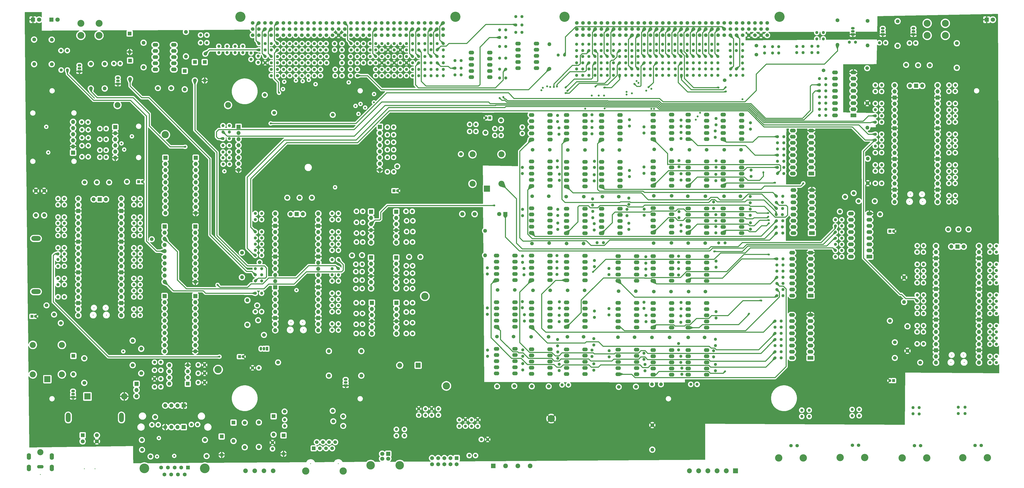
<source format=gbr>
%TF.GenerationSoftware,KiCad,Pcbnew,7.0.5*%
%TF.CreationDate,2023-08-08T11:05:50-04:00*%
%TF.ProjectId,Interconnect,496e7465-7263-46f6-9e6e-6563742e6b69,1.0*%
%TF.SameCoordinates,Original*%
%TF.FileFunction,Copper,L3,Inr*%
%TF.FilePolarity,Positive*%
%FSLAX46Y46*%
G04 Gerber Fmt 4.6, Leading zero omitted, Abs format (unit mm)*
G04 Created by KiCad (PCBNEW 7.0.5) date 2023-08-08 11:05:50*
%MOMM*%
%LPD*%
G01*
G04 APERTURE LIST*
%TA.AperFunction,ComponentPad*%
%ADD10R,1.800000X1.800000*%
%TD*%
%TA.AperFunction,ComponentPad*%
%ADD11C,1.800000*%
%TD*%
%TA.AperFunction,ComponentPad*%
%ADD12C,1.500000*%
%TD*%
%TA.AperFunction,ComponentPad*%
%ADD13C,4.200000*%
%TD*%
%TA.AperFunction,ComponentPad*%
%ADD14C,1.300000*%
%TD*%
%TA.AperFunction,ComponentPad*%
%ADD15C,1.650000*%
%TD*%
%TA.AperFunction,ComponentPad*%
%ADD16R,1.650000X1.650000*%
%TD*%
%TA.AperFunction,ComponentPad*%
%ADD17O,2.400000X2.400000*%
%TD*%
%TA.AperFunction,ComponentPad*%
%ADD18C,2.400000*%
%TD*%
%TA.AperFunction,ComponentPad*%
%ADD19O,2.400000X1.600000*%
%TD*%
%TA.AperFunction,ComponentPad*%
%ADD20R,2.400000X1.600000*%
%TD*%
%TA.AperFunction,ComponentPad*%
%ADD21O,1.600000X1.600000*%
%TD*%
%TA.AperFunction,ComponentPad*%
%ADD22C,1.600000*%
%TD*%
%TA.AperFunction,ComponentPad*%
%ADD23O,2.300000X1.600000*%
%TD*%
%TA.AperFunction,ComponentPad*%
%ADD24O,1.700000X1.700000*%
%TD*%
%TA.AperFunction,ComponentPad*%
%ADD25R,1.700000X1.700000*%
%TD*%
%TA.AperFunction,ComponentPad*%
%ADD26O,1.500000X1.050000*%
%TD*%
%TA.AperFunction,ComponentPad*%
%ADD27R,1.500000X1.050000*%
%TD*%
%TA.AperFunction,ComponentPad*%
%ADD28C,2.025000*%
%TD*%
%TA.AperFunction,ComponentPad*%
%ADD29R,2.025000X2.025000*%
%TD*%
%TA.AperFunction,ComponentPad*%
%ADD30R,1.600000X1.600000*%
%TD*%
%TA.AperFunction,ComponentPad*%
%ADD31C,3.000000*%
%TD*%
%TA.AperFunction,ComponentPad*%
%ADD32C,1.200000*%
%TD*%
%TA.AperFunction,ComponentPad*%
%ADD33R,1.200000X1.200000*%
%TD*%
%TA.AperFunction,ComponentPad*%
%ADD34R,1.500000X1.500000*%
%TD*%
%TA.AperFunction,ComponentPad*%
%ADD35O,2.500000X2.500000*%
%TD*%
%TA.AperFunction,ComponentPad*%
%ADD36R,2.500000X2.500000*%
%TD*%
%TA.AperFunction,ComponentPad*%
%ADD37C,4.000000*%
%TD*%
%TA.AperFunction,ComponentPad*%
%ADD38C,1.905000*%
%TD*%
%TA.AperFunction,ComponentPad*%
%ADD39C,3.500000*%
%TD*%
%TA.AperFunction,ComponentPad*%
%ADD40C,1.700000*%
%TD*%
%TA.AperFunction,ComponentPad*%
%ADD41O,3.900000X1.950000*%
%TD*%
%TA.AperFunction,ComponentPad*%
%ADD42C,3.015000*%
%TD*%
%TA.AperFunction,ComponentPad*%
%ADD43C,1.398000*%
%TD*%
%TA.AperFunction,ComponentPad*%
%ADD44O,2.600000X2.600000*%
%TD*%
%TA.AperFunction,ComponentPad*%
%ADD45R,2.600000X2.600000*%
%TD*%
%TA.AperFunction,ComponentPad*%
%ADD46C,2.850000*%
%TD*%
%TA.AperFunction,ComponentPad*%
%ADD47O,1.750000X2.750000*%
%TD*%
%TA.AperFunction,ComponentPad*%
%ADD48O,2.700002X1.400000*%
%TD*%
%TA.AperFunction,ComponentPad*%
%ADD49C,2.550000*%
%TD*%
%TA.AperFunction,ComponentPad*%
%ADD50C,1.950000*%
%TD*%
%TA.AperFunction,ComponentPad*%
%ADD51R,1.950000X1.950000*%
%TD*%
%TA.AperFunction,ComponentPad*%
%ADD52C,1.725000*%
%TD*%
%TA.AperFunction,ComponentPad*%
%ADD53R,1.725000X1.725000*%
%TD*%
%TA.AperFunction,ComponentPad*%
%ADD54O,1.950000X3.900000*%
%TD*%
%TA.AperFunction,ComponentPad*%
%ADD55C,2.000000*%
%TD*%
%TA.AperFunction,ComponentPad*%
%ADD56R,2.000000X2.000000*%
%TD*%
%TA.AperFunction,ComponentPad*%
%ADD57O,1.050000X1.500000*%
%TD*%
%TA.AperFunction,ComponentPad*%
%ADD58R,1.050000X1.500000*%
%TD*%
%TA.AperFunction,ViaPad*%
%ADD59C,0.800000*%
%TD*%
%TA.AperFunction,Conductor*%
%ADD60C,0.600000*%
%TD*%
%TA.AperFunction,Conductor*%
%ADD61C,0.400000*%
%TD*%
%ADD62C,0.350000*%
%ADD63O,1.000000X2.000000*%
%ADD64O,2.005555X0.800000*%
G04 APERTURE END LIST*
D10*
%TO.N,GND*%
%TO.C,D37*%
X410973000Y-26799135D03*
D11*
%TO.N,Net-(D37-A)*%
X413513000Y-26799135D03*
%TD*%
D10*
%TO.N,GND*%
%TO.C,D35*%
X16632000Y-26799135D03*
D11*
%TO.N,Net-(D35-A)*%
X19172000Y-26799135D03*
%TD*%
D12*
%TO.N,Net-(J2-PadA1)*%
%TO.C,J2*%
X241477800Y-28145335D03*
%TO.N,Net-(J2-PadA2)*%
X244017800Y-28145335D03*
%TO.N,Net-(J2-PadA3)*%
X246557800Y-28145335D03*
%TO.N,Net-(J2-PadA4)*%
X249097800Y-28145335D03*
%TO.N,Net-(J2-PadA5)*%
X251637800Y-28145335D03*
%TO.N,Net-(J2-PadA6)*%
X254177800Y-28145335D03*
%TO.N,Net-(J2-PadA7)*%
X256717800Y-28145335D03*
%TO.N,Net-(J2-PadA8)*%
X259257800Y-28145335D03*
%TO.N,Net-(J2-PadA9)*%
X261797800Y-28145335D03*
%TO.N,Net-(J2-PadA10)*%
X264337800Y-28145335D03*
%TO.N,Net-(J2-PadA11)*%
X266877800Y-28145335D03*
%TO.N,Net-(J2-PadA12)*%
X269417800Y-28145335D03*
%TO.N,Net-(J2-PadA13)*%
X271957800Y-28145335D03*
%TO.N,Net-(J2-PadA14)*%
X274497800Y-28145335D03*
%TO.N,Net-(J2-PadA15)*%
X277037800Y-28145335D03*
%TO.N,Net-(J2-PadA16)*%
X279577800Y-28145335D03*
%TO.N,Net-(J2-PadA17)*%
X282117800Y-28145335D03*
%TO.N,Net-(J2-PadA18)*%
X284657800Y-28145335D03*
%TO.N,Net-(J2-PadA19)*%
X287197800Y-28145335D03*
%TO.N,Net-(J2-PadA20)*%
X289737800Y-28145335D03*
%TO.N,Net-(J2-PadA21)*%
X292277800Y-28145335D03*
%TO.N,Net-(J2-PadA22)*%
X294817800Y-28145335D03*
%TO.N,Net-(J2-PadA23)*%
X297357800Y-28145335D03*
%TO.N,Net-(J2-PadA24)*%
X299897800Y-28145335D03*
%TO.N,Earth*%
X302437800Y-28145335D03*
%TO.N,Net-(J2-PadA26)*%
X304977800Y-28145335D03*
%TO.N,Net-(J2-PadA27)*%
X307517800Y-28145335D03*
%TO.N,Net-(J2-PadA28)*%
X310057800Y-28145335D03*
%TO.N,/Front_connector/SH1+*%
X312597800Y-28145335D03*
%TO.N,/Front_connector/SH1-*%
X315137800Y-28145335D03*
%TO.N,/Front_connector/SH2+*%
X317677800Y-28145335D03*
%TO.N,/Front_connector/SH2-*%
X320217800Y-28145335D03*
%TO.N,Net-(J2-PadB1)*%
X241477800Y-30685335D03*
%TO.N,Net-(J2-PadB2)*%
X244017800Y-30685335D03*
%TO.N,Net-(J2-PadB3)*%
X246557800Y-30685335D03*
%TO.N,Net-(J2-PadB4)*%
X249097800Y-30685335D03*
%TO.N,Net-(J2-PadB5)*%
X251637800Y-30685335D03*
%TO.N,Net-(J2-PadB6)*%
X254177800Y-30685335D03*
%TO.N,Net-(J2-PadB7)*%
X256717800Y-30685335D03*
%TO.N,Net-(J2-PadB8)*%
X259257800Y-30685335D03*
%TO.N,Net-(J2-PadB9)*%
X261797800Y-30685335D03*
%TO.N,Net-(J2-PadB10)*%
X264337800Y-30685335D03*
%TO.N,Net-(J2-PadB11)*%
X266877800Y-30685335D03*
%TO.N,Net-(J2-PadB12)*%
X269417800Y-30685335D03*
%TO.N,Net-(J2-PadB13)*%
X271957800Y-30685335D03*
%TO.N,Net-(J2-PadB14)*%
X274497800Y-30685335D03*
%TO.N,Net-(J2-PadB15)*%
X277037800Y-30685335D03*
%TO.N,Net-(J2-PadB16)*%
X279577800Y-30685335D03*
%TO.N,Net-(J2-PadB17)*%
X282117800Y-30685335D03*
%TO.N,Net-(J2-PadB18)*%
X284657800Y-30685335D03*
%TO.N,Net-(J2-PadB19)*%
X287197800Y-30685335D03*
%TO.N,Net-(J2-PadB20)*%
X289737800Y-30685335D03*
%TO.N,Net-(J2-PadB21)*%
X292277800Y-30685335D03*
%TO.N,Net-(J2-PadB22)*%
X294817800Y-30685335D03*
%TO.N,Net-(J2-PadB23)*%
X297357800Y-30685335D03*
%TO.N,Net-(J2-PadB24)*%
X299897800Y-30685335D03*
%TO.N,/Front_connector/1W_J2*%
X302437800Y-30685335D03*
%TO.N,Net-(J2-PadB26)*%
X304977800Y-30685335D03*
%TO.N,Net-(J2-PadB27)*%
X307517800Y-30685335D03*
%TO.N,Net-(J2-PadB28)*%
X310057800Y-30685335D03*
%TO.N,/Front_connector/IT+*%
X312597800Y-30685335D03*
%TO.N,/Front_connector/IT-*%
X315137800Y-30685335D03*
%TO.N,/Front_connector/W+*%
X317677800Y-30685335D03*
%TO.N,/Front_connector/W-*%
X320217800Y-30685335D03*
%TO.N,Net-(J2-PadC1)*%
X241477800Y-33225335D03*
%TO.N,Net-(J2-PadC2)*%
X244017800Y-33225335D03*
%TO.N,Net-(J2-PadC3)*%
X246557800Y-33225335D03*
%TO.N,Net-(J2-PadC4)*%
X249097800Y-33225335D03*
%TO.N,Net-(J2-PadC5)*%
X251637800Y-33225335D03*
%TO.N,Net-(J2-PadC6)*%
X254177800Y-33225335D03*
%TO.N,Net-(J2-PadC7)*%
X256717800Y-33225335D03*
%TO.N,Net-(J2-PadC8)*%
X259257800Y-33225335D03*
%TO.N,Net-(J2-PadC9)*%
X261797800Y-33225335D03*
%TO.N,Net-(J2-PadC10)*%
X264337800Y-33225335D03*
%TO.N,Net-(J2-PadC11)*%
X266877800Y-33225335D03*
%TO.N,Net-(J2-PadC12)*%
X269417800Y-33225335D03*
%TO.N,Net-(J2-PadC13)*%
X271957800Y-33225335D03*
%TO.N,Net-(J2-PadC14)*%
X274497800Y-33225335D03*
%TO.N,Net-(J2-PadC15)*%
X277037800Y-33225335D03*
%TO.N,Net-(J2-PadC16)*%
X279577800Y-33225335D03*
%TO.N,Net-(J2-PadC17)*%
X282117800Y-33225335D03*
%TO.N,Net-(J2-PadC18)*%
X284657800Y-33225335D03*
%TO.N,Net-(J2-PadC19)*%
X287197800Y-33225335D03*
%TO.N,Net-(J2-PadC20)*%
X289737800Y-33225335D03*
%TO.N,Net-(J2-PadC21)*%
X292277800Y-33225335D03*
%TO.N,Net-(J2-PadC22)*%
X294817800Y-33225335D03*
%TO.N,Net-(J2-PadC23)*%
X297357800Y-33225335D03*
%TO.N,Net-(J2-PadC24)*%
X299897800Y-33225335D03*
%TO.N,Net-(J2-PadC25)*%
X302437800Y-33225335D03*
%TO.N,Net-(J2-PadC26)*%
X304977800Y-33225335D03*
%TO.N,Net-(J2-PadC27)*%
X307517800Y-33225335D03*
%TO.N,Net-(J2-PadC28)*%
X310057800Y-33225335D03*
%TO.N,GND*%
X312597800Y-33225335D03*
%TO.N,Net-(J2-PadC30)*%
X315137800Y-33225335D03*
%TO.N,GND*%
X317677800Y-33225335D03*
%TO.N,Net-(J2-PadC32)*%
X320217800Y-33225335D03*
D13*
%TO.N,Earth*%
X236397800Y-25605335D03*
X325297800Y-25605335D03*
%TD*%
D12*
%TO.N,Net-(J1-PadA1)*%
%TO.C,J1*%
X107442000Y-28145335D03*
%TO.N,Net-(J1-PadA2)*%
X109982000Y-28145335D03*
%TO.N,Net-(J1-PadA3)*%
X112522000Y-28145335D03*
%TO.N,Net-(J1-PadA4)*%
X115062000Y-28145335D03*
%TO.N,Net-(J1-PadA5)*%
X117602000Y-28145335D03*
%TO.N,Net-(J1-PadA6)*%
X120142000Y-28145335D03*
%TO.N,Net-(J1-PadA7)*%
X122682000Y-28145335D03*
%TO.N,Net-(J1-PadA8)*%
X125222000Y-28145335D03*
%TO.N,Net-(J1-PadA9)*%
X127762000Y-28145335D03*
%TO.N,Net-(J1-PadA10)*%
X130302000Y-28145335D03*
%TO.N,Net-(J1-PadA11)*%
X132842000Y-28145335D03*
%TO.N,Net-(J1-PadA12)*%
X135382000Y-28145335D03*
%TO.N,Net-(J1-PadA13)*%
X137922000Y-28145335D03*
%TO.N,Net-(J1-PadA14)*%
X140462000Y-28145335D03*
%TO.N,Net-(J1-PadA15)*%
X143002000Y-28145335D03*
%TO.N,Net-(J1-PadA16)*%
X145542000Y-28145335D03*
%TO.N,Net-(J1-PadA17)*%
X148082000Y-28145335D03*
%TO.N,Net-(J1-PadA18)*%
X150622000Y-28145335D03*
%TO.N,Net-(J1-PadA19)*%
X153162000Y-28145335D03*
%TO.N,Net-(J1-PadA20)*%
X155702000Y-28145335D03*
%TO.N,Net-(J1-PadA21)*%
X158242000Y-28145335D03*
%TO.N,Net-(J1-PadA22)*%
X160782000Y-28145335D03*
%TO.N,Net-(J1-PadA23)*%
X163322000Y-28145335D03*
%TO.N,Net-(J1-PadA24)*%
X165862000Y-28145335D03*
%TO.N,Net-(J1-PadA25)*%
X168402000Y-28145335D03*
%TO.N,Net-(J1-PadA26)*%
X170942000Y-28145335D03*
%TO.N,Net-(J1-PadA27)*%
X173482000Y-28145335D03*
%TO.N,Net-(J1-PadA28)*%
X176022000Y-28145335D03*
%TO.N,Net-(J1-PadA29)*%
X178562000Y-28145335D03*
%TO.N,Net-(J1-PadA30)*%
X181102000Y-28145335D03*
%TO.N,Net-(J1-PadA31)*%
X183642000Y-28145335D03*
%TO.N,Net-(J1-PadA32)*%
X186182000Y-28145335D03*
%TO.N,Net-(J1-PadB1)*%
X107442000Y-30685335D03*
%TO.N,Net-(J1-PadB2)*%
X109982000Y-30685335D03*
%TO.N,Net-(J1-PadB3)*%
X112522000Y-30685335D03*
%TO.N,Net-(J1-PadB4)*%
X115062000Y-30685335D03*
%TO.N,Net-(J1-PadB5)*%
X117602000Y-30685335D03*
%TO.N,Net-(J1-PadB6)*%
X120142000Y-30685335D03*
%TO.N,Net-(J1-PadB7)*%
X122682000Y-30685335D03*
%TO.N,Net-(J1-PadB8)*%
X125222000Y-30685335D03*
%TO.N,Net-(J1-PadB9)*%
X127762000Y-30685335D03*
%TO.N,Net-(J1-PadB10)*%
X130302000Y-30685335D03*
%TO.N,Net-(J1-PadB11)*%
X132842000Y-30685335D03*
%TO.N,Net-(J1-PadB12)*%
X135382000Y-30685335D03*
%TO.N,Net-(J1-PadB13)*%
X137922000Y-30685335D03*
%TO.N,Net-(J1-PadB14)*%
X140462000Y-30685335D03*
%TO.N,Net-(J1-PadB15)*%
X143002000Y-30685335D03*
%TO.N,Net-(J1-PadB16)*%
X145542000Y-30685335D03*
%TO.N,Net-(J1-PadB17)*%
X148082000Y-30685335D03*
%TO.N,Net-(J1-PadB18)*%
X150622000Y-30685335D03*
%TO.N,Net-(J1-PadB19)*%
X153162000Y-30685335D03*
%TO.N,Net-(J1-PadB20)*%
X155702000Y-30685335D03*
%TO.N,Net-(J1-PadB21)*%
X158242000Y-30685335D03*
%TO.N,Net-(J1-PadB22)*%
X160782000Y-30685335D03*
%TO.N,Net-(J1-PadB23)*%
X163322000Y-30685335D03*
%TO.N,Net-(J1-PadB24)*%
X165862000Y-30685335D03*
%TO.N,Net-(J1-PadB25)*%
X168402000Y-30685335D03*
%TO.N,Net-(J1-PadB26)*%
X170942000Y-30685335D03*
%TO.N,Net-(J1-PadB27)*%
X173482000Y-30685335D03*
%TO.N,Net-(J1-PadB28)*%
X176022000Y-30685335D03*
%TO.N,Net-(J1-PadB29)*%
X178562000Y-30685335D03*
%TO.N,Net-(J1-PadB30)*%
X181102000Y-30685335D03*
%TO.N,Net-(J1-PadB31)*%
X183642000Y-30685335D03*
%TO.N,Net-(J1-PadB32)*%
X186182000Y-30685335D03*
%TO.N,Net-(J1-PadC1)*%
X107442000Y-33225335D03*
%TO.N,Net-(J1-PadC2)*%
X109982000Y-33225335D03*
%TO.N,Net-(J1-PadC3)*%
X112522000Y-33225335D03*
%TO.N,Net-(J1-PadC4)*%
X115062000Y-33225335D03*
%TO.N,Net-(J1-PadC5)*%
X117602000Y-33225335D03*
%TO.N,Net-(J1-PadC6)*%
X120142000Y-33225335D03*
%TO.N,Net-(J1-PadC7)*%
X122682000Y-33225335D03*
%TO.N,Net-(J1-PadC8)*%
X125222000Y-33225335D03*
%TO.N,Net-(J1-PadC9)*%
X127762000Y-33225335D03*
%TO.N,Net-(J1-PadC10)*%
X130302000Y-33225335D03*
%TO.N,Net-(J1-PadC11)*%
X132842000Y-33225335D03*
%TO.N,Net-(J1-PadC12)*%
X135382000Y-33225335D03*
%TO.N,ETH_TX+*%
X137922000Y-33225335D03*
%TO.N,ETH_TX-*%
X140462000Y-33225335D03*
%TO.N,GND*%
X143002000Y-33225335D03*
%TO.N,ETH_RX+*%
X145542000Y-33225335D03*
%TO.N,ETH_RX-*%
X148082000Y-33225335D03*
%TO.N,/Front_connector/1W_J1*%
X150622000Y-33225335D03*
%TO.N,USB_D+*%
X153162000Y-33225335D03*
%TO.N,USB_D-*%
X155702000Y-33225335D03*
%TO.N,Net-(J1-PadC21)*%
X158242000Y-33225335D03*
%TO.N,Net-(J1-PadC22)*%
X160782000Y-33225335D03*
%TO.N,Net-(J1-PadC23)*%
X163322000Y-33225335D03*
%TO.N,Net-(J1-PadC24)*%
X165862000Y-33225335D03*
%TO.N,Net-(J1-PadC25)*%
X168402000Y-33225335D03*
%TO.N,Net-(J1-PadC26)*%
X170942000Y-33225335D03*
%TO.N,Net-(J1-PadC27)*%
X173482000Y-33225335D03*
%TO.N,Net-(J1-PadC28)*%
X176022000Y-33225335D03*
%TO.N,Net-(J1-PadC29)*%
X178562000Y-33225335D03*
%TO.N,Net-(J1-PadC30)*%
X181102000Y-33225335D03*
%TO.N,Net-(J1-PadC31)*%
X183642000Y-33225335D03*
%TO.N,Net-(J1-PadC32)*%
X186182000Y-33225335D03*
D13*
%TO.N,Earth*%
X102362000Y-25605335D03*
X191262000Y-25605335D03*
%TD*%
D14*
%TO.N,Net-(J1-PadC12)*%
%TO.C,NT150*%
X135509000Y-47343135D03*
%TO.N,PR0_2*%
X135509000Y-49943135D03*
%TD*%
D15*
%TO.N,Net-(J26-Pad10)*%
%TO.C,J26*%
X181670000Y-210737500D03*
%TO.N,Net-(J26-Pad9)*%
X181670000Y-208197500D03*
%TO.N,Net-(J26-Pad8)*%
X184210000Y-210737500D03*
%TO.N,Net-(J26-Pad7)*%
X184210000Y-208197500D03*
%TO.N,Net-(J26-Pad6)*%
X186750000Y-210737500D03*
%TO.N,Net-(J26-Pad5)*%
X186750000Y-208197500D03*
%TO.N,Net-(J26-Pad4)*%
X189290000Y-210737500D03*
%TO.N,Net-(J26-Pad3)*%
X189290000Y-208197500D03*
%TO.N,Net-(J26-Pad2)*%
X191830000Y-210737500D03*
D16*
%TO.N,Net-(J26-Pad1)*%
X191830000Y-208197500D03*
%TD*%
D14*
%TO.N,B40_L*%
%TO.C,NT125*%
X289687000Y-39529135D03*
%TO.N,Net-(J2-PadA20)*%
X289687000Y-36929135D03*
%TD*%
%TO.N,Net-(U3-GPIO16)*%
%TO.C,NT346*%
X384870000Y-120319800D03*
%TO.N,B36_D*%
X382270000Y-120319800D03*
%TD*%
%TO.N,B44_R*%
%TO.C,NT523*%
X324470000Y-80266135D03*
%TO.N,Net-(U18-O5)*%
X327070000Y-80266135D03*
%TD*%
%TO.N,B25_H*%
%TO.C,NT144*%
X261747000Y-49816135D03*
%TO.N,Net-(J2-PadC9)*%
X261747000Y-47216135D03*
%TD*%
%TO.N,Net-(J1-PadC27)*%
%TO.C,NT208*%
X173609000Y-47343135D03*
%TO.N,SSR1_POS*%
X173609000Y-49943135D03*
%TD*%
D12*
%TO.N,Net-(U3-VBUS)*%
%TO.C,TP41*%
X383519200Y-168656000D03*
%TD*%
D14*
%TO.N,Net-(J1-PadB25)*%
%TO.C,NT75*%
X168529000Y-42009135D03*
%TO.N,JTAG_TDI*%
X168529000Y-44609135D03*
%TD*%
%TO.N,Net-(U1-GPIO2)*%
%TO.C,NT237*%
X140320744Y-147605879D03*
%TO.N,SPI0_CLK*%
X142920744Y-147605879D03*
%TD*%
%TO.N,Net-(NT246-Pad2)*%
%TO.C,NT246*%
X26991000Y-136391135D03*
%TO.N,Net-(U2-ADC_VREF)*%
X29591000Y-136391135D03*
%TD*%
D17*
%TO.N,PWR_RES_L*%
%TO.C,R29*%
X97300000Y-62120000D03*
D18*
%TO.N,PWR_RES_H*%
X51580000Y-62120000D03*
%TD*%
D14*
%TO.N,Net-(U4-GPIO11)*%
%TO.C,NT331*%
X395422600Y-66649600D03*
%TO.N,B41_D*%
X398022600Y-66649600D03*
%TD*%
D12*
%TO.N,Net-(NT238-Pad2)*%
%TO.C,TP28*%
X109743744Y-151161879D03*
%TD*%
D19*
%TO.N,Net-(U14-O1)*%
%TO.C,U14*%
X348249000Y-66408135D03*
%TO.N,Net-(U14-O2)*%
X348249000Y-63868135D03*
%TO.N,Net-(U14-O3)*%
X348249000Y-61328135D03*
%TO.N,Net-(U14-O4)*%
X348249000Y-58788135D03*
%TO.N,Net-(U14-O5)*%
X348249000Y-56248135D03*
%TO.N,Net-(U14-O6)*%
X348249000Y-53708135D03*
%TO.N,Net-(U14-O7)*%
X348249000Y-51168135D03*
%TO.N,VCC*%
X348249000Y-48628135D03*
%TO.N,GND*%
X355869000Y-48628135D03*
%TO.N,Net-(U14-I7)*%
X355869000Y-51168135D03*
%TO.N,LPR1*%
X355869000Y-53708135D03*
%TO.N,LPR2*%
X355869000Y-56248135D03*
%TO.N,B4S_D*%
X355869000Y-58788135D03*
%TO.N,B47_D*%
X355869000Y-61328135D03*
%TO.N,B2S_D*%
X355869000Y-63868135D03*
D20*
%TO.N,B27_D*%
X355869000Y-66408135D03*
%TD*%
D14*
%TO.N,/Relay_Bank2/B23_CL*%
%TO.C,NT353*%
X247777000Y-68769135D03*
%TO.N,/Relay_Bank2/BANK2_BUS_H*%
X247777000Y-66169135D03*
%TD*%
%TO.N,B25_L*%
%TO.C,NT147*%
X264287000Y-49816135D03*
%TO.N,Net-(J2-PadC10)*%
X264287000Y-47216135D03*
%TD*%
%TO.N,Net-(J1-PadA29)*%
%TO.C,NT157*%
X178689000Y-36675135D03*
%TO.N,K1_LP_NC1*%
X178689000Y-39275135D03*
%TD*%
D21*
%TO.N,S2_IO28*%
%TO.C,R35*%
X374142000Y-37594135D03*
D22*
%TO.N,Net-(Q22-B)*%
X374142000Y-27434135D03*
%TD*%
D14*
%TO.N,B36_L*%
%TO.C,NT117*%
X284605587Y-39529135D03*
%TO.N,Net-(J2-PadA18)*%
X284605587Y-36929135D03*
%TD*%
D23*
%TO.N,B21_R*%
%TO.C,K25*%
X222758000Y-95644895D03*
%TO.N,Net-(K25-Pad9)*%
X222758000Y-93104895D03*
%TO.N,/Relay_Bank2/B21_CH*%
X222758000Y-90564895D03*
%TO.N,B21_H*%
X222758000Y-88024895D03*
%TO.N,N/C*%
X222758000Y-85484895D03*
X230378000Y-85484895D03*
%TO.N,B21_L*%
X230378000Y-88024895D03*
%TO.N,/Relay_Bank2/B21_CL*%
X230378000Y-90564895D03*
%TO.N,Net-(K25-Pad2)*%
X230378000Y-93104895D03*
%TO.N,VCC*%
X230378000Y-95644895D03*
%TD*%
D14*
%TO.N,K1_LP_NO2*%
%TO.C,NT406*%
X216251000Y-25529135D03*
%TO.N,Net-(K20-Pad4)*%
X218851000Y-25529135D03*
%TD*%
D23*
%TO.N,B35_R*%
%TO.C,K38*%
X273073300Y-173649895D03*
%TO.N,Net-(K38-Pad9)*%
X273073300Y-171109895D03*
%TO.N,/Relay_Bank3/B35_CH*%
X273073300Y-168569895D03*
%TO.N,B35_H*%
X273073300Y-166029895D03*
%TO.N,N/C*%
X273073300Y-163489895D03*
X280693300Y-163489895D03*
%TO.N,B35_L*%
X280693300Y-166029895D03*
%TO.N,/Relay_Bank3/B35_CL*%
X280693300Y-168569895D03*
%TO.N,Net-(K38-Pad2)*%
X280693300Y-171109895D03*
%TO.N,VCC*%
X280693300Y-173649895D03*
%TD*%
D24*
%TO.N,GND*%
%TO.C,J31*%
X50673000Y-83949135D03*
%TO.N,/i2c_device/DAC_VCC*%
X50673000Y-81409135D03*
%TO.N,/i2c_device/DAC_SDA*%
X50673000Y-78869135D03*
%TO.N,/i2c_device/DAC_SCL*%
X50673000Y-76329135D03*
%TO.N,GND*%
X50673000Y-73789135D03*
D25*
%TO.N,/i2c_device/DAC_V*%
X50673000Y-71249135D03*
%TD*%
D24*
%TO.N,GND*%
%TO.C,J32*%
X101600000Y-88900000D03*
%TO.N,Net-(J32-Pin_7)*%
X101600000Y-86360000D03*
%TO.N,Net-(J32-Pin_6)*%
X101600000Y-83820000D03*
%TO.N,Net-(J32-Pin_5)*%
X101600000Y-81280000D03*
%TO.N,Net-(J32-Pin_4)*%
X101600000Y-78740000D03*
%TO.N,Net-(J32-Pin_3)*%
X101600000Y-76200000D03*
%TO.N,Net-(J32-Pin_2)*%
X101600000Y-73660000D03*
D25*
%TO.N,Net-(J32-Pin_1)*%
X101600000Y-71120000D03*
%TD*%
D14*
%TO.N,B14_H*%
%TO.C,NT182*%
X246530190Y-44639135D03*
%TO.N,Net-(J2-PadB3)*%
X246530190Y-42039135D03*
%TD*%
D23*
%TO.N,B25_R*%
%TO.C,K29*%
X237236000Y-115129615D03*
%TO.N,Net-(K29-Pad9)*%
X237236000Y-112589615D03*
%TO.N,/Relay_Bank2/B25_CH*%
X237236000Y-110049615D03*
%TO.N,B25_H*%
X237236000Y-107509615D03*
%TO.N,N/C*%
X237236000Y-104969615D03*
X244856000Y-104969615D03*
%TO.N,B25_L*%
X244856000Y-107509615D03*
%TO.N,/Relay_Bank2/B25_CL*%
X244856000Y-110049615D03*
%TO.N,Net-(K29-Pad2)*%
X244856000Y-112589615D03*
%TO.N,VCC*%
X244856000Y-115129615D03*
%TD*%
D14*
%TO.N,Net-(U2-GPIO11)*%
%TO.C,NT273*%
X58360000Y-113531135D03*
%TO.N,P1_1*%
X60960000Y-113531135D03*
%TD*%
%TO.N,Net-(U2-GPIO10)*%
%TO.C,NT269*%
X58360000Y-116080135D03*
%TO.N,P1_0*%
X60960000Y-116080135D03*
%TD*%
%TO.N,/Relay_Bank1/B15_CL*%
%TO.C,NT14*%
X234188000Y-169395135D03*
%TO.N,/Relay_Bank1/BANK1_BUS_H*%
X234188000Y-171995135D03*
%TD*%
%TO.N,Net-(J1-PadC23)*%
%TO.C,NT193*%
X163449000Y-47343135D03*
%TO.N,PS1_OUT_HI1*%
X163449000Y-49943135D03*
%TD*%
%TO.N,Net-(J21-In)*%
%TO.C,NT450*%
X334531000Y-190969000D03*
%TO.N,AWG+*%
X334531000Y-188369000D03*
%TD*%
%TO.N,Net-(U1-GPIO14)*%
%TO.C,NT283*%
X140320744Y-109505879D03*
%TO.N,UART1-CTS*%
X142920744Y-109505879D03*
%TD*%
%TO.N,/Communication/M3_LV1*%
%TO.C,NT424*%
X152737278Y-127988880D03*
%TO.N,Net-(NT424-Pad1)*%
X150137278Y-127988880D03*
%TD*%
%TO.N,Net-(U3-GPIO0)*%
%TO.C,NT291*%
X412369000Y-168656000D03*
%TO.N,B10_D*%
X414969000Y-168656000D03*
%TD*%
D12*
%TO.N,Net-(K37-Pad9)*%
%TO.C,TP119*%
X272618200Y-158294935D03*
%TD*%
D21*
%TO.N,/Pico_master/S2_I2C_ID1*%
%TO.C,R1*%
X378236000Y-153670000D03*
D22*
%TO.N,GND*%
X378236000Y-163830000D03*
%TD*%
D12*
%TO.N,Net-(K19-Pad2)*%
%TO.C,TP72*%
X73800000Y-55100000D03*
%TD*%
D14*
%TO.N,/Communication/M2_LV2*%
%TO.C,NT440*%
X152991278Y-110652391D03*
%TO.N,UART1-CTS*%
X150391278Y-110652391D03*
%TD*%
%TO.N,B13_H*%
%TO.C,NT58*%
X246484422Y-39529135D03*
%TO.N,Net-(J2-PadA3)*%
X246484422Y-36929135D03*
%TD*%
%TO.N,B20_L*%
%TO.C,NT80*%
X259191477Y-39529135D03*
%TO.N,Net-(J2-PadA8)*%
X259191477Y-36929135D03*
%TD*%
D26*
%TO.N,Net-(Q1-C)*%
%TO.C,Q1*%
X35810000Y-45660000D03*
%TO.N,Net-(Q1-B)*%
X35810000Y-46930000D03*
D27*
%TO.N,GND*%
X35810000Y-48200000D03*
%TD*%
D14*
%TO.N,/Relay_Bank1/B12_CL*%
%TO.C,NT7*%
X219187000Y-171741135D03*
%TO.N,/Relay_Bank1/BANK1_BUS_H*%
X219187000Y-169141135D03*
%TD*%
D28*
%TO.N,DVM_SENSE_L*%
%TO.C,J20*%
X288050000Y-213480000D03*
%TO.N,DVM_SENSE_H*%
X291860000Y-213480000D03*
%TO.N,DVM_TRIG*%
X295670000Y-213480000D03*
%TO.N,DVM_L*%
X299480000Y-213480000D03*
%TO.N,DVM_H*%
X303290000Y-213480000D03*
D29*
%TO.N,DVM_I*%
X307100000Y-213480000D03*
%TD*%
D14*
%TO.N,Net-(K21-Pad1)*%
%TO.C,NT405*%
X199801000Y-70106135D03*
%TO.N,K3_HP_C2*%
X197201000Y-70106135D03*
%TD*%
D21*
%TO.N,MSR_3V3*%
%TO.C,R15*%
X230150000Y-36920000D03*
D22*
%TO.N,1WIRE*%
X230150000Y-47080000D03*
%TD*%
D14*
%TO.N,Net-(J1-PadB3)*%
%TO.C,NT180*%
X112649000Y-42009135D03*
%TO.N,GND*%
X112649000Y-44609135D03*
%TD*%
D12*
%TO.N,Net-(K34-Pad2)*%
%TO.C,TP116*%
X265379200Y-158162455D03*
%TD*%
D14*
%TO.N,Net-(J1-PadB4)*%
%TO.C,NT184*%
X115189000Y-42009135D03*
%TO.N,DAC_VOUT*%
X115189000Y-44609135D03*
%TD*%
%TO.N,B41_L*%
%TO.C,NT59*%
X289691405Y-44639135D03*
%TO.N,Net-(J2-PadB20)*%
X289691405Y-42039135D03*
%TD*%
%TO.N,Net-(J1-PadA14)*%
%TO.C,NT98*%
X141351000Y-36675135D03*
%TO.N,CMOD_6*%
X141351000Y-39275135D03*
%TD*%
%TO.N,/i2c_device/DAC_V*%
%TO.C,NT476*%
X46893000Y-71868135D03*
%TO.N,DAC_VOUT*%
X44293000Y-71868135D03*
%TD*%
D21*
%TO.N,ERROR_LED*%
%TO.C,R2*%
X40550000Y-55250000D03*
D22*
%TO.N,Net-(Q1-B)*%
X40550000Y-45090000D03*
%TD*%
D12*
%TO.N,Net-(K2-Pad9)*%
%TO.C,TP2*%
X208508600Y-157883055D03*
%TD*%
D14*
%TO.N,Net-(J1-PadC3)*%
%TO.C,NT115*%
X109728000Y-41882135D03*
%TO.N,Net-(NT115-Pad1)*%
X109728000Y-44482135D03*
%TD*%
%TO.N,Net-(NT302-Pad2)*%
%TO.C,NT302*%
X382219200Y-155956000D03*
%TO.N,Net-(U3-ADC_VREF)*%
X384819200Y-155956000D03*
%TD*%
%TO.N,MSR_3V3*%
%TO.C,NT535*%
X66899000Y-178691135D03*
%TO.N,Net-(U12-VCC)*%
X69499000Y-178691135D03*
%TD*%
D21*
%TO.N,Net-(D23-A)*%
%TO.C,D23*%
X79375000Y-55626000D03*
D30*
%TO.N,VCC*%
X79375000Y-48006000D03*
%TD*%
D14*
%TO.N,B46_R*%
%TO.C,NT525*%
X324470000Y-75186135D03*
%TO.N,Net-(U18-O7)*%
X327070000Y-75186135D03*
%TD*%
%TO.N,Net-(U3-GPIO8)*%
%TO.C,NT317*%
X412369000Y-143256000D03*
%TO.N,LPR1*%
X414969000Y-143256000D03*
%TD*%
D26*
%TO.N,Net-(Q24-C)*%
%TO.C,Q24*%
X368025000Y-30355135D03*
%TO.N,Net-(Q24-B)*%
X368025000Y-31625135D03*
D27*
%TO.N,GND*%
X368025000Y-32895135D03*
%TD*%
D14*
%TO.N,Net-(J1-PadB29)*%
%TO.C,NT91*%
X178689000Y-42009135D03*
%TO.N,K2_LP_NO2*%
X178689000Y-44609135D03*
%TD*%
%TO.N,Net-(U3-GPIO7)*%
%TO.C,NT313*%
X412369000Y-145796000D03*
%TO.N,B17_D*%
X414969000Y-145796000D03*
%TD*%
%TO.N,Net-(J1-PadB2)*%
%TO.C,NT176*%
X106807000Y-40612135D03*
%TO.N,Net-(NT176-Pad1)*%
X106807000Y-43212135D03*
%TD*%
%TO.N,B10_R*%
%TO.C,NT390*%
X323439000Y-166753135D03*
%TO.N,Net-(U13-O1)*%
X326039000Y-166753135D03*
%TD*%
%TO.N,Net-(U1-GPIO1)*%
%TO.C,NT235*%
X140320744Y-152685879D03*
%TO.N,UART0_RX*%
X142920744Y-152685879D03*
%TD*%
%TO.N,Net-(U4-GPIO16)*%
%TO.C,NT348*%
X367542600Y-53848000D03*
%TO.N,B46_D*%
X364942600Y-53848000D03*
%TD*%
%TO.N,B20_H*%
%TO.C,NT76*%
X256650066Y-39529135D03*
%TO.N,Net-(J2-PadA7)*%
X256650066Y-36929135D03*
%TD*%
D12*
%TO.N,Net-(TP39-Pad1)*%
%TO.C,TP39*%
X126873000Y-100459135D03*
%TD*%
%TO.N,Net-(K31-Pad9)*%
%TO.C,TP106*%
X252095000Y-99976535D03*
%TD*%
D14*
%TO.N,Net-(Q3-C)*%
%TO.C,NT398*%
X50080000Y-44930000D03*
%TO.N,Net-(D23-A)*%
X52680000Y-44930000D03*
%TD*%
%TO.N,Net-(U2-GPIO28_ADC2)*%
%TO.C,NT250*%
X29591000Y-133860135D03*
%TO.N,S1_IO28*%
X26991000Y-133860135D03*
%TD*%
D12*
%TO.N,Net-(K13-Pad2)*%
%TO.C,TP62*%
X295198800Y-80601415D03*
%TD*%
D21*
%TO.N,/Pico_master/S3_I2C_ID0*%
%TO.C,R16*%
X361630000Y-71480000D03*
D22*
%TO.N,GND*%
X361630000Y-61320000D03*
%TD*%
D12*
%TO.N,Net-(U3-SWDIO)*%
%TO.C,TP49*%
X395097000Y-113538000D03*
%TD*%
D14*
%TO.N,/Communication/M3_HV2*%
%TO.C,NT429*%
X170995278Y-131671880D03*
%TO.N,Net-(NT429-Pad1)*%
X173595278Y-131671880D03*
%TD*%
D31*
%TO.N,VCC*%
%TO.C,TP86*%
X187553600Y-178333400D03*
%TD*%
D14*
%TO.N,Net-(J1-PadA28)*%
%TO.C,NT153*%
X176149000Y-36675135D03*
%TO.N,K1_LP_C1*%
X176149000Y-39275135D03*
%TD*%
D12*
%TO.N,Net-(NT240-Pad2)*%
%TO.C,TP29*%
X25349200Y-148793200D03*
%TD*%
D14*
%TO.N,/Relay_Bank2/B22_CH*%
%TO.C,NT47*%
X219075000Y-107885135D03*
%TO.N,/Relay_Bank2/BANK2_BUS_L*%
X219075000Y-105285135D03*
%TD*%
D21*
%TO.N,MSR_3V3*%
%TO.C,R8*%
X57860000Y-159590000D03*
D22*
%TO.N,Net-(U12-SDA)*%
X57860000Y-169750000D03*
%TD*%
D14*
%TO.N,Net-(J1-PadB10)*%
%TO.C,NT207*%
X130429000Y-42009135D03*
%TO.N,PFLAG*%
X130429000Y-44609135D03*
%TD*%
D12*
%TO.N,Net-(K6-Pad9)*%
%TO.C,TP10*%
X222885000Y-178511895D03*
%TD*%
D14*
%TO.N,Net-(J26-Pad2)*%
%TO.C,NT529*%
X200533000Y-194977135D03*
%TO.N,GND*%
X200533000Y-192377135D03*
%TD*%
%TO.N,B22_R*%
%TO.C,NT503*%
X324059000Y-109999135D03*
%TO.N,Net-(U16-O3)*%
X326659000Y-109999135D03*
%TD*%
%TO.N,B26_H*%
%TO.C,NT89*%
X266815710Y-39529135D03*
%TO.N,Net-(J2-PadA11)*%
X266815710Y-36929135D03*
%TD*%
%TO.N,Net-(U3-GPIO3)*%
%TO.C,NT299*%
X412369000Y-158496000D03*
%TO.N,B13_D*%
X414969000Y-158496000D03*
%TD*%
D23*
%TO.N,B44_R*%
%TO.C,K14*%
X287536300Y-95638615D03*
%TO.N,Net-(K14-Pad9)*%
X287536300Y-93098615D03*
%TO.N,/Relay_Bank4/B44_CH*%
X287536300Y-90558615D03*
%TO.N,B44_H*%
X287536300Y-88018615D03*
%TO.N,N/C*%
X287536300Y-85478615D03*
X295156300Y-85478615D03*
%TO.N,B44_L*%
X295156300Y-88018615D03*
%TO.N,/Relay_Bank4/B44_CL*%
X295156300Y-90558615D03*
%TO.N,Net-(K14-Pad2)*%
X295156300Y-93098615D03*
%TO.N,VCC*%
X295156300Y-95638615D03*
%TD*%
D12*
%TO.N,Net-(K21-Pad4)*%
%TO.C,TP75*%
X193548000Y-82425135D03*
%TD*%
D32*
%TO.N,GND*%
%TO.C,C19*%
X103520401Y-166245135D03*
D33*
%TO.N,MSR_3V3*%
X102020401Y-166245135D03*
%TD*%
D12*
%TO.N,Net-(K12-Pad9)*%
%TO.C,TP57*%
X273227800Y-119249655D03*
%TD*%
D14*
%TO.N,Net-(U1-GPIO7)*%
%TO.C,NT255*%
X140320744Y-132365879D03*
%TO.N,I2C1_SCL*%
X142920744Y-132365879D03*
%TD*%
D21*
%TO.N,Net-(K19-Pad3)*%
%TO.C,R28*%
X79880000Y-41990000D03*
D22*
%TO.N,ADC1*%
X79880000Y-31830000D03*
%TD*%
D12*
%TO.N,Net-(K27-Pad2)*%
%TO.C,TP102*%
X244906800Y-80740175D03*
%TD*%
D14*
%TO.N,/Communication/M1_LV3*%
%TO.C,NT430*%
X152861278Y-152817880D03*
%TO.N,SPI0_TX*%
X150261278Y-152817880D03*
%TD*%
%TO.N,DVM_TRIG*%
%TO.C,NT92*%
X310007000Y-44736135D03*
%TO.N,Net-(J2-PadB28)*%
X310007000Y-42136135D03*
%TD*%
%TO.N,B33_L*%
%TO.C,NT109*%
X279522765Y-39529135D03*
%TO.N,Net-(J2-PadA16)*%
X279522765Y-36929135D03*
%TD*%
%TO.N,/Relay_Bank3/BANK3_BUS_L*%
%TO.C,NT389*%
X298846000Y-172054415D03*
%TO.N,Net-(K41-Pad2)*%
X298846000Y-169454415D03*
%TD*%
D12*
%TO.N,Net-(NT260-Pad2)*%
%TO.C,TP34*%
X110333000Y-127189135D03*
%TD*%
D14*
%TO.N,/Relay_Bank4/B44_CH*%
%TO.C,NT31*%
X283718000Y-87680375D03*
%TO.N,/Relay_Bank4/BANK4_BUS_L*%
X283718000Y-85080375D03*
%TD*%
%TO.N,/Relay_Bank1/B16_CL*%
%TO.C,NT15*%
X248793000Y-129006415D03*
%TO.N,/Relay_Bank1/BANK1_BUS_H*%
X248793000Y-126406415D03*
%TD*%
%TO.N,/Front_connector/SH2+*%
%TO.C,NT170*%
X338687830Y-37818135D03*
%TO.N,SCOPE_CH2+*%
X338687830Y-40418135D03*
%TD*%
D12*
%TO.N,Net-(U4-SWDIO)*%
%TO.C,TP50*%
X377672600Y-45491400D03*
%TD*%
D14*
%TO.N,Net-(U4-GPIO3)*%
%TO.C,NT300*%
X395422600Y-92049600D03*
%TO.N,B23_D*%
X398022600Y-92049600D03*
%TD*%
D21*
%TO.N,GND*%
%TO.C,D33*%
X120250000Y-206420000D03*
D30*
%TO.N,M1_IO8*%
X120250000Y-198800000D03*
%TD*%
D14*
%TO.N,/Communication/M2_LV4*%
%TO.C,NT444*%
X152991278Y-118780391D03*
%TO.N,UART1-TX*%
X150391278Y-118780391D03*
%TD*%
%TO.N,B36_H*%
%TO.C,NT113*%
X282064176Y-39529135D03*
%TO.N,Net-(J2-PadA17)*%
X282064176Y-36929135D03*
%TD*%
D12*
%TO.N,Net-(U1-ADC_VREF)*%
%TO.C,TP32*%
X117980000Y-168620000D03*
%TD*%
D14*
%TO.N,Net-(J1-PadA32)*%
%TO.C,NT168*%
X186309000Y-36675135D03*
%TO.N,K1_LP_NC2*%
X186309000Y-39275135D03*
%TD*%
%TO.N,Net-(K32-Pad8)*%
%TO.C,NT363*%
X248143000Y-106109855D03*
%TO.N,B2_COM_H*%
X248143000Y-108709855D03*
%TD*%
%TO.N,/Relay_Bank4/BANK4_BUS_H*%
%TO.C,NT42*%
X313182000Y-99921135D03*
%TO.N,Net-(K18-Pad4)*%
X313182000Y-102521135D03*
%TD*%
%TO.N,/Communication/M1_LV2*%
%TO.C,NT426*%
X152861278Y-148372880D03*
%TO.N,SPI0_RX*%
X150261278Y-148372880D03*
%TD*%
%TO.N,Net-(J26-Pad6)*%
%TO.C,NT463*%
X202040000Y-200480000D03*
%TO.N,GND*%
X204640000Y-200480000D03*
%TD*%
%TO.N,B16_H*%
%TO.C,NT66*%
X251567244Y-39529135D03*
%TO.N,Net-(J2-PadA5)*%
X251567244Y-36929135D03*
%TD*%
%TO.N,Net-(J1-PadA12)*%
%TO.C,NT90*%
X135509000Y-36675135D03*
%TO.N,PR0_4*%
X135509000Y-39275135D03*
%TD*%
%TO.N,/Pico_master/S3_I2C_ID1*%
%TO.C,NT312*%
X364942600Y-81788000D03*
%TO.N,Net-(U4-GPIO27_ADC1)*%
X367542600Y-81788000D03*
%TD*%
%TO.N,B13_R*%
%TO.C,NT410*%
X323439000Y-159133135D03*
%TO.N,Net-(U13-O4)*%
X326039000Y-159133135D03*
%TD*%
D23*
%TO.N,B1S_R*%
%TO.C,K9*%
X237251000Y-173451415D03*
%TO.N,Net-(K9-Pad9)*%
X237251000Y-170911415D03*
%TO.N,Net-(K9-Pad8)*%
X237251000Y-168371415D03*
%TO.N,Net-(K9-Pad7)*%
X237251000Y-165831415D03*
%TO.N,N/C*%
X237251000Y-163291415D03*
X244871000Y-163291415D03*
%TO.N,Net-(K9-Pad4)*%
X244871000Y-165831415D03*
%TO.N,Net-(K9-Pad3)*%
X244871000Y-168371415D03*
%TO.N,Net-(K9-Pad2)*%
X244871000Y-170911415D03*
%TO.N,VCC*%
X244871000Y-173451415D03*
%TD*%
D14*
%TO.N,B27_R*%
%TO.C,NT391*%
X341854000Y-66423135D03*
%TO.N,Net-(U14-O1)*%
X344454000Y-66423135D03*
%TD*%
D24*
%TO.N,/Communication/M1_HV4*%
%TO.C,J12*%
X166898278Y-156627880D03*
%TO.N,/Communication/M1_HV3*%
X166898278Y-154087880D03*
%TO.N,GND*%
X166898278Y-151547880D03*
%TO.N,DIG_PWR_IN*%
X166898278Y-149007880D03*
%TO.N,/Communication/M1_HV2*%
X166898278Y-146467880D03*
D25*
%TO.N,/Communication/M1_HV1*%
X166898278Y-143927880D03*
%TD*%
D14*
%TO.N,Net-(J1-PadC24)*%
%TO.C,NT196*%
X165989000Y-47343135D03*
%TO.N,PS1_OUT_HI2*%
X165989000Y-49943135D03*
%TD*%
%TO.N,Net-(U1-GPIO6)*%
%TO.C,NT251*%
X140320744Y-134905879D03*
%TO.N,I2C1_SDA*%
X142920744Y-134905879D03*
%TD*%
%TO.N,Net-(J1-PadC9)*%
%TO.C,NT138*%
X127889000Y-47343135D03*
%TO.N,PS1_IO9*%
X127889000Y-49943135D03*
%TD*%
%TO.N,B37_R*%
%TO.C,NT502*%
X348443000Y-119748135D03*
%TO.N,Net-(U15-O3)*%
X351043000Y-119748135D03*
%TD*%
%TO.N,B23_H*%
%TO.C,NT81*%
X261732888Y-39529135D03*
%TO.N,Net-(J2-PadA9)*%
X261732888Y-36929135D03*
%TD*%
D12*
%TO.N,Net-(J28-Pad7)*%
%TO.C,TP84*%
X88413482Y-207338000D03*
%TD*%
D14*
%TO.N,UART0_TX*%
%TO.C,NT469*%
X68420000Y-194400000D03*
%TO.N,Net-(U9-T1IN)*%
X65820000Y-194400000D03*
%TD*%
%TO.N,Net-(J19-Ext)*%
%TO.C,NT449*%
X383032000Y-189897135D03*
%TO.N,SCOPE_CH2-*%
X383032000Y-187297135D03*
%TD*%
%TO.N,B21_H*%
%TO.C,NT202*%
X256685770Y-44639135D03*
%TO.N,Net-(J2-PadB7)*%
X256685770Y-42039135D03*
%TD*%
D12*
%TO.N,Net-(U1-SWCLK)*%
%TO.C,TP40*%
X131953000Y-100459135D03*
%TD*%
D14*
%TO.N,/Communication/M3_HV3*%
%TO.C,NT433*%
X170995278Y-134973880D03*
%TO.N,I2C_SCL*%
X173595278Y-134973880D03*
%TD*%
D12*
%TO.N,Net-(K5-Pad9)*%
%TO.C,TP9*%
X222605600Y-158015535D03*
%TD*%
D21*
%TO.N,M1_IO8*%
%TO.C,D32*%
X116126000Y-198490000D03*
D30*
%TO.N,MSR_3V3*%
X116126000Y-190870000D03*
%TD*%
D14*
%TO.N,Net-(J1-PadC31)*%
%TO.C,NT224*%
X183769000Y-47343135D03*
%TO.N,K3_HP_NO1*%
X183769000Y-49943135D03*
%TD*%
%TO.N,Net-(J32-Pin_4)*%
%TO.C,NT490*%
X97810000Y-78860000D03*
%TO.N,EXT_17*%
X95210000Y-78860000D03*
%TD*%
D23*
%TO.N,B2S_R*%
%TO.C,K32*%
X251730600Y-115195615D03*
%TO.N,Net-(K32-Pad9)*%
X251730600Y-112655615D03*
%TO.N,Net-(K32-Pad8)*%
X251730600Y-110115615D03*
%TO.N,Net-(K32-Pad7)*%
X251730600Y-107575615D03*
%TO.N,N/C*%
X251730600Y-105035615D03*
X259350600Y-105035615D03*
%TO.N,Net-(K32-Pad4)*%
X259350600Y-107575615D03*
%TO.N,Net-(K32-Pad3)*%
X259350600Y-110115615D03*
%TO.N,Net-(K32-Pad2)*%
X259350600Y-112655615D03*
%TO.N,VCC*%
X259350600Y-115195615D03*
%TD*%
D14*
%TO.N,Net-(U2-GPIO12)*%
%TO.C,NT277*%
X58360000Y-110991135D03*
%TO.N,P1_2*%
X60960000Y-110991135D03*
%TD*%
%TO.N,Net-(J1-PadA13)*%
%TO.C,NT94*%
X137795000Y-36675135D03*
%TO.N,PR0_1*%
X137795000Y-39275135D03*
%TD*%
D31*
%TO.N,SLV1_3V3*%
%TO.C,TP88*%
X71323200Y-74396600D03*
%TD*%
D21*
%TO.N,PWR_5V*%
%TO.C,R6*%
X17100000Y-45170000D03*
D22*
%TO.N,Net-(D35-A)*%
X17100000Y-35010000D03*
%TD*%
D21*
%TO.N,/Pico_master/S2_I2C_ID0*%
%TO.C,R14*%
X376830000Y-143610000D03*
D22*
%TO.N,GND*%
X376830000Y-133450000D03*
%TD*%
D14*
%TO.N,B47_L*%
%TO.C,NT77*%
X299847000Y-44639135D03*
%TO.N,Net-(J2-PadB24)*%
X299847000Y-42039135D03*
%TD*%
%TO.N,Net-(J1-PadC22)*%
%TO.C,NT189*%
X160909000Y-47343135D03*
%TO.N,CMOD_4*%
X160909000Y-49943135D03*
%TD*%
%TO.N,Net-(NT510-Pad2)*%
%TO.C,NT510*%
X348458000Y-109588135D03*
%TO.N,Net-(U15-O7)*%
X351058000Y-109588135D03*
%TD*%
%TO.N,Net-(U2-GPIO4)*%
%TO.C,NT245*%
X58360000Y-136400135D03*
%TO.N,P0_4*%
X60960000Y-136400135D03*
%TD*%
%TO.N,Net-(U1-GPIO8)*%
%TO.C,NT259*%
X140320744Y-129825879D03*
%TO.N,M1_IO8*%
X142920744Y-129825879D03*
%TD*%
%TO.N,Net-(J1-PadC30)*%
%TO.C,NT220*%
X181229000Y-47343135D03*
%TO.N,K3_HP_C2*%
X181229000Y-49943135D03*
%TD*%
%TO.N,B34_H*%
%TO.C,NT226*%
X276996930Y-44639135D03*
%TO.N,Net-(J2-PadB15)*%
X276996930Y-42039135D03*
%TD*%
%TO.N,/Relay_Bank4/B41_CL*%
%TO.C,NT28*%
X284607000Y-90541375D03*
%TO.N,/Relay_Bank4/BANK4_BUS_H*%
X284607000Y-93141375D03*
%TD*%
%TO.N,/Communication/M2_LV3*%
%TO.C,NT442*%
X152991278Y-115097391D03*
%TO.N,UART1-RX*%
X150391278Y-115097391D03*
%TD*%
%TO.N,Net-(U4-GPIO19)*%
%TO.C,NT336*%
X367542600Y-64008000D03*
%TO.N,B2S_D*%
X364942600Y-64008000D03*
%TD*%
%TO.N,Net-(J21-Ext)*%
%TO.C,NT451*%
X337579000Y-190969000D03*
%TO.N,AWG-*%
X337579000Y-188369000D03*
%TD*%
%TO.N,B11_L*%
%TO.C,NT178*%
X243991295Y-44639135D03*
%TO.N,Net-(J2-PadB2)*%
X243991295Y-42039135D03*
%TD*%
%TO.N,Net-(U3-GPIO4)*%
%TO.C,NT301*%
X412369000Y-155956000D03*
%TO.N,B14_D*%
X414969000Y-155956000D03*
%TD*%
%TO.N,Net-(J1-PadB11)*%
%TO.C,NT211*%
X132969000Y-42009135D03*
%TO.N,PR0_6*%
X132969000Y-44609135D03*
%TD*%
%TO.N,/Communication/M1_HV4*%
%TO.C,NT435*%
X170992278Y-156627880D03*
%TO.N,USPI0_CLK*%
X173592278Y-156627880D03*
%TD*%
%TO.N,Net-(J1-PadC8)*%
%TO.C,NT134*%
X125349000Y-47343135D03*
%TO.N,PM1_IO9*%
X125349000Y-49943135D03*
%TD*%
%TO.N,/Relay_Bank3/B37_CH*%
%TO.C,NT379*%
X284622000Y-146400415D03*
%TO.N,/Relay_Bank3/BANK3_BUS_L*%
X284622000Y-143800415D03*
%TD*%
D31*
%TO.N,N/C*%
%TO.C,J24*%
X144930000Y-213541000D03*
X129390000Y-213541000D03*
D12*
%TO.N,Net-(J24-Pad8)*%
X141605000Y-201601000D03*
%TO.N,Net-(J24-Pad7)*%
X140335000Y-204141000D03*
%TO.N,ETH_RX-*%
X139065000Y-201601000D03*
%TO.N,Net-(J24-Pad5)*%
X137795000Y-204141000D03*
%TO.N,Net-(J24-Pad4)*%
X136525000Y-201601000D03*
%TO.N,ETH_RX+*%
X135255000Y-204141000D03*
%TO.N,ETH_TX-*%
X133985000Y-201601000D03*
D34*
%TO.N,ETH_TX+*%
X132715000Y-204141000D03*
%TD*%
D14*
%TO.N,B46_L*%
%TO.C,NT143*%
X299847000Y-39529135D03*
%TO.N,Net-(J2-PadA24)*%
X299847000Y-36929135D03*
%TD*%
%TO.N,B31_H*%
%TO.C,NT222*%
X271907000Y-44639135D03*
%TO.N,Net-(J2-PadB13)*%
X271907000Y-42039135D03*
%TD*%
%TO.N,B10_H*%
%TO.C,NT50*%
X241401600Y-39529135D03*
%TO.N,Net-(J2-PadA1)*%
X241401600Y-36929135D03*
%TD*%
%TO.N,Net-(U2-GPIO7)*%
%TO.C,NT257*%
X58360000Y-126240135D03*
%TO.N,P0_7*%
X60960000Y-126240135D03*
%TD*%
%TO.N,/Relay_Bank3/BANK3_BUS_H*%
%TO.C,NT386*%
X288633000Y-177689135D03*
%TO.N,Net-(K41-Pad9)*%
X291233000Y-177689135D03*
%TD*%
D32*
%TO.N,GND*%
%TO.C,C18*%
X61849000Y-93855135D03*
D33*
%TO.N,SLV1_3V3*%
X60349000Y-93855135D03*
%TD*%
D14*
%TO.N,/OtherRessource/K2C2*%
%TO.C,NT417*%
X209550000Y-47246135D03*
%TO.N,K2_LP_C2*%
X212150000Y-47246135D03*
%TD*%
%TO.N,Net-(J26-Pad4)*%
%TO.C,NT461*%
X195453000Y-194977135D03*
%TO.N,GND*%
X195453000Y-192377135D03*
%TD*%
%TO.N,Net-(K32-Pad3)*%
%TO.C,NT366*%
X262255000Y-107890615D03*
%TO.N,B2_COM_L*%
X262255000Y-105290615D03*
%TD*%
%TO.N,/Relay_Bank4/B44_CL*%
%TO.C,NT35*%
X298958000Y-90795375D03*
%TO.N,/Relay_Bank4/BANK4_BUS_H*%
X298958000Y-93395375D03*
%TD*%
%TO.N,/Pico_master/SYNC*%
%TO.C,NT324*%
X364942600Y-74168000D03*
%TO.N,Net-(U4-GPIO22)*%
X367542600Y-74168000D03*
%TD*%
D12*
%TO.N,Net-(NT428-Pad1)*%
%TO.C,TP19*%
X148550000Y-124350000D03*
%TD*%
D14*
%TO.N,/Relay_Bank3/B36_CH*%
%TO.C,NT378*%
X283606000Y-129835895D03*
%TO.N,/Relay_Bank3/BANK3_BUS_L*%
X283606000Y-132435895D03*
%TD*%
%TO.N,CMOD_5*%
%TO.C,NT455*%
X95290000Y-86570000D03*
%TO.N,Net-(J32-Pin_7)*%
X97890000Y-86570000D03*
%TD*%
%TO.N,Net-(J1-PadC5)*%
%TO.C,NT123*%
X117729000Y-47343135D03*
%TO.N,DIG_PWR_IN*%
X117729000Y-49943135D03*
%TD*%
%TO.N,Net-(U3-GPIO2)*%
%TO.C,NT295*%
X412369000Y-161036000D03*
%TO.N,B12_D*%
X414969000Y-161036000D03*
%TD*%
%TO.N,/Relay_Bank3/B34_CH*%
%TO.C,NT376*%
X269255000Y-146273415D03*
%TO.N,/Relay_Bank3/BANK3_BUS_L*%
X269255000Y-143673415D03*
%TD*%
%TO.N,/Relay_Bank3/B37_CL*%
%TO.C,NT383*%
X299100000Y-147610415D03*
%TO.N,/Relay_Bank3/BANK3_BUS_H*%
X299100000Y-150210415D03*
%TD*%
%TO.N,/Relay_Bank4/B47_CL*%
%TO.C,NT38*%
X313563000Y-89017375D03*
%TO.N,/Relay_Bank4/BANK4_BUS_H*%
X313563000Y-91617375D03*
%TD*%
%TO.N,B24_L*%
%TO.C,NT213*%
X264302455Y-44639135D03*
%TO.N,Net-(J2-PadB10)*%
X264302455Y-42039135D03*
%TD*%
%TO.N,B12_H*%
%TO.C,NT112*%
X241427000Y-49816135D03*
%TO.N,Net-(J2-PadC1)*%
X241427000Y-47216135D03*
%TD*%
D32*
%TO.N,GND*%
%TO.C,C20*%
X167367401Y-97560000D03*
D33*
%TO.N,DIG_PWR_IN*%
X165867401Y-97560000D03*
%TD*%
D12*
%TO.N,Net-(K27-Pad9)*%
%TO.C,TP93*%
X237794800Y-80740175D03*
%TD*%
D14*
%TO.N,Net-(J1-PadB12)*%
%TO.C,NT215*%
X135509000Y-42009135D03*
%TO.N,PR0_3*%
X135509000Y-44609135D03*
%TD*%
%TO.N,Net-(K21-Pad1)*%
%TO.C,NT401*%
X199801000Y-73027135D03*
%TO.N,K3_HP_C1*%
X197201000Y-73027135D03*
%TD*%
%TO.N,Net-(J1-PadA10)*%
%TO.C,NT82*%
X130429000Y-36675135D03*
%TO.N,PS1_IO8*%
X130429000Y-39275135D03*
%TD*%
D12*
%TO.N,Net-(J2-PadB27)*%
%TO.C,TP127*%
X315722000Y-41277135D03*
%TD*%
D35*
%TO.N,VCC*%
%TO.C,K21*%
X198373000Y-94679135D03*
%TO.N,Net-(K21-Pad4)*%
X198373000Y-82479135D03*
%TO.N,Net-(K21-Pad3)*%
X210373000Y-82479135D03*
%TO.N,HPR1_R*%
X210373000Y-94679135D03*
D36*
%TO.N,Net-(K21-Pad1)*%
X204373000Y-96679135D03*
%TD*%
D23*
%TO.N,B37_R*%
%TO.C,K40*%
X287559600Y-154231655D03*
%TO.N,Net-(K40-Pad9)*%
X287559600Y-151691655D03*
%TO.N,/Relay_Bank3/B37_CH*%
X287559600Y-149151655D03*
%TO.N,B37_H*%
X287559600Y-146611655D03*
%TO.N,N/C*%
X287559600Y-144071655D03*
X295179600Y-144071655D03*
%TO.N,B37_L*%
X295179600Y-146611655D03*
%TO.N,/Relay_Bank3/B37_CL*%
X295179600Y-149151655D03*
%TO.N,Net-(K40-Pad2)*%
X295179600Y-151691655D03*
%TO.N,VCC*%
X295179600Y-154231655D03*
%TD*%
D14*
%TO.N,Net-(U4-GPIO2)*%
%TO.C,NT297*%
X395341800Y-94513400D03*
%TO.N,B22_D*%
X397941800Y-94513400D03*
%TD*%
%TO.N,/Relay_Bank2/B27_CL*%
%TO.C,NT361*%
X263271000Y-89156135D03*
%TO.N,/Relay_Bank2/BANK2_BUS_H*%
X263271000Y-91756135D03*
%TD*%
%TO.N,Net-(U2-GPIO8)*%
%TO.C,NT261*%
X58360000Y-123691135D03*
%TO.N,S1_IO8*%
X60960000Y-123691135D03*
%TD*%
D21*
%TO.N,GND*%
%TO.C,D31*%
X94663000Y-206872000D03*
D30*
%TO.N,M1_IO9*%
X94663000Y-199252000D03*
%TD*%
D12*
%TO.N,Net-(U15-I7)*%
%TO.C,TP130*%
X366903000Y-107317135D03*
%TD*%
D23*
%TO.N,B33_R*%
%TO.C,K36*%
X273073300Y-134813415D03*
%TO.N,Net-(K36-Pad9)*%
X273073300Y-132273415D03*
%TO.N,/Relay_Bank3/B33_CH*%
X273073300Y-129733415D03*
%TO.N,B33_H*%
X273073300Y-127193415D03*
%TO.N,N/C*%
X273073300Y-124653415D03*
X280693300Y-124653415D03*
%TO.N,B33_L*%
X280693300Y-127193415D03*
%TO.N,/Relay_Bank3/B33_CL*%
X280693300Y-129733415D03*
%TO.N,Net-(K36-Pad2)*%
X280693300Y-132273415D03*
%TO.N,VCC*%
X280693300Y-134813415D03*
%TD*%
D14*
%TO.N,Net-(J1-PadB1)*%
%TO.C,NT172*%
X96901000Y-37818135D03*
%TO.N,PWR_RES_L*%
X96901000Y-40418135D03*
%TD*%
%TO.N,/Relay_Bank4/B45_CL*%
%TO.C,NT36*%
X298958000Y-112385375D03*
%TO.N,/Relay_Bank4/BANK4_BUS_H*%
X298958000Y-114985375D03*
%TD*%
%TO.N,Net-(U1-GPIO20)*%
%TO.C,NT272*%
X111170744Y-119665879D03*
%TO.N,I2C0_SDA*%
X108570744Y-119665879D03*
%TD*%
%TO.N,Net-(J1-PadA25)*%
%TO.C,NT141*%
X168529000Y-36675135D03*
%TO.N,GND*%
X168529000Y-39275135D03*
%TD*%
D21*
%TO.N,Net-(D1-A)*%
%TO.C,D1*%
X33350200Y-173532800D03*
D30*
%TO.N,VCC*%
X33350200Y-165912800D03*
%TD*%
D14*
%TO.N,/Relay_Bank2/B21_CH*%
%TO.C,NT46*%
X218948000Y-90486135D03*
%TO.N,/Relay_Bank2/BANK2_BUS_L*%
X218948000Y-87886135D03*
%TD*%
D12*
%TO.N,MSR_3V3*%
%TO.C,TP30*%
X109347000Y-145036135D03*
%TD*%
D14*
%TO.N,Net-(J1-PadA8)*%
%TO.C,NT74*%
X125349000Y-36675135D03*
%TO.N,Net-(NT74-Pad1)*%
X125349000Y-39275135D03*
%TD*%
%TO.N,Net-(U1-GPIO15)*%
%TO.C,NT287*%
X140320744Y-106965879D03*
%TO.N,UART1-RTS*%
X142920744Y-106965879D03*
%TD*%
%TO.N,K3_HP_NO1*%
%TO.C,NT399*%
X207615000Y-74678135D03*
%TO.N,Net-(K21-Pad3)*%
X210215000Y-74678135D03*
%TD*%
%TO.N,/Relay_Bank2/B24_CH*%
%TO.C,NT354*%
X233426000Y-87819135D03*
%TO.N,/Relay_Bank2/BANK2_BUS_L*%
X233426000Y-85219135D03*
%TD*%
%TO.N,/Relay_Bank1/B14_CL*%
%TO.C,NT13*%
X234188000Y-149139415D03*
%TO.N,/Relay_Bank1/BANK1_BUS_H*%
X234188000Y-151739415D03*
%TD*%
%TO.N,/Relay_Bank3/B32_CH*%
%TO.C,NT370*%
X254904000Y-166339415D03*
%TO.N,/Relay_Bank3/BANK3_BUS_L*%
X254904000Y-163739415D03*
%TD*%
D12*
%TO.N,Net-(NT424-Pad1)*%
%TO.C,TP76*%
X152700000Y-124200000D03*
%TD*%
D14*
%TO.N,B30_L*%
%TO.C,NT101*%
X274439943Y-39529135D03*
%TO.N,Net-(J2-PadA14)*%
X274439943Y-36929135D03*
%TD*%
%TO.N,Net-(U2-GPIO15)*%
%TO.C,NT289*%
X58360000Y-100840135D03*
%TO.N,P1_5*%
X60960000Y-100840135D03*
%TD*%
D21*
%TO.N,ADC0*%
%TO.C,D19*%
X56769000Y-51310135D03*
D30*
%TO.N,MSR_3V3*%
X56769000Y-43690135D03*
%TD*%
D14*
%TO.N,/Front_connector/1W_J2*%
%TO.C,NT458*%
X236400000Y-41400000D03*
%TO.N,1WIRE*%
X233800000Y-41400000D03*
%TD*%
%TO.N,K1_LP_NC2*%
%TO.C,NT408*%
X216251000Y-32006135D03*
%TO.N,Net-(K20-Pad2)*%
X218851000Y-32006135D03*
%TD*%
D12*
%TO.N,Net-(NT429-Pad1)*%
%TO.C,TP25*%
X176850000Y-124950000D03*
%TD*%
D14*
%TO.N,B37_L*%
%TO.C,NT51*%
X284613615Y-44639135D03*
%TO.N,Net-(J2-PadB18)*%
X284613615Y-42039135D03*
%TD*%
%TO.N,Net-(U12-SCL)*%
%TO.C,NT483*%
X69499000Y-171833135D03*
%TO.N,I2C0_SCL*%
X66899000Y-171833135D03*
%TD*%
D12*
%TO.N,Net-(U2-VBUS)*%
%TO.C,TP27*%
X28117800Y-152323800D03*
%TD*%
D14*
%TO.N,Net-(U1-GPIO16)*%
%TO.C,NT288*%
X111170744Y-106965879D03*
%TO.N,EXT_16*%
X108570744Y-106965879D03*
%TD*%
%TO.N,ERR_LED*%
%TO.C,NT470*%
X30891000Y-47627135D03*
%TO.N,Net-(NT470-Pad1)*%
X28291000Y-47627135D03*
%TD*%
D24*
%TO.N,/Communication/M3_HV4*%
%TO.C,J14*%
X166865778Y-137958880D03*
%TO.N,/Communication/M3_HV3*%
X166865778Y-135418880D03*
%TO.N,GND*%
X166865778Y-132878880D03*
%TO.N,DIG_PWR_IN*%
X166865778Y-130338880D03*
%TO.N,/Communication/M3_HV2*%
X166865778Y-127798880D03*
D25*
%TO.N,/Communication/M3_HV1*%
X166865778Y-125258880D03*
%TD*%
D14*
%TO.N,LPR1_R*%
%TO.C,NT495*%
X341854000Y-53723135D03*
%TO.N,Net-(U14-O6)*%
X344454000Y-53723135D03*
%TD*%
D12*
%TO.N,Net-(K26-Pad9)*%
%TO.C,TP91*%
X222935800Y-119388415D03*
%TD*%
D14*
%TO.N,/Front_connector/IT+*%
%TO.C,NT96*%
X340741000Y-32103135D03*
%TO.N,INST+*%
X340741000Y-34703135D03*
%TD*%
%TO.N,Net-(J22-Ext)*%
%TO.C,NT453*%
X402040000Y-189730000D03*
%TO.N,INST-*%
X402040000Y-187130000D03*
%TD*%
%TO.N,Net-(J1-PadC11)*%
%TO.C,NT146*%
X132969000Y-47343135D03*
%TO.N,PR0_5*%
X132969000Y-49943135D03*
%TD*%
%TO.N,Net-(U4-GPIO12)*%
%TO.C,NT335*%
X395473400Y-64160400D03*
%TO.N,B42_D*%
X398073400Y-64160400D03*
%TD*%
D12*
%TO.N,Net-(NT296-Pad2)*%
%TO.C,TP43*%
X372999000Y-166751000D03*
%TD*%
D24*
%TO.N,GND*%
%TO.C,J6*%
X83739000Y-164042635D03*
%TO.N,PR0_0*%
X83739000Y-161502635D03*
%TO.N,PR0_1*%
X83739000Y-158962635D03*
%TO.N,PR0_2*%
X83739000Y-156422635D03*
%TO.N,PR0_3*%
X83739000Y-153882635D03*
%TO.N,PR0_4*%
X83739000Y-151342635D03*
%TO.N,PR0_5*%
X83739000Y-148802635D03*
%TO.N,PR0_6*%
X83739000Y-146262635D03*
%TO.N,PR0_7*%
X83739000Y-143722635D03*
D25*
%TO.N,DIG_PWR_IN*%
X83739000Y-141182635D03*
%TD*%
D14*
%TO.N,/Relay_Bank1/B11_CL*%
%TO.C,NT6*%
X219837000Y-148885415D03*
%TO.N,/Relay_Bank1/BANK1_BUS_H*%
X219837000Y-151485415D03*
%TD*%
%TO.N,/i2c_device/VIN-*%
%TO.C,NT477*%
X36887400Y-72328535D03*
%TO.N,CUR_SENS_L*%
X39487400Y-72328535D03*
%TD*%
D26*
%TO.N,Net-(Q22-C)*%
%TO.C,Q22*%
X380725000Y-30355135D03*
%TO.N,Net-(Q22-B)*%
X380725000Y-31625135D03*
D27*
%TO.N,GND*%
X380725000Y-32895135D03*
%TD*%
D14*
%TO.N,/Relay_Bank4/B40_CH*%
%TO.C,NT23*%
X269240000Y-71110375D03*
%TO.N,/Relay_Bank4/BANK4_BUS_L*%
X269240000Y-73710375D03*
%TD*%
D23*
%TO.N,B13_R*%
%TO.C,K4*%
X222766300Y-134564415D03*
%TO.N,Net-(K4-Pad9)*%
X222766300Y-132024415D03*
%TO.N,/Relay_Bank1/B13_CH*%
X222766300Y-129484415D03*
%TO.N,B13_H*%
X222766300Y-126944415D03*
%TO.N,N/C*%
X222766300Y-124404415D03*
X230386300Y-124404415D03*
%TO.N,B13_L*%
X230386300Y-126944415D03*
%TO.N,/Relay_Bank1/B13_CL*%
X230386300Y-129484415D03*
%TO.N,Net-(K4-Pad2)*%
X230386300Y-132024415D03*
%TO.N,VCC*%
X230386300Y-134564415D03*
%TD*%
D14*
%TO.N,Net-(U1-GPIO28_ADC2)*%
%TO.C,NT248*%
X111170744Y-139985879D03*
%TO.N,OE*%
X108570744Y-139985879D03*
%TD*%
%TO.N,/Relay_Bank1/B17_CH*%
%TO.C,NT12*%
X234315000Y-146151415D03*
%TO.N,/Relay_Bank1/BANK1_BUS_L*%
X234315000Y-143551415D03*
%TD*%
%TO.N,Net-(U3-GPIO13)*%
%TO.C,NT337*%
X412369000Y-128016000D03*
%TO.N,B33_D*%
X414969000Y-128016000D03*
%TD*%
D22*
%TO.N,unconnected-(J28-Pad9)*%
%TO.C,J28*%
X71026000Y-214967669D03*
%TO.N,Net-(J28-Pad8)*%
X73796000Y-214967669D03*
%TO.N,Net-(J28-Pad7)*%
X76566000Y-214967669D03*
%TO.N,unconnected-(J28-Pad6)*%
X79336000Y-214967669D03*
%TO.N,GND*%
X69641000Y-212127669D03*
%TO.N,unconnected-(J28-Pad4)*%
X72411000Y-212127669D03*
%TO.N,/MainInput/TXD*%
X75181000Y-212127669D03*
%TO.N,/MainInput/RXD*%
X77951000Y-212127669D03*
D30*
%TO.N,unconnected-(J28-Pad1)*%
X80721000Y-212127669D03*
D37*
%TO.N,Earth*%
X87681000Y-212427669D03*
X62681000Y-212427669D03*
%TD*%
D14*
%TO.N,Net-(U4-GPIO6)*%
%TO.C,NT311*%
X395371800Y-81813400D03*
%TO.N,B26_D*%
X397971800Y-81813400D03*
%TD*%
D12*
%TO.N,Net-(K36-Pad2)*%
%TO.C,TP118*%
X280492200Y-139270335D03*
%TD*%
%TO.N,Net-(K13-Pad9)*%
%TO.C,TP58*%
X288086800Y-80601415D03*
%TD*%
D14*
%TO.N,CMOD_6*%
%TO.C,NT181*%
X95220000Y-83960000D03*
%TO.N,Net-(J32-Pin_6)*%
X97820000Y-83960000D03*
%TD*%
%TO.N,Net-(J26-Pad7)*%
%TO.C,NT465*%
X184277000Y-190405135D03*
%TO.N,JTAG_TMS*%
X184277000Y-187805135D03*
%TD*%
%TO.N,Net-(J19-In)*%
%TO.C,NT448*%
X380520000Y-189880000D03*
%TO.N,SCOPE_CH2+*%
X380520000Y-187280000D03*
%TD*%
%TO.N,/Relay_Bank2/B21_CL*%
%TO.C,NT351*%
X234315000Y-90680135D03*
%TO.N,/Relay_Bank2/BANK2_BUS_H*%
X234315000Y-93280135D03*
%TD*%
%TO.N,/Front_connector/IT-*%
%TO.C,NT100*%
X343408000Y-32103135D03*
%TO.N,INST-*%
X343408000Y-34703135D03*
%TD*%
D21*
%TO.N,Earth*%
%TO.C,R4*%
X272733000Y-204709135D03*
D22*
%TO.N,GND*%
X272733000Y-194549135D03*
%TD*%
D14*
%TO.N,/Relay_Bank2/B22_CL*%
%TO.C,NT352*%
X233665000Y-113535855D03*
%TO.N,/Relay_Bank2/BANK2_BUS_H*%
X233665000Y-110935855D03*
%TD*%
%TO.N,Net-(NT296-Pad2)*%
%TO.C,NT296*%
X382240000Y-160909000D03*
%TO.N,Net-(U3-3V3_EN)*%
X384840000Y-160909000D03*
%TD*%
%TO.N,Net-(J2-PadA26)*%
%TO.C,NT148*%
X304927000Y-36929135D03*
%TO.N,OC1_OUT*%
X304927000Y-39529135D03*
%TD*%
%TO.N,/Relay_Bank3/BANK3_BUS_H*%
%TO.C,NT387*%
X298846000Y-159045895D03*
%TO.N,Net-(K41-Pad4)*%
X298846000Y-161645895D03*
%TD*%
%TO.N,/OtherRessource/K1C2*%
%TO.C,NT407*%
X218850000Y-29000000D03*
%TO.N,K1_LP_C2*%
X216250000Y-29000000D03*
%TD*%
%TO.N,B40_R*%
%TO.C,NT519*%
X324470000Y-90411135D03*
%TO.N,Net-(U18-O1)*%
X327070000Y-90411135D03*
%TD*%
D21*
%TO.N,MSR_3V3*%
%TO.C,R10*%
X105283000Y-142877135D03*
D22*
%TO.N,I2C0_SCL*%
X105283000Y-153037135D03*
%TD*%
D14*
%TO.N,Net-(J1-PadB9)*%
%TO.C,NT203*%
X127889000Y-42009135D03*
%TO.N,PERR_LED*%
X127889000Y-44609135D03*
%TD*%
D24*
%TO.N,/MainInput/SVCC*%
%TO.C,J34*%
X71323000Y-186445000D03*
%TO.N,UART0_RX*%
X73863000Y-186445000D03*
%TO.N,UART0_TX*%
X76403000Y-186445000D03*
D25*
%TO.N,GND*%
X78943000Y-186445000D03*
%TD*%
D14*
%TO.N,Net-(J1-PadB17)*%
%TO.C,NT231*%
X147955000Y-42009135D03*
%TO.N,I2C_SCL*%
X147955000Y-44609135D03*
%TD*%
%TO.N,/Communication/M3_HV4*%
%TO.C,NT437*%
X170995278Y-138021880D03*
%TO.N,I2C_SDA*%
X173595278Y-138021880D03*
%TD*%
D21*
%TO.N,VCC*%
%TO.C,R18*%
X398627600Y-46685200D03*
D22*
%TO.N,Net-(D37-A)*%
X398627600Y-36525200D03*
%TD*%
D14*
%TO.N,Net-(NT240-Pad2)*%
%TO.C,NT240*%
X26991000Y-141471135D03*
%TO.N,Net-(U2-3V3_EN)*%
X29591000Y-141471135D03*
%TD*%
D23*
%TO.N,B15_R*%
%TO.C,K6*%
X222758000Y-173334895D03*
%TO.N,Net-(K6-Pad9)*%
X222758000Y-170794895D03*
%TO.N,/Relay_Bank1/B15_CH*%
X222758000Y-168254895D03*
%TO.N,B15_H*%
X222758000Y-165714895D03*
%TO.N,N/C*%
X222758000Y-163174895D03*
X230378000Y-163174895D03*
%TO.N,B15_L*%
X230378000Y-165714895D03*
%TO.N,/Relay_Bank1/B15_CL*%
X230378000Y-168254895D03*
%TO.N,Net-(K6-Pad2)*%
X230378000Y-170794895D03*
%TO.N,VCC*%
X230378000Y-173334895D03*
%TD*%
D12*
%TO.N,Net-(U14-I7)*%
%TO.C,TP128*%
X361569000Y-46863000D03*
%TD*%
D23*
%TO.N,B16_R*%
%TO.C,K7*%
X237236000Y-134622135D03*
%TO.N,Net-(K7-Pad9)*%
X237236000Y-132082135D03*
%TO.N,/Relay_Bank1/B16_CH*%
X237236000Y-129542135D03*
%TO.N,B16_H*%
X237236000Y-127002135D03*
%TO.N,N/C*%
X237236000Y-124462135D03*
X244856000Y-124462135D03*
%TO.N,B16_L*%
X244856000Y-127002135D03*
%TO.N,/Relay_Bank1/B16_CL*%
X244856000Y-129542135D03*
%TO.N,Net-(K7-Pad2)*%
X244856000Y-132082135D03*
%TO.N,VCC*%
X244856000Y-134622135D03*
%TD*%
D14*
%TO.N,AWG+*%
%TO.C,NT104*%
X322453000Y-40545135D03*
%TO.N,/Front_connector/W+*%
X322453000Y-37945135D03*
%TD*%
%TO.N,Net-(K9-Pad3)*%
%TO.C,NT21*%
X247777000Y-166095895D03*
%TO.N,B1_COM_L*%
X247777000Y-163495895D03*
%TD*%
%TO.N,I2C0_SCL*%
%TO.C,NT328*%
X364942600Y-69164200D03*
%TO.N,Net-(U4-GPIO21)*%
X367542600Y-69164200D03*
%TD*%
%TO.N,B21_R*%
%TO.C,NT501*%
X323947000Y-112524135D03*
%TO.N,Net-(U16-O2)*%
X326547000Y-112524135D03*
%TD*%
D12*
%TO.N,Net-(U9-R1IN)*%
%TO.C,TP94*%
X87744000Y-200690000D03*
%TD*%
D14*
%TO.N,DVM_SENSE_H*%
%TO.C,NT218*%
X310134000Y-49816135D03*
%TO.N,Net-(J2-PadC28)*%
X310134000Y-47216135D03*
%TD*%
D23*
%TO.N,LPR1_R*%
%TO.C,K20*%
X217234500Y-46860135D03*
%TO.N,Net-(K20-Pad9)*%
X217234500Y-44320135D03*
%TO.N,/OtherRessource/K1C1*%
X217234500Y-41780135D03*
%TO.N,Net-(K20-Pad7)*%
X217234500Y-39240135D03*
%TO.N,N/C*%
X217234500Y-36700135D03*
X224854500Y-36700135D03*
%TO.N,Net-(K20-Pad4)*%
X224854500Y-39240135D03*
%TO.N,/OtherRessource/K1C2*%
X224854500Y-41780135D03*
%TO.N,Net-(K20-Pad2)*%
X224854500Y-44320135D03*
%TO.N,VCC*%
X224854500Y-46860135D03*
%TD*%
D14*
%TO.N,B30_R*%
%TO.C,NT512*%
X324201000Y-140972135D03*
%TO.N,Net-(U17-O1)*%
X326801000Y-140972135D03*
%TD*%
%TO.N,OC1_OUT*%
%TO.C,NT409*%
X354173000Y-36070135D03*
%TO.N,Net-(Q19-C)*%
X356773000Y-36070135D03*
%TD*%
D24*
%TO.N,Net-(U2-SWDIO)*%
%TO.C,U2*%
X41727200Y-101111135D03*
D25*
%TO.N,Net-(TP36-Pad1)*%
X44267200Y-101111135D03*
D24*
%TO.N,Net-(U2-SWCLK)*%
X46807200Y-101111135D03*
%TO.N,Net-(U2-VBUS)*%
X35377200Y-149141135D03*
%TO.N,VCC*%
X35377200Y-146601135D03*
D25*
%TO.N,GND*%
X35377200Y-144061135D03*
D24*
%TO.N,Net-(U2-3V3_EN)*%
X35377200Y-141521135D03*
%TO.N,SLV1_3V3*%
X35377200Y-138981135D03*
%TO.N,Net-(U2-ADC_VREF)*%
X35377200Y-136441135D03*
%TO.N,Net-(U2-GPIO28_ADC2)*%
X35377200Y-133901135D03*
D25*
%TO.N,GND*%
X35377200Y-131361135D03*
D24*
%TO.N,Net-(U2-GPIO27_ADC1)*%
X35377200Y-128821135D03*
%TO.N,Net-(U2-GPIO26_ADC0)*%
X35377200Y-126281135D03*
%TO.N,Net-(U2-RUN)*%
X35377200Y-123741135D03*
%TO.N,Net-(U2-GPIO22)*%
X35377200Y-121201135D03*
D25*
%TO.N,GND*%
X35377200Y-118661135D03*
D24*
%TO.N,Net-(U2-GPIO21)*%
X35377200Y-116121135D03*
%TO.N,Net-(U2-GPIO20)*%
X35377200Y-113581135D03*
%TO.N,Net-(U2-GPIO19)*%
X35377200Y-111041135D03*
%TO.N,Net-(U2-GPIO18)*%
X35377200Y-108501135D03*
D25*
%TO.N,GND*%
X35377200Y-105961135D03*
D24*
%TO.N,Net-(U2-GPIO17)*%
X35377200Y-103421135D03*
%TO.N,Net-(U2-GPIO16)*%
X35377200Y-100881135D03*
%TO.N,Net-(U2-GPIO15)*%
X53157200Y-100881135D03*
%TO.N,Net-(U2-GPIO14)*%
X53157200Y-103421135D03*
D25*
%TO.N,GND*%
X53157200Y-105961135D03*
D24*
%TO.N,Net-(U2-GPIO13)*%
X53157200Y-108501135D03*
%TO.N,Net-(U2-GPIO12)*%
X53157200Y-111041135D03*
%TO.N,Net-(U2-GPIO11)*%
X53157200Y-113581135D03*
%TO.N,Net-(U2-GPIO10)*%
X53157200Y-116121135D03*
D25*
%TO.N,GND*%
X53157200Y-118661135D03*
D24*
%TO.N,Net-(U2-GPIO9)*%
X53157200Y-121201135D03*
%TO.N,Net-(U2-GPIO8)*%
X53157200Y-123741135D03*
%TO.N,Net-(U2-GPIO7)*%
X53157200Y-126281135D03*
%TO.N,Net-(U2-GPIO6)*%
X53157200Y-128821135D03*
D25*
%TO.N,GND*%
X53157200Y-131361135D03*
D24*
%TO.N,Net-(U2-GPIO5)*%
X53157200Y-133901135D03*
%TO.N,Net-(U2-GPIO4)*%
X53157200Y-136441135D03*
%TO.N,Net-(U2-GPIO3)*%
X53157200Y-138981135D03*
%TO.N,Net-(U2-GPIO2)*%
X53157200Y-141521135D03*
D25*
%TO.N,GND*%
X53157200Y-144061135D03*
D24*
%TO.N,Net-(U2-GPIO1)*%
X53157200Y-146601135D03*
%TO.N,Net-(U2-GPIO0)*%
X53157200Y-149141135D03*
%TD*%
D14*
%TO.N,B34_L*%
%TO.C,NT229*%
X279535825Y-44639135D03*
%TO.N,Net-(J2-PadB16)*%
X279535825Y-42039135D03*
%TD*%
%TO.N,Net-(J1-PadA31)*%
%TO.C,NT164*%
X183769000Y-36675135D03*
%TO.N,K1_LP_C2*%
X183769000Y-39275135D03*
%TD*%
%TO.N,B47_H*%
%TO.C,NT73*%
X297308090Y-44639135D03*
%TO.N,Net-(J2-PadB23)*%
X297308090Y-42039135D03*
%TD*%
D21*
%TO.N,S1_IO28*%
%TO.C,R31*%
X349250000Y-37213135D03*
D22*
%TO.N,Net-(Q19-B)*%
X349250000Y-27053135D03*
%TD*%
D14*
%TO.N,Net-(U4-GPIO10)*%
%TO.C,NT327*%
X395371800Y-69113400D03*
%TO.N,B40_D*%
X397971800Y-69113400D03*
%TD*%
%TO.N,Net-(J1-PadC1)*%
%TO.C,NT107*%
X100203000Y-37818135D03*
%TO.N,CUR_SENS_H*%
X100203000Y-40418135D03*
%TD*%
%TO.N,Net-(J26-Pad1)*%
%TO.C,NT460*%
X197993000Y-194977135D03*
%TO.N,JTAG_TRST*%
X197993000Y-192377135D03*
%TD*%
D12*
%TO.N,Net-(K5-Pad2)*%
%TO.C,TP13*%
X229844600Y-158015535D03*
%TD*%
D14*
%TO.N,/Relay_Bank4/B47_CH*%
%TO.C,NT34*%
X299085000Y-87807375D03*
%TO.N,/Relay_Bank4/BANK4_BUS_L*%
X299085000Y-85207375D03*
%TD*%
D23*
%TO.N,B24_R*%
%TO.C,K28*%
X237244300Y-95777375D03*
%TO.N,Net-(K28-Pad9)*%
X237244300Y-93237375D03*
%TO.N,/Relay_Bank2/B24_CH*%
X237244300Y-90697375D03*
%TO.N,B24_H*%
X237244300Y-88157375D03*
%TO.N,N/C*%
X237244300Y-85617375D03*
X244864300Y-85617375D03*
%TO.N,B24_L*%
X244864300Y-88157375D03*
%TO.N,/Relay_Bank2/B24_CL*%
X244864300Y-90697375D03*
%TO.N,Net-(K28-Pad2)*%
X244864300Y-93237375D03*
%TO.N,VCC*%
X244864300Y-95777375D03*
%TD*%
%TO.N,B11_R*%
%TO.C,K2*%
X208280000Y-153850175D03*
%TO.N,Net-(K2-Pad9)*%
X208280000Y-151310175D03*
%TO.N,/Relay_Bank1/B11_CH*%
X208280000Y-148770175D03*
%TO.N,B11_H*%
X208280000Y-146230175D03*
%TO.N,N/C*%
X208280000Y-143690175D03*
X215900000Y-143690175D03*
%TO.N,B11_L*%
X215900000Y-146230175D03*
%TO.N,/Relay_Bank1/B11_CL*%
X215900000Y-148770175D03*
%TO.N,Net-(K2-Pad2)*%
X215900000Y-151310175D03*
%TO.N,VCC*%
X215900000Y-153850175D03*
%TD*%
D14*
%TO.N,/i2c_device/I_SCL*%
%TO.C,NT473*%
X36887400Y-78932535D03*
%TO.N,I2C0_SCL*%
X39487400Y-78932535D03*
%TD*%
%TO.N,Net-(NT304-Pad2)*%
%TO.C,NT304*%
X364942600Y-89408000D03*
%TO.N,Net-(U4-ADC_VREF)*%
X367542600Y-89408000D03*
%TD*%
D21*
%TO.N,GND*%
%TO.C,D20*%
X56610000Y-40150000D03*
D30*
%TO.N,ADC0*%
X56610000Y-32530000D03*
%TD*%
D12*
%TO.N,Net-(K3-Pad9)*%
%TO.C,TP3*%
X208534000Y-178506415D03*
%TD*%
D14*
%TO.N,/Communication/M2_HV2*%
%TO.C,NT441*%
X171122278Y-110017391D03*
%TO.N,SERIAL_CTS*%
X173722278Y-110017391D03*
%TD*%
D12*
%TO.N,Net-(NT510-Pad2)*%
%TO.C,TP131*%
X350266000Y-106174135D03*
%TD*%
D14*
%TO.N,Net-(K19-Pad4)*%
%TO.C,NT397*%
X85949000Y-36324135D03*
%TO.N,PR_ADC1*%
X88549000Y-36324135D03*
%TD*%
%TO.N,Net-(J2-PadC11)*%
%TO.C,NT151*%
X266827000Y-47186135D03*
%TO.N,B2_COM_H*%
X266827000Y-49786135D03*
%TD*%
%TO.N,DVM_H*%
%TO.C,NT156*%
X310049332Y-39529135D03*
%TO.N,Net-(J2-PadA28)*%
X310049332Y-36929135D03*
%TD*%
%TO.N,Net-(J1-PadC28)*%
%TO.C,NT212*%
X176149000Y-47343135D03*
%TO.N,SSR1_NEG*%
X176149000Y-49943135D03*
%TD*%
%TO.N,Net-(U12-SDA)*%
%TO.C,NT479*%
X69499000Y-168531135D03*
%TO.N,I2C0_SDA*%
X66899000Y-168531135D03*
%TD*%
D24*
%TO.N,/Communication/M2_LV4*%
%TO.C,J15*%
X156446022Y-118937135D03*
%TO.N,/Communication/M2_LV3*%
X156446022Y-116397135D03*
%TO.N,GND*%
X156446022Y-113857135D03*
%TO.N,MSR_3V3*%
X156446022Y-111317135D03*
%TO.N,/Communication/M2_LV2*%
X156446022Y-108777135D03*
D25*
%TO.N,/Communication/M2_LV1*%
X156446022Y-106237135D03*
%TD*%
D14*
%TO.N,Net-(K18-Pad3)*%
%TO.C,NT43*%
X313182000Y-107751855D03*
%TO.N,B4_COM_L*%
X313182000Y-105151855D03*
%TD*%
%TO.N,Net-(U1-GPIO12)*%
%TO.C,NT275*%
X140320744Y-117125879D03*
%TO.N,UART1-TX*%
X142920744Y-117125879D03*
%TD*%
%TO.N,Net-(J32-Pin_3)*%
%TO.C,NT162*%
X97810000Y-75970000D03*
%TO.N,I2C0_SDA*%
X95210000Y-75970000D03*
%TD*%
D12*
%TO.N,Net-(K26-Pad2)*%
%TO.C,TP99*%
X230047800Y-119261415D03*
%TD*%
D14*
%TO.N,/Relay_Bank1/B16_CH*%
%TO.C,NT11*%
X233299000Y-129586895D03*
%TO.N,/Relay_Bank1/BANK1_BUS_L*%
X233299000Y-132186895D03*
%TD*%
%TO.N,LPR2_R*%
%TO.C,NT421*%
X341854000Y-56263135D03*
%TO.N,Net-(U14-O5)*%
X344454000Y-56263135D03*
%TD*%
%TO.N,MSR_3V3*%
%TO.C,NT534*%
X44293000Y-83695135D03*
%TO.N,/i2c_device/DAC_VCC*%
X46893000Y-83695135D03*
%TD*%
%TO.N,/Relay_Bank2/BANK2_BUS_H*%
%TO.C,NT365*%
X263017000Y-100591615D03*
%TO.N,Net-(K32-Pad4)*%
X263017000Y-103191615D03*
%TD*%
%TO.N,Net-(J1-PadA9)*%
%TO.C,NT78*%
X127889000Y-36675135D03*
%TO.N,DIG_SPARE*%
X127889000Y-39275135D03*
%TD*%
%TO.N,Net-(NT470-Pad1)*%
%TO.C,NT528*%
X28230000Y-39550000D03*
%TO.N,Net-(Q1-C)*%
X30830000Y-39550000D03*
%TD*%
D21*
%TO.N,OE*%
%TO.C,R7*%
X37840000Y-166900000D03*
D22*
%TO.N,Net-(Q5-B)*%
X37840000Y-177060000D03*
%TD*%
D12*
%TO.N,Net-(NT304-Pad2)*%
%TO.C,TP48*%
X352425000Y-100078135D03*
%TD*%
%TO.N,Net-(K7-Pad2)*%
%TO.C,TP15*%
X244703600Y-138787735D03*
%TD*%
%TO.N,Net-(J24-Pad7)*%
%TO.C,TP80*%
X144926480Y-190946980D03*
%TD*%
D14*
%TO.N,SSR1_R*%
%TO.C,NT506*%
X348443000Y-114668135D03*
%TO.N,Net-(U15-O5)*%
X351043000Y-114668135D03*
%TD*%
%TO.N,/Relay_Bank4/B45_CH*%
%TO.C,NT32*%
X283718000Y-108762375D03*
%TO.N,/Relay_Bank4/BANK4_BUS_L*%
X283718000Y-106162375D03*
%TD*%
%TO.N,B36_R*%
%TO.C,NT518*%
X324201000Y-125732135D03*
%TO.N,Net-(U17-O7)*%
X326801000Y-125732135D03*
%TD*%
%TO.N,/Pico_master/S1_I2C_ID0*%
%TO.C,NT258*%
X26991000Y-125986135D03*
%TO.N,Net-(U2-GPIO26_ADC0)*%
X29591000Y-125986135D03*
%TD*%
%TO.N,/Relay_Bank1/BANK1_BUS_L*%
%TO.C,NT22*%
X248539000Y-169205415D03*
%TO.N,Net-(K9-Pad2)*%
X248539000Y-171805415D03*
%TD*%
%TO.N,Net-(K18-Pad8)*%
%TO.C,NT40*%
X298958000Y-107432375D03*
%TO.N,B4_COM_H*%
X298958000Y-110032375D03*
%TD*%
%TO.N,/Communication/M1_HV3*%
%TO.C,NT431*%
X170992278Y-152182880D03*
%TO.N,USPI0_TX*%
X173592278Y-152182880D03*
%TD*%
D12*
%TO.N,Net-(U9-T2IN)*%
%TO.C,TP98*%
X61729000Y-204761669D03*
%TD*%
D14*
%TO.N,K1_LP_NO1*%
%TO.C,NT400*%
X209550000Y-30990135D03*
%TO.N,Net-(K20-Pad7)*%
X212150000Y-30990135D03*
%TD*%
D23*
%TO.N,B46_R*%
%TO.C,K16*%
X302022600Y-76220375D03*
%TO.N,Net-(K16-Pad9)*%
X302022600Y-73680375D03*
%TO.N,/Relay_Bank4/B46_CH*%
X302022600Y-71140375D03*
%TO.N,B46_H*%
X302022600Y-68600375D03*
%TO.N,N/C*%
X302022600Y-66060375D03*
X309642600Y-66060375D03*
%TO.N,B46_L*%
X309642600Y-68600375D03*
%TO.N,/Relay_Bank4/B46_CL*%
X309642600Y-71140375D03*
%TO.N,Net-(K16-Pad2)*%
X309642600Y-73680375D03*
%TO.N,VCC*%
X309642600Y-76220375D03*
%TD*%
D14*
%TO.N,Net-(U4-GPIO17)*%
%TO.C,NT344*%
X367542600Y-56464200D03*
%TO.N,B47_D*%
X364942600Y-56464200D03*
%TD*%
%TO.N,I2C0_SCL*%
%TO.C,NT270*%
X26991000Y-116080135D03*
%TO.N,Net-(U2-GPIO21)*%
X29591000Y-116080135D03*
%TD*%
D12*
%TO.N,Net-(K11-Pad2)*%
%TO.C,TP60*%
X280670000Y-99705295D03*
%TD*%
D23*
%TO.N,B14_R*%
%TO.C,K5*%
X222766300Y-153982655D03*
%TO.N,Net-(K5-Pad9)*%
X222766300Y-151442655D03*
%TO.N,/Relay_Bank1/B14_CH*%
X222766300Y-148902655D03*
%TO.N,B14_H*%
X222766300Y-146362655D03*
%TO.N,N/C*%
X222766300Y-143822655D03*
X230386300Y-143822655D03*
%TO.N,B14_L*%
X230386300Y-146362655D03*
%TO.N,/Relay_Bank1/B14_CL*%
X230386300Y-148902655D03*
%TO.N,Net-(K5-Pad2)*%
X230386300Y-151442655D03*
%TO.N,VCC*%
X230386300Y-153982655D03*
%TD*%
D14*
%TO.N,Net-(U4-GPIO28_ADC2)*%
%TO.C,NT308*%
X367542600Y-86868000D03*
%TO.N,S3_IO28*%
X364942600Y-86868000D03*
%TD*%
D21*
%TO.N,OE*%
%TO.C,R5*%
X46290000Y-55250000D03*
D22*
%TO.N,Net-(Q3-B)*%
X46290000Y-45090000D03*
%TD*%
D26*
%TO.N,Net-(Q19-C)*%
%TO.C,Q19*%
X355600000Y-30355135D03*
%TO.N,Net-(Q19-B)*%
X355600000Y-31625135D03*
D27*
%TO.N,GND*%
X355600000Y-32895135D03*
%TD*%
D14*
%TO.N,B40_H*%
%TO.C,NT121*%
X287147000Y-39529135D03*
%TO.N,Net-(J2-PadA19)*%
X287147000Y-36929135D03*
%TD*%
D21*
%TO.N,BEEPER*%
%TO.C,R3*%
X138990000Y-163920000D03*
D22*
%TO.N,Net-(Q2-B)*%
X138990000Y-174080000D03*
%TD*%
D23*
%TO.N,B42_R*%
%TO.C,K12*%
X273050000Y-114924375D03*
%TO.N,Net-(K12-Pad9)*%
X273050000Y-112384375D03*
%TO.N,/Relay_Bank4/B42_CH*%
X273050000Y-109844375D03*
%TO.N,B42_H*%
X273050000Y-107304375D03*
%TO.N,N/C*%
X273050000Y-104764375D03*
X280670000Y-104764375D03*
%TO.N,B42_L*%
X280670000Y-107304375D03*
%TO.N,/Relay_Bank4/B42_CL*%
X280670000Y-109844375D03*
%TO.N,Net-(K12-Pad2)*%
X280670000Y-112384375D03*
%TO.N,VCC*%
X280670000Y-114924375D03*
%TD*%
D14*
%TO.N,Net-(U3-GPIO17)*%
%TO.C,NT342*%
X384819200Y-122936000D03*
%TO.N,B37_D*%
X382219200Y-122936000D03*
%TD*%
%TO.N,Net-(J1-PadA4)*%
%TO.C,NT60*%
X115189000Y-36675135D03*
%TO.N,PR_ADC1*%
X115189000Y-39275135D03*
%TD*%
D23*
%TO.N,LPR2_R*%
%TO.C,K22*%
X197930500Y-50543135D03*
%TO.N,Net-(K22-Pad9)*%
X197930500Y-48003135D03*
%TO.N,/OtherRessource/K2C1*%
X197930500Y-45463135D03*
%TO.N,Net-(K22-Pad7)*%
X197930500Y-42923135D03*
%TO.N,N/C*%
X197930500Y-40383135D03*
X205550500Y-40383135D03*
%TO.N,Net-(K22-Pad4)*%
X205550500Y-42923135D03*
%TO.N,/OtherRessource/K2C2*%
X205550500Y-45463135D03*
%TO.N,Net-(K22-Pad2)*%
X205550500Y-48003135D03*
%TO.N,VCC*%
X205550500Y-50543135D03*
%TD*%
D12*
%TO.N,Net-(U1-SWDIO)*%
%TO.C,TP37*%
X121793000Y-100459135D03*
%TD*%
D14*
%TO.N,Net-(J1-PadB18)*%
%TO.C,NT49*%
X150749000Y-42009135D03*
%TO.N,SERIAL_RTS*%
X150749000Y-44609135D03*
%TD*%
%TO.N,Net-(J1-PadB21)*%
%TO.C,NT61*%
X158369000Y-42009135D03*
%TO.N,CMOD_2*%
X158369000Y-44609135D03*
%TD*%
%TO.N,/OtherRessource/K2C1*%
%TO.C,NT414*%
X193705000Y-46865135D03*
%TO.N,K2_LP_C1*%
X191105000Y-46865135D03*
%TD*%
D12*
%TO.N,Net-(K29-Pad9)*%
%TO.C,TP104*%
X237286800Y-119393895D03*
%TD*%
D14*
%TO.N,/Relay_Bank4/BANK4_BUS_L*%
%TO.C,NT39*%
X298069000Y-102230855D03*
%TO.N,Net-(K18-Pad7)*%
X298069000Y-104830855D03*
%TD*%
%TO.N,/Relay_Bank2/B27_CH*%
%TO.C,NT357*%
X248793000Y-87946135D03*
%TO.N,/Relay_Bank2/BANK2_BUS_L*%
X248793000Y-85346135D03*
%TD*%
D32*
%TO.N,GND*%
%TO.C,C17*%
X204000000Y-67450000D03*
D33*
%TO.N,VCC*%
X205500000Y-67450000D03*
%TD*%
D14*
%TO.N,Net-(J1-PadA2)*%
%TO.C,NT52*%
X110109000Y-36675135D03*
%TO.N,Net-(NT52-Pad1)*%
X110109000Y-39275135D03*
%TD*%
%TO.N,/Relay_Bank3/BANK3_BUS_L*%
%TO.C,NT384*%
X283606000Y-160823895D03*
%TO.N,Net-(K41-Pad7)*%
X283606000Y-163423895D03*
%TD*%
%TO.N,/Relay_Bank2/B26_CL*%
%TO.C,NT360*%
X263271000Y-70801135D03*
%TO.N,/Relay_Bank2/BANK2_BUS_H*%
X263271000Y-68201135D03*
%TD*%
D12*
%TO.N,Net-(K1-Pad2)*%
%TO.C,TP5*%
X215874600Y-138655255D03*
%TD*%
D14*
%TO.N,B22_H*%
%TO.C,NT136*%
X256667000Y-49816135D03*
%TO.N,Net-(J2-PadC7)*%
X256667000Y-47216135D03*
%TD*%
%TO.N,B17_R*%
%TO.C,NT498*%
X348458000Y-124843135D03*
%TO.N,Net-(U15-O1)*%
X351058000Y-124843135D03*
%TD*%
%TO.N,/Communication/M2_HV1*%
%TO.C,NT439*%
X170868278Y-106080391D03*
%TO.N,SERIAL_RTS*%
X173468278Y-106080391D03*
%TD*%
%TO.N,/Communication/M1_HV2*%
%TO.C,NT427*%
X170992278Y-147737880D03*
%TO.N,USPI0_RX*%
X173592278Y-147737880D03*
%TD*%
%TO.N,Net-(J2-PadC23)*%
%TO.C,NT201*%
X297307000Y-47216135D03*
%TO.N,B4_COM_H*%
X297307000Y-49816135D03*
%TD*%
%TO.N,Net-(U3-GPIO9)*%
%TO.C,NT321*%
X412369000Y-140716000D03*
%TO.N,LPR2*%
X414969000Y-140716000D03*
%TD*%
%TO.N,/Front_connector/SH2-*%
%TO.C,NT175*%
X341249000Y-37818135D03*
%TO.N,SCOPE_CH2-*%
X341249000Y-40418135D03*
%TD*%
D12*
%TO.N,Net-(K16-Pad9)*%
%TO.C,TP65*%
X302437800Y-80596335D03*
%TD*%
D14*
%TO.N,/Relay_Bank2/B26_CH*%
%TO.C,NT356*%
X247777000Y-71381615D03*
%TO.N,/Relay_Bank2/BANK2_BUS_L*%
X247777000Y-73981615D03*
%TD*%
%TO.N,B3_COM_L*%
%TO.C,NT183*%
X284734000Y-49816135D03*
%TO.N,Net-(J2-PadC18)*%
X284734000Y-47216135D03*
%TD*%
D23*
%TO.N,B12_R*%
%TO.C,K3*%
X208280000Y-173177895D03*
%TO.N,Net-(K3-Pad9)*%
X208280000Y-170637895D03*
%TO.N,/Relay_Bank1/B12_CH*%
X208280000Y-168097895D03*
%TO.N,B12_H*%
X208280000Y-165557895D03*
%TO.N,N/C*%
X208280000Y-163017895D03*
X215900000Y-163017895D03*
%TO.N,B12_L*%
X215900000Y-165557895D03*
%TO.N,/Relay_Bank1/B12_CL*%
X215900000Y-168097895D03*
%TO.N,Net-(K3-Pad2)*%
X215900000Y-170637895D03*
%TO.N,VCC*%
X215900000Y-173177895D03*
%TD*%
D14*
%TO.N,Net-(U1-GPIO27_ADC1)*%
%TO.C,NT252*%
X111170744Y-134905879D03*
%TO.N,ADC1*%
X108570744Y-134905879D03*
%TD*%
D12*
%TO.N,Net-(NT74-Pad1)*%
%TO.C,TP18*%
X140589000Y-66169135D03*
%TD*%
D14*
%TO.N,Net-(U1-GPIO9)*%
%TO.C,NT263*%
X140320744Y-126119135D03*
%TO.N,M1_IO9*%
X142920744Y-126119135D03*
%TD*%
D12*
%TO.N,Net-(U9-R2OUT)*%
%TO.C,TP92*%
X61650000Y-200700000D03*
%TD*%
D14*
%TO.N,RUN*%
%TO.C,NT318*%
X382270000Y-143179800D03*
%TO.N,Net-(U3-RUN)*%
X384870000Y-143179800D03*
%TD*%
D12*
%TO.N,Net-(J33-Pin_6)*%
%TO.C,TP100*%
X167280000Y-87470000D03*
%TD*%
D14*
%TO.N,Net-(J1-PadC26)*%
%TO.C,NT204*%
X171069000Y-47343135D03*
%TO.N,PS1_OUT_LO2*%
X171069000Y-49943135D03*
%TD*%
%TO.N,Net-(J1-PadB16)*%
%TO.C,NT230*%
X144399000Y-42009135D03*
%TO.N,I2C_SDA*%
X144399000Y-44609135D03*
%TD*%
%TO.N,/Communication/M2_LV1*%
%TO.C,NT438*%
X152991278Y-106080391D03*
%TO.N,UART1-RTS*%
X150391278Y-106080391D03*
%TD*%
%TO.N,B31_L*%
%TO.C,NT225*%
X274458035Y-44639135D03*
%TO.N,Net-(J2-PadB14)*%
X274458035Y-42039135D03*
%TD*%
D12*
%TO.N,Net-(K37-Pad2)*%
%TO.C,TP123*%
X279857200Y-158294935D03*
%TD*%
D19*
%TO.N,Net-(U15-O1)*%
%TO.C,U15*%
X354853000Y-124828135D03*
%TO.N,Net-(U15-O2)*%
X354853000Y-122288135D03*
%TO.N,Net-(U15-O3)*%
X354853000Y-119748135D03*
%TO.N,Net-(U15-O4)*%
X354853000Y-117208135D03*
%TO.N,Net-(U15-O5)*%
X354853000Y-114668135D03*
%TO.N,Net-(U15-O6)*%
X354853000Y-112128135D03*
%TO.N,Net-(U15-O7)*%
X354853000Y-109588135D03*
%TO.N,VCC*%
X354853000Y-107048135D03*
%TO.N,GND*%
X362473000Y-107048135D03*
%TO.N,Net-(U15-I7)*%
X362473000Y-109588135D03*
%TO.N,HPR1*%
X362473000Y-112128135D03*
%TO.N,SSR1*%
X362473000Y-114668135D03*
%TO.N,B3S_D*%
X362473000Y-117208135D03*
%TO.N,B37_D*%
X362473000Y-119748135D03*
%TO.N,B1S_D*%
X362473000Y-122288135D03*
D20*
%TO.N,B17_D*%
X362473000Y-124828135D03*
%TD*%
D12*
%TO.N,Net-(NT497-Pad2)*%
%TO.C,TP129*%
X343535000Y-47754135D03*
%TD*%
D14*
%TO.N,SCOPE_CH1-*%
%TO.C,NT166*%
X335026000Y-40448135D03*
%TO.N,/Front_connector/SH1-*%
X335026000Y-37848135D03*
%TD*%
%TO.N,Net-(U2-GPIO0)*%
%TO.C,NT234*%
X58360000Y-149091135D03*
%TO.N,P0_0*%
X60960000Y-149091135D03*
%TD*%
D12*
%TO.N,Net-(NT52-Pad1)*%
%TO.C,TP83*%
X87884000Y-40894000D03*
%TD*%
D14*
%TO.N,Net-(J1-PadC21)*%
%TO.C,NT185*%
X158369000Y-47343135D03*
%TO.N,CMOD_3*%
X158369000Y-49943135D03*
%TD*%
D24*
%TO.N,OE*%
%TO.C,J9*%
X71374000Y-106809135D03*
%TO.N,P1_0*%
X71374000Y-104269135D03*
%TO.N,P1_1*%
X71374000Y-101729135D03*
%TO.N,P1_2*%
X71374000Y-99189135D03*
%TO.N,P1_3*%
X71374000Y-96649135D03*
%TO.N,P1_4*%
X71374000Y-94109135D03*
%TO.N,P1_5*%
X71374000Y-91569135D03*
%TO.N,P1_6*%
X71374000Y-89029135D03*
%TO.N,P1_7*%
X71374000Y-86489135D03*
D25*
%TO.N,SLV1_3V3*%
X71374000Y-83949135D03*
%TD*%
D14*
%TO.N,Net-(U1-GPIO21)*%
%TO.C,NT268*%
X111170744Y-122205879D03*
%TO.N,I2C0_SCL*%
X108570744Y-122205879D03*
%TD*%
D38*
%TO.N,Net-(J23-Pad4)*%
%TO.C,J23*%
X115917000Y-213433000D03*
%TO.N,Net-(J23-Pad3)*%
X112107000Y-213433000D03*
%TO.N,Net-(J23-Pad2)*%
X108297000Y-213433000D03*
%TO.N,Net-(J23-Pad1)*%
X104487000Y-213433000D03*
%TD*%
D14*
%TO.N,B15_H*%
%TO.C,NT120*%
X246507000Y-49816135D03*
%TO.N,Net-(J2-PadC3)*%
X246507000Y-47216135D03*
%TD*%
%TO.N,Net-(U4-GPIO1)*%
%TO.C,NT294*%
X395422600Y-99593400D03*
%TO.N,B21_D*%
X398022600Y-99593400D03*
%TD*%
%TO.N,/i2c_device/DAC_SCL*%
%TO.C,NT474*%
X46893000Y-76313135D03*
%TO.N,I2C0_SCL*%
X44293000Y-76313135D03*
%TD*%
D23*
%TO.N,Net-(D23-A)*%
%TO.C,K19*%
X67247500Y-47368135D03*
%TO.N,Net-(K19-Pad9)*%
X67247500Y-44828135D03*
%TO.N,Net-(K19-Pad8)*%
X67247500Y-42288135D03*
%TO.N,Net-(K19-Pad7)*%
X67247500Y-39748135D03*
%TO.N,N/C*%
X67247500Y-37208135D03*
X74867500Y-37208135D03*
%TO.N,Net-(K19-Pad4)*%
X74867500Y-39748135D03*
%TO.N,Net-(K19-Pad3)*%
X74867500Y-42288135D03*
%TO.N,Net-(K19-Pad2)*%
X74867500Y-44828135D03*
%TO.N,VCC*%
X74867500Y-47368135D03*
%TD*%
D14*
%TO.N,/Pico_master/SYNC*%
%TO.C,NT266*%
X26991000Y-121151135D03*
%TO.N,Net-(U2-GPIO22)*%
X29591000Y-121151135D03*
%TD*%
D12*
%TO.N,Net-(K25-Pad2)*%
%TO.C,TP96*%
X229870000Y-99844055D03*
%TD*%
D21*
%TO.N,MSR_3V3*%
%TO.C,R11*%
X103050000Y-133352135D03*
D22*
%TO.N,I2C0_SDA*%
X103050000Y-123192135D03*
%TD*%
D23*
%TO.N,B10_R*%
%TO.C,K1*%
X208280000Y-134564415D03*
%TO.N,Net-(K1-Pad9)*%
X208280000Y-132024415D03*
%TO.N,/Relay_Bank1/B10_CH*%
X208280000Y-129484415D03*
%TO.N,B10_H*%
X208280000Y-126944415D03*
%TO.N,N/C*%
X208280000Y-124404415D03*
X215900000Y-124404415D03*
%TO.N,B10_L*%
X215900000Y-126944415D03*
%TO.N,/Relay_Bank1/B10_CL*%
X215900000Y-129484415D03*
%TO.N,Net-(K1-Pad2)*%
X215900000Y-132024415D03*
%TO.N,VCC*%
X215900000Y-134564415D03*
%TD*%
D14*
%TO.N,/Relay_Bank1/B17_CL*%
%TO.C,NT16*%
X248793000Y-147361415D03*
%TO.N,/Relay_Bank1/BANK1_BUS_H*%
X248793000Y-149961415D03*
%TD*%
D21*
%TO.N,Net-(D36-K)*%
%TO.C,R69*%
X24384000Y-35054135D03*
D22*
%TO.N,Net-(NT470-Pad1)*%
X24384000Y-45214135D03*
%TD*%
D14*
%TO.N,Net-(J2-PadC19)*%
%TO.C,NT187*%
X287147000Y-47216135D03*
%TO.N,B42_H*%
X287147000Y-49816135D03*
%TD*%
D12*
%TO.N,Net-(U1-VBUS)*%
%TO.C,TP26*%
X112141000Y-157228135D03*
%TD*%
D14*
%TO.N,B14_L*%
%TO.C,NT186*%
X249069085Y-44639135D03*
%TO.N,Net-(J2-PadB4)*%
X249069085Y-42039135D03*
%TD*%
D23*
%TO.N,B36_R*%
%TO.C,K39*%
X287543000Y-134871135D03*
%TO.N,Net-(K39-Pad9)*%
X287543000Y-132331135D03*
%TO.N,/Relay_Bank3/B36_CH*%
X287543000Y-129791135D03*
%TO.N,B36_H*%
X287543000Y-127251135D03*
%TO.N,N/C*%
X287543000Y-124711135D03*
X295163000Y-124711135D03*
%TO.N,B36_L*%
X295163000Y-127251135D03*
%TO.N,/Relay_Bank3/B36_CL*%
X295163000Y-129791135D03*
%TO.N,Net-(K39-Pad2)*%
X295163000Y-132331135D03*
%TO.N,VCC*%
X295163000Y-134871135D03*
%TD*%
D14*
%TO.N,Net-(U2-GPIO16)*%
%TO.C,NT290*%
X29591000Y-100831135D03*
%TO.N,P1_6*%
X26991000Y-100831135D03*
%TD*%
%TO.N,SCOPE_CH1+*%
%TO.C,NT160*%
X332464834Y-40448135D03*
%TO.N,/Front_connector/SH1+*%
X332464834Y-37848135D03*
%TD*%
D24*
%TO.N,GND*%
%TO.C,J33*%
X160020000Y-88900000D03*
%TO.N,Net-(J33-Pin_7)*%
X160020000Y-86360000D03*
%TO.N,Net-(J33-Pin_6)*%
X160020000Y-83820000D03*
%TO.N,Net-(J33-Pin_5)*%
X160020000Y-81280000D03*
%TO.N,Net-(J33-Pin_4)*%
X160020000Y-78740000D03*
%TO.N,Net-(J33-Pin_3)*%
X160020000Y-76200000D03*
%TO.N,Net-(J33-Pin_2)*%
X160020000Y-73660000D03*
D25*
%TO.N,Net-(J33-Pin_1)*%
X160020000Y-71120000D03*
%TD*%
D14*
%TO.N,/Pico_master/SYNC*%
%TO.C,NT322*%
X382270000Y-140716000D03*
%TO.N,Net-(U3-GPIO22)*%
X384870000Y-140716000D03*
%TD*%
%TO.N,B3_COM_H*%
%TO.C,NT179*%
X282194000Y-49816135D03*
%TO.N,Net-(J2-PadC17)*%
X282194000Y-47216135D03*
%TD*%
%TO.N,Net-(K9-Pad8)*%
%TO.C,NT18*%
X233665000Y-164315135D03*
%TO.N,B1_COM_H*%
X233665000Y-166915135D03*
%TD*%
%TO.N,Net-(U12-A2)*%
%TO.C,NT486*%
X84978000Y-169650135D03*
%TO.N,GND*%
X87578000Y-169650135D03*
%TD*%
D12*
%TO.N,Net-(J24-Pad8)*%
%TO.C,TP78*%
X144926480Y-194883980D03*
%TD*%
D39*
%TO.N,Earth*%
%TO.C,J25*%
X156260000Y-211142500D03*
X168300000Y-211142500D03*
D40*
%TO.N,Net-(J25-GND)*%
X163530000Y-208432500D03*
%TO.N,USB_D+*%
X161030000Y-208432500D03*
%TO.N,USB_D-*%
X161030000Y-206432500D03*
D25*
%TO.N,Net-(J25-VBUS)*%
X163530000Y-206432500D03*
%TD*%
D14*
%TO.N,Net-(J1-PadB8)*%
%TO.C,NT199*%
X125349000Y-42009135D03*
%TO.N,PM1_IO8*%
X125349000Y-44609135D03*
%TD*%
%TO.N,Net-(U2-GPIO6)*%
%TO.C,NT253*%
X58360000Y-128771135D03*
%TO.N,P0_6*%
X60960000Y-128771135D03*
%TD*%
%TO.N,OC2_OUT*%
%TO.C,NT412*%
X379065000Y-36451135D03*
%TO.N,Net-(Q22-C)*%
X381665000Y-36451135D03*
%TD*%
D12*
%TO.N,Net-(K17-Pad9)*%
%TO.C,TP66*%
X302387000Y-99837775D03*
%TD*%
D14*
%TO.N,Net-(J1-PadA26)*%
%TO.C,NT145*%
X171069000Y-36675135D03*
%TO.N,JTAG_TDO*%
X171069000Y-39275135D03*
%TD*%
%TO.N,/Relay_Bank2/BANK2_BUS_L*%
%TO.C,NT367*%
X263017000Y-111000135D03*
%TO.N,Net-(K32-Pad2)*%
X263017000Y-113600135D03*
%TD*%
D23*
%TO.N,B34_R*%
%TO.C,K37*%
X273073300Y-154231655D03*
%TO.N,Net-(K37-Pad9)*%
X273073300Y-151691655D03*
%TO.N,/Relay_Bank3/B34_CH*%
X273073300Y-149151655D03*
%TO.N,B34_H*%
X273073300Y-146611655D03*
%TO.N,N/C*%
X273073300Y-144071655D03*
X280693300Y-144071655D03*
%TO.N,B34_L*%
X280693300Y-146611655D03*
%TO.N,/Relay_Bank3/B34_CL*%
X280693300Y-149151655D03*
%TO.N,Net-(K37-Pad2)*%
X280693300Y-151691655D03*
%TO.N,VCC*%
X280693300Y-154231655D03*
%TD*%
D14*
%TO.N,Net-(U1-GPIO17)*%
%TO.C,NT284*%
X111170744Y-109505879D03*
%TO.N,EXT_17*%
X108570744Y-109505879D03*
%TD*%
D41*
%TO.N,PWR_5V*%
%TO.C,F2*%
X17881600Y-117322600D03*
%TO.N,Net-(F2-PadP$1)*%
X17881600Y-139322600D03*
%TD*%
D14*
%TO.N,Net-(J1-PadA19)*%
%TO.C,NT118*%
X153289000Y-36675135D03*
%TO.N,SERIAL_RX*%
X153289000Y-39275135D03*
%TD*%
%TO.N,Net-(J2-PadC5)*%
%TO.C,NT128*%
X251587000Y-47216135D03*
%TO.N,B1_COM_H*%
X251587000Y-49816135D03*
%TD*%
%TO.N,Net-(U3-GPIO14)*%
%TO.C,NT341*%
X412369000Y-122936000D03*
%TO.N,B34_D*%
X414969000Y-122936000D03*
%TD*%
%TO.N,K2_LP_NO1*%
%TO.C,NT413*%
X191105000Y-43690135D03*
%TO.N,Net-(K22-Pad7)*%
X193705000Y-43690135D03*
%TD*%
D23*
%TO.N,B32_R*%
%TO.C,K35*%
X258587000Y-173479135D03*
%TO.N,Net-(K35-Pad9)*%
X258587000Y-170939135D03*
%TO.N,/Relay_Bank3/B32_CH*%
X258587000Y-168399135D03*
%TO.N,B32_H*%
X258587000Y-165859135D03*
%TO.N,N/C*%
X258587000Y-163319135D03*
X266207000Y-163319135D03*
%TO.N,B32_L*%
X266207000Y-165859135D03*
%TO.N,/Relay_Bank3/B32_CL*%
X266207000Y-168399135D03*
%TO.N,Net-(K35-Pad2)*%
X266207000Y-170939135D03*
%TO.N,VCC*%
X266207000Y-173479135D03*
%TD*%
D14*
%TO.N,Net-(J1-PadB20)*%
%TO.C,NT122*%
X156083000Y-42009135D03*
%TO.N,USB_VBUS*%
X156083000Y-44609135D03*
%TD*%
%TO.N,Net-(J1-PadA1)*%
%TO.C,NT48*%
X93472000Y-37818135D03*
%TO.N,PWR_RES_H*%
X93472000Y-40418135D03*
%TD*%
%TO.N,B22_L*%
%TO.C,NT140*%
X259207000Y-49816135D03*
%TO.N,Net-(J2-PadC8)*%
X259207000Y-47216135D03*
%TD*%
%TO.N,Net-(U4-GPIO18)*%
%TO.C,NT340*%
X367542600Y-61468000D03*
%TO.N,B4S_D*%
X364942600Y-61468000D03*
%TD*%
%TO.N,/Relay_Bank3/B36_CL*%
%TO.C,NT382*%
X299100000Y-129255415D03*
%TO.N,/Relay_Bank3/BANK3_BUS_H*%
X299100000Y-126655415D03*
%TD*%
%TO.N,/Relay_Bank1/B13_CL*%
%TO.C,NT8*%
X233299000Y-126974415D03*
%TO.N,/Relay_Bank1/BANK1_BUS_H*%
X233299000Y-124374415D03*
%TD*%
%TO.N,Net-(J1-PadA3)*%
%TO.C,NT56*%
X112649000Y-36675135D03*
%TO.N,PR_ADC0*%
X112649000Y-39275135D03*
%TD*%
%TO.N,B43_H*%
%TO.C,NT129*%
X292227000Y-39529135D03*
%TO.N,Net-(J2-PadA21)*%
X292227000Y-36929135D03*
%TD*%
D12*
%TO.N,Net-(K40-Pad9)*%
%TO.C,TP122*%
X287604200Y-158294935D03*
%TD*%
D14*
%TO.N,Net-(U4-GPIO9)*%
%TO.C,NT323*%
X395422600Y-74193400D03*
%TO.N,SSR1*%
X398022600Y-74193400D03*
%TD*%
%TO.N,K3_HP_NO2*%
%TO.C,NT403*%
X207615000Y-71884135D03*
%TO.N,Net-(K21-Pad3)*%
X210215000Y-71884135D03*
%TD*%
D23*
%TO.N,B26_R*%
%TO.C,K30*%
X251714000Y-76416855D03*
%TO.N,Net-(K30-Pad9)*%
X251714000Y-73876855D03*
%TO.N,/Relay_Bank2/B26_CH*%
X251714000Y-71336855D03*
%TO.N,B26_H*%
X251714000Y-68796855D03*
%TO.N,N/C*%
X251714000Y-66256855D03*
X259334000Y-66256855D03*
%TO.N,B26_L*%
X259334000Y-68796855D03*
%TO.N,/Relay_Bank2/B26_CL*%
X259334000Y-71336855D03*
%TO.N,Net-(K30-Pad2)*%
X259334000Y-73876855D03*
%TO.N,VCC*%
X259334000Y-76416855D03*
%TD*%
D14*
%TO.N,/Relay_Bank1/BANK1_BUS_L*%
%TO.C,NT17*%
X233538000Y-159108135D03*
%TO.N,Net-(K9-Pad7)*%
X233538000Y-161708135D03*
%TD*%
%TO.N,I2C0_SCL*%
%TO.C,NT326*%
X382219200Y-135636000D03*
%TO.N,Net-(U3-GPIO21)*%
X384819200Y-135636000D03*
%TD*%
%TO.N,/Relay_Bank4/B46_CL*%
%TO.C,NT37*%
X313309000Y-69441135D03*
%TO.N,/Relay_Bank4/BANK4_BUS_H*%
X313309000Y-72041135D03*
%TD*%
%TO.N,B37_H*%
%TO.C,NT232*%
X282074720Y-44639135D03*
%TO.N,Net-(J2-PadB17)*%
X282074720Y-42039135D03*
%TD*%
%TO.N,/i2c_device/DAC_SDA*%
%TO.C,NT475*%
X46893000Y-80758135D03*
%TO.N,I2C0_SDA*%
X44293000Y-80758135D03*
%TD*%
D23*
%TO.N,B20_R*%
%TO.C,K24*%
X222758000Y-76359135D03*
%TO.N,Net-(K24-Pad9)*%
X222758000Y-73819135D03*
%TO.N,/Relay_Bank2/B20_CH*%
X222758000Y-71279135D03*
%TO.N,B20_H*%
X222758000Y-68739135D03*
%TO.N,N/C*%
X222758000Y-66199135D03*
X230378000Y-66199135D03*
%TO.N,B20_L*%
X230378000Y-68739135D03*
%TO.N,/Relay_Bank2/B20_CL*%
X230378000Y-71279135D03*
%TO.N,Net-(K24-Pad2)*%
X230378000Y-73819135D03*
%TO.N,VCC*%
X230378000Y-76359135D03*
%TD*%
D12*
%TO.N,Net-(K24-Pad9)*%
%TO.C,TP89*%
X223189800Y-80607695D03*
%TD*%
%TO.N,Net-(K2-Pad2)*%
%TO.C,TP6*%
X215366600Y-157883055D03*
%TD*%
D14*
%TO.N,B17_L*%
%TO.C,NT194*%
X254146875Y-44639135D03*
%TO.N,Net-(J2-PadB6)*%
X254146875Y-42039135D03*
%TD*%
%TO.N,/Relay_Bank2/B24_CL*%
%TO.C,NT358*%
X248666000Y-90934135D03*
%TO.N,/Relay_Bank2/BANK2_BUS_H*%
X248666000Y-93534135D03*
%TD*%
%TO.N,Net-(J1-PadB7)*%
%TO.C,NT195*%
X122809000Y-42009135D03*
%TO.N,PR1_1*%
X122809000Y-44609135D03*
%TD*%
%TO.N,B23_R*%
%TO.C,NT505*%
X323947000Y-107444135D03*
%TO.N,Net-(U16-O4)*%
X326547000Y-107444135D03*
%TD*%
%TO.N,Net-(J1-PadB13)*%
%TO.C,NT219*%
X138049000Y-42009135D03*
%TO.N,PR0_0*%
X138049000Y-44609135D03*
%TD*%
%TO.N,/Relay_Bank3/B34_CL*%
%TO.C,NT380*%
X284495000Y-149388415D03*
%TO.N,/Relay_Bank3/BANK3_BUS_H*%
X284495000Y-151988415D03*
%TD*%
%TO.N,/Communication/M3_LV4*%
%TO.C,NT436*%
X152737278Y-138021880D03*
%TO.N,I2C1_SDA*%
X150137278Y-138021880D03*
%TD*%
D42*
%TO.N,N/C*%
%TO.C,J19*%
X386210000Y-208110000D03*
X376050000Y-208110000D03*
D43*
%TO.N,Net-(J19-Ext)*%
X383670000Y-203030000D03*
%TO.N,Net-(J19-In)*%
X381130000Y-203030000D03*
%TD*%
D14*
%TO.N,CMOD_3*%
%TO.C,NT169*%
X165765000Y-80590000D03*
%TO.N,Net-(J33-Pin_4)*%
X163165000Y-80590000D03*
%TD*%
%TO.N,Net-(U4-GPIO0)*%
%TO.C,NT292*%
X395371800Y-102133400D03*
%TO.N,B20_D*%
X397971800Y-102133400D03*
%TD*%
D24*
%TO.N,GND*%
%TO.C,J10*%
X83949000Y-106809135D03*
%TO.N,PR1_0*%
X83949000Y-104269135D03*
%TO.N,PR1_1*%
X83949000Y-101729135D03*
%TO.N,PR1_2*%
X83949000Y-99189135D03*
%TO.N,PR1_3*%
X83949000Y-96649135D03*
%TO.N,PR1_4*%
X83949000Y-94109135D03*
%TO.N,PR1_5*%
X83949000Y-91569135D03*
%TO.N,PR1_6*%
X83949000Y-89029135D03*
%TO.N,PR1_7*%
X83949000Y-86489135D03*
D25*
%TO.N,DIG_PWR_IN*%
X83949000Y-83949135D03*
%TD*%
D14*
%TO.N,/Relay_Bank2/B20_CH*%
%TO.C,NT45*%
X218948000Y-71249135D03*
%TO.N,/Relay_Bank2/BANK2_BUS_L*%
X218948000Y-73849135D03*
%TD*%
%TO.N,Net-(J1-PadA30)*%
%TO.C,NT161*%
X181229000Y-36645135D03*
%TO.N,K1_LP_NO2*%
X181229000Y-39245135D03*
%TD*%
%TO.N,Net-(J1-PadB27)*%
%TO.C,NT83*%
X173609000Y-42009135D03*
%TO.N,K2_LP_NC2*%
X173609000Y-44609135D03*
%TD*%
D23*
%TO.N,B31_R*%
%TO.C,K34*%
X258587000Y-154099175D03*
%TO.N,Net-(K34-Pad9)*%
X258587000Y-151559175D03*
%TO.N,/Relay_Bank3/B31_CH*%
X258587000Y-149019175D03*
%TO.N,B31_H*%
X258587000Y-146479175D03*
%TO.N,N/C*%
X258587000Y-143939175D03*
X266207000Y-143939175D03*
%TO.N,B31_L*%
X266207000Y-146479175D03*
%TO.N,/Relay_Bank3/B31_CL*%
X266207000Y-149019175D03*
%TO.N,Net-(K34-Pad2)*%
X266207000Y-151559175D03*
%TO.N,VCC*%
X266207000Y-154099175D03*
%TD*%
D12*
%TO.N,Net-(U4-3V3)*%
%TO.C,TP46*%
X355981000Y-98552000D03*
%TD*%
D14*
%TO.N,HPR1_R*%
%TO.C,NT508*%
X348458000Y-112128135D03*
%TO.N,Net-(U15-O6)*%
X351058000Y-112128135D03*
%TD*%
%TO.N,/Relay_Bank3/B35_CH*%
%TO.C,NT377*%
X269255000Y-167355415D03*
%TO.N,/Relay_Bank3/BANK3_BUS_L*%
X269255000Y-164755415D03*
%TD*%
D23*
%TO.N,B27_R*%
%TO.C,K31*%
X251714000Y-95765615D03*
%TO.N,Net-(K31-Pad9)*%
X251714000Y-93225615D03*
%TO.N,/Relay_Bank2/B27_CH*%
X251714000Y-90685615D03*
%TO.N,B27_H*%
X251714000Y-88145615D03*
%TO.N,N/C*%
X251714000Y-85605615D03*
X259334000Y-85605615D03*
%TO.N,B27_L*%
X259334000Y-88145615D03*
%TO.N,/Relay_Bank2/B27_CL*%
X259334000Y-90685615D03*
%TO.N,Net-(K31-Pad2)*%
X259334000Y-93225615D03*
%TO.N,VCC*%
X259334000Y-95765615D03*
%TD*%
D14*
%TO.N,B42_R*%
%TO.C,NT521*%
X324470000Y-85346135D03*
%TO.N,Net-(U18-O3)*%
X327070000Y-85346135D03*
%TD*%
%TO.N,B16_R*%
%TO.C,NT496*%
X323439000Y-151513135D03*
%TO.N,Net-(U13-O7)*%
X326039000Y-151513135D03*
%TD*%
D12*
%TO.N,Net-(K21-Pad1)*%
%TO.C,TP74*%
X203708000Y-73535135D03*
%TD*%
D14*
%TO.N,DVM_SENSE_L*%
%TO.C,NT214*%
X307467000Y-49816135D03*
%TO.N,Net-(J2-PadC27)*%
X307467000Y-47216135D03*
%TD*%
D12*
%TO.N,Net-(K3-Pad2)*%
%TO.C,TP7*%
X215646000Y-178379415D03*
%TD*%
D14*
%TO.N,Net-(J26-Pad5)*%
%TO.C,NT464*%
X197013000Y-207139135D03*
%TO.N,JTAG_TDI*%
X199613000Y-207139135D03*
%TD*%
%TO.N,Net-(U4-GPIO7)*%
%TO.C,NT315*%
X395422600Y-79095600D03*
%TO.N,B27_D*%
X398022600Y-79095600D03*
%TD*%
%TO.N,K2_LP_NC2*%
%TO.C,NT418*%
X212150000Y-50929135D03*
%TO.N,Net-(K22-Pad2)*%
X209550000Y-50929135D03*
%TD*%
%TO.N,/Pico_master/S3_I2C_ID0*%
%TO.C,NT316*%
X364942600Y-79070200D03*
%TO.N,Net-(U4-GPIO26_ADC0)*%
X367542600Y-79070200D03*
%TD*%
%TO.N,B16_L*%
%TO.C,NT70*%
X254108655Y-39529135D03*
%TO.N,Net-(J2-PadA6)*%
X254108655Y-36929135D03*
%TD*%
D12*
%TO.N,Net-(K10-Pad9)*%
%TO.C,TP55*%
X273481800Y-80468935D03*
%TD*%
D14*
%TO.N,B44_L*%
%TO.C,NT67*%
X294769195Y-44639135D03*
%TO.N,Net-(J2-PadB22)*%
X294769195Y-42039135D03*
%TD*%
%TO.N,/OtherRessource/K1C1*%
%TO.C,NT402*%
X212150000Y-34165135D03*
%TO.N,K1_LP_C1*%
X209550000Y-34165135D03*
%TD*%
%TO.N,UART0_RX*%
%TO.C,NT468*%
X82120000Y-194290000D03*
%TO.N,Net-(U9-R1OUT)*%
X84720000Y-194290000D03*
%TD*%
%TO.N,/Communication/M3_LV3*%
%TO.C,NT432*%
X152737278Y-134529880D03*
%TO.N,I2C1_SCL*%
X150137278Y-134529880D03*
%TD*%
%TO.N,/Communication/M1_LV1*%
%TO.C,NT422*%
X152861278Y-143927880D03*
%TO.N,SPI0_CS*%
X150261278Y-143927880D03*
%TD*%
%TO.N,B27_H*%
%TO.C,NT217*%
X266841350Y-44639135D03*
%TO.N,Net-(J2-PadB11)*%
X266841350Y-42039135D03*
%TD*%
%TO.N,Net-(U3-GPIO1)*%
%TO.C,NT293*%
X412369000Y-166116000D03*
%TO.N,B11_D*%
X414969000Y-166116000D03*
%TD*%
D24*
%TO.N,OE*%
%TO.C,J5*%
X71039000Y-164042635D03*
%TO.N,P0_0*%
X71039000Y-161502635D03*
%TO.N,P0_1*%
X71039000Y-158962635D03*
%TO.N,P0_2*%
X71039000Y-156422635D03*
%TO.N,P0_3*%
X71039000Y-153882635D03*
%TO.N,P0_4*%
X71039000Y-151342635D03*
%TO.N,P0_5*%
X71039000Y-148802635D03*
%TO.N,P0_6*%
X71039000Y-146262635D03*
%TO.N,P0_7*%
X71039000Y-143722635D03*
D25*
%TO.N,SLV1_3V3*%
X71039000Y-141182635D03*
%TD*%
D14*
%TO.N,Net-(NT260-Pad2)*%
%TO.C,NT260*%
X108570744Y-129825879D03*
%TO.N,Net-(U1-RUN)*%
X111170744Y-129825879D03*
%TD*%
D12*
%TO.N,Net-(K4-Pad9)*%
%TO.C,TP4*%
X223367600Y-138787735D03*
%TD*%
D23*
%TO.N,B41_R*%
%TO.C,K11*%
X273050000Y-95506135D03*
%TO.N,Net-(K11-Pad9)*%
X273050000Y-92966135D03*
%TO.N,/Relay_Bank4/B41_CH*%
X273050000Y-90426135D03*
%TO.N,B41_H*%
X273050000Y-87886135D03*
%TO.N,N/C*%
X273050000Y-85346135D03*
X280670000Y-85346135D03*
%TO.N,B41_L*%
X280670000Y-87886135D03*
%TO.N,/Relay_Bank4/B41_CL*%
X280670000Y-90426135D03*
%TO.N,Net-(K11-Pad2)*%
X280670000Y-92966135D03*
%TO.N,VCC*%
X280670000Y-95506135D03*
%TD*%
D32*
%TO.N,GND*%
%TO.C,C16*%
X17678400Y-149555200D03*
D33*
%TO.N,VCC*%
X16178400Y-149555200D03*
%TD*%
D12*
%TO.N,Net-(U2-SWDIO)*%
%TO.C,TP35*%
X37973000Y-94109135D03*
%TD*%
D14*
%TO.N,Net-(J1-PadA18)*%
%TO.C,NT114*%
X150749000Y-36675135D03*
%TO.N,SERIAL_CTS*%
X150749000Y-39275135D03*
%TD*%
D12*
%TO.N,Net-(K33-Pad9)*%
%TO.C,TP111*%
X258775200Y-139137855D03*
%TD*%
D26*
%TO.N,Net-(D1-A)*%
%TO.C,Q5*%
X33197800Y-180467000D03*
%TO.N,Net-(Q5-B)*%
X33197800Y-181737000D03*
D27*
%TO.N,GND*%
X33197800Y-183007000D03*
%TD*%
D44*
%TO.N,GND*%
%TO.C,D34*%
X54390000Y-182680000D03*
D45*
%TO.N,VCC*%
X39150000Y-182680000D03*
%TD*%
D14*
%TO.N,Net-(J1-PadB6)*%
%TO.C,NT192*%
X120269000Y-42009135D03*
%TO.N,PR1_4*%
X120269000Y-44609135D03*
%TD*%
D12*
%TO.N,Net-(K15-Pad2)*%
%TO.C,TP68*%
X294563800Y-119255135D03*
%TD*%
D14*
%TO.N,Net-(J1-PadA6)*%
%TO.C,NT68*%
X120269000Y-36675135D03*
%TO.N,PR1_5*%
X120269000Y-39275135D03*
%TD*%
%TO.N,B42_L*%
%TO.C,NT191*%
X289687000Y-49816135D03*
%TO.N,Net-(J2-PadC20)*%
X289687000Y-47216135D03*
%TD*%
%TO.N,Net-(U4-GPIO15)*%
%TO.C,NT347*%
X395422600Y-53873400D03*
%TO.N,B45_D*%
X398022600Y-53873400D03*
%TD*%
D42*
%TO.N,N/C*%
%TO.C,J18*%
X360550000Y-207960000D03*
X350390000Y-207960000D03*
D43*
%TO.N,Net-(J18-Ext)*%
X358010000Y-202880000D03*
%TO.N,Net-(J18-In)*%
X355470000Y-202880000D03*
%TD*%
D14*
%TO.N,OC3_OUT*%
%TO.C,NT420*%
X366619000Y-36324135D03*
%TO.N,Net-(Q24-C)*%
X369219000Y-36324135D03*
%TD*%
%TO.N,/Relay_Bank4/B43_CL*%
%TO.C,NT30*%
X299085000Y-67663135D03*
%TO.N,/Relay_Bank4/BANK4_BUS_H*%
X299085000Y-70263135D03*
%TD*%
%TO.N,/Relay_Bank3/B31_CL*%
%TO.C,NT373*%
X270144000Y-149134415D03*
%TO.N,/Relay_Bank3/BANK3_BUS_H*%
X270144000Y-151734415D03*
%TD*%
%TO.N,Net-(U1-GPIO5)*%
%TO.C,NT247*%
X140320744Y-139985879D03*
%TO.N,SPI0_CS*%
X142920744Y-139985879D03*
%TD*%
D21*
%TO.N,Net-(J23-Pad2)*%
%TO.C,R67*%
X110030000Y-203570000D03*
D22*
%TO.N,M1_IO8*%
X110030000Y-193410000D03*
%TD*%
D12*
%TO.N,Net-(K40-Pad2)*%
%TO.C,TP126*%
X294335200Y-158294935D03*
%TD*%
D21*
%TO.N,MSR_3V3*%
%TO.C,R9*%
X61400000Y-162960000D03*
D22*
%TO.N,Net-(U12-SCL)*%
X61400000Y-173120000D03*
%TD*%
D14*
%TO.N,Net-(K41-Pad3)*%
%TO.C,NT388*%
X298084000Y-166344895D03*
%TO.N,B3_COM_L*%
X298084000Y-163744895D03*
%TD*%
%TO.N,B41_R*%
%TO.C,NT520*%
X324470000Y-87871135D03*
%TO.N,Net-(U18-O2)*%
X327070000Y-87871135D03*
%TD*%
%TO.N,Net-(U2-GPIO2)*%
%TO.C,NT239*%
X58360000Y-141471135D03*
%TO.N,P0_2*%
X60960000Y-141471135D03*
%TD*%
%TO.N,Net-(U12-A1)*%
%TO.C,NT482*%
X84978000Y-173103135D03*
%TO.N,GND*%
X87578000Y-173103135D03*
%TD*%
%TO.N,/Relay_Bank4/B41_CH*%
%TO.C,NT24*%
X269240000Y-90347375D03*
%TO.N,/Relay_Bank4/BANK4_BUS_L*%
X269240000Y-87747375D03*
%TD*%
%TO.N,B15_L*%
%TO.C,NT124*%
X249047000Y-49816135D03*
%TO.N,Net-(J2-PadC4)*%
X249047000Y-47216135D03*
%TD*%
%TO.N,/i2c_device/VIN+*%
%TO.C,NT472*%
X36790400Y-69153535D03*
%TO.N,CUR_SENS_H*%
X39390400Y-69153535D03*
%TD*%
%TO.N,OE*%
%TO.C,NT457*%
X165800000Y-89700000D03*
%TO.N,Net-(J33-Pin_7)*%
X163200000Y-89700000D03*
%TD*%
%TO.N,Net-(U3-GPIO11)*%
%TO.C,NT329*%
X412369000Y-133096000D03*
%TO.N,B31_D*%
X414969000Y-133096000D03*
%TD*%
%TO.N,/Relay_Bank4/BANK4_BUS_L*%
%TO.C,NT44*%
X313309000Y-113461375D03*
%TO.N,Net-(K18-Pad2)*%
X313309000Y-110861375D03*
%TD*%
D12*
%TO.N,Net-(K11-Pad9)*%
%TO.C,TP56*%
X273304000Y-99705295D03*
%TD*%
D14*
%TO.N,B1S_R*%
%TO.C,NT500*%
X348458000Y-122288135D03*
%TO.N,Net-(U15-O2)*%
X351058000Y-122288135D03*
%TD*%
%TO.N,B31_R*%
%TO.C,NT513*%
X324201000Y-138432135D03*
%TO.N,Net-(U17-O2)*%
X326801000Y-138432135D03*
%TD*%
%TO.N,Net-(K41-Pad8)*%
%TO.C,NT385*%
X284495000Y-166025415D03*
%TO.N,B3_COM_H*%
X284495000Y-168625415D03*
%TD*%
%TO.N,/Pico_master/S2_I2C_ID0*%
%TO.C,NT314*%
X382270000Y-145796000D03*
%TO.N,Net-(U3-GPIO26_ADC0)*%
X384870000Y-145796000D03*
%TD*%
%TO.N,/Relay_Bank2/B20_CL*%
%TO.C,NT350*%
X233538000Y-68958855D03*
%TO.N,/Relay_Bank2/BANK2_BUS_H*%
X233538000Y-66358855D03*
%TD*%
D21*
%TO.N,Net-(J23-Pad1)*%
%TO.C,R66*%
X104188000Y-203697000D03*
D22*
%TO.N,M1_IO9*%
X104188000Y-193537000D03*
%TD*%
D14*
%TO.N,/Relay_Bank2/B23_CH*%
%TO.C,NT349*%
X234173000Y-71565855D03*
%TO.N,/Relay_Bank2/BANK2_BUS_L*%
X234173000Y-74165855D03*
%TD*%
%TO.N,DVM_I*%
%TO.C,NT88*%
X319151000Y-40545135D03*
%TO.N,Net-(J2-PadC32)*%
X319151000Y-37945135D03*
%TD*%
D12*
%TO.N,Net-(K17-Pad2)*%
%TO.C,TP70*%
X309118000Y-99837775D03*
%TD*%
D11*
%TO.N,MSR_3V3*%
%TO.C,D36*%
X26792000Y-26799135D03*
D10*
%TO.N,Net-(D36-K)*%
X24252000Y-26799135D03*
%TD*%
D14*
%TO.N,B46_H*%
%TO.C,NT139*%
X297307000Y-39529135D03*
%TO.N,Net-(J2-PadA23)*%
X297307000Y-36929135D03*
%TD*%
D15*
%TO.N,GND*%
%TO.C,S1*%
X43070000Y-201260000D03*
%TO.N,Net-(J27-Pad2)*%
X43070000Y-198760000D03*
%TO.N,Net-(F1-PadP$1)*%
X37170000Y-201260000D03*
D16*
%TO.N,Net-(J27-Pad1)*%
X37170000Y-198760000D03*
%TD*%
D42*
%TO.N,N/C*%
%TO.C,J21*%
X335120000Y-208100000D03*
X324960000Y-208100000D03*
D43*
%TO.N,Net-(J21-Ext)*%
X332580000Y-203020000D03*
%TO.N,Net-(J21-In)*%
X330040000Y-203020000D03*
%TD*%
D12*
%TO.N,Net-(K10-Pad2)*%
%TO.C,TP59*%
X280593800Y-80468935D03*
%TD*%
%TO.N,SLV1_3V3*%
%TO.C,TP31*%
X55499000Y-93855135D03*
%TD*%
%TO.N,Net-(K36-Pad9)*%
%TO.C,TP114*%
X273380200Y-139270335D03*
%TD*%
D14*
%TO.N,Net-(J26-Pad3)*%
%TO.C,NT462*%
X192913000Y-194977135D03*
%TO.N,JTAG_TDO*%
X192913000Y-192377135D03*
%TD*%
%TO.N,Net-(J1-PadB31)*%
%TO.C,NT99*%
X183769000Y-42009135D03*
%TO.N,K2_LP_C1*%
X183769000Y-44609135D03*
%TD*%
D12*
%TO.N,Net-(U2-SWCLK)*%
%TO.C,TP38*%
X48133000Y-94109135D03*
%TD*%
D46*
%TO.N,Earth*%
%TO.C,J4*%
X43942000Y-33300000D03*
X36452000Y-33300000D03*
X36452000Y-28300000D03*
X43942000Y-28300000D03*
%TD*%
D12*
%TO.N,Net-(NT298-Pad2)*%
%TO.C,TP44*%
X358013000Y-101854000D03*
%TD*%
D32*
%TO.N,GND*%
%TO.C,C1*%
X372467000Y-114300000D03*
D33*
%TO.N,VCC*%
X370967000Y-114300000D03*
%TD*%
D23*
%TO.N,B43_R*%
%TO.C,K13*%
X287536300Y-76220375D03*
%TO.N,Net-(K13-Pad9)*%
X287536300Y-73680375D03*
%TO.N,/Relay_Bank4/B43_CH*%
X287536300Y-71140375D03*
%TO.N,B43_H*%
X287536300Y-68600375D03*
%TO.N,N/C*%
X287536300Y-66060375D03*
X295156300Y-66060375D03*
%TO.N,B43_L*%
X295156300Y-68600375D03*
%TO.N,/Relay_Bank4/B43_CL*%
X295156300Y-71140375D03*
%TO.N,Net-(K13-Pad2)*%
X295156300Y-73680375D03*
%TO.N,VCC*%
X295156300Y-76220375D03*
%TD*%
D14*
%TO.N,/Relay_Bank4/B42_CL*%
%TO.C,NT29*%
X284607000Y-111750375D03*
%TO.N,/Relay_Bank4/BANK4_BUS_H*%
X284607000Y-114350375D03*
%TD*%
%TO.N,/Relay_Bank1/B12_CH*%
%TO.C,NT3*%
X204597000Y-166090415D03*
%TO.N,/Relay_Bank1/BANK1_BUS_L*%
X204597000Y-163490415D03*
%TD*%
%TO.N,B26_R*%
%TO.C,NT511*%
X324059000Y-99839135D03*
%TO.N,Net-(U16-O7)*%
X326659000Y-99839135D03*
%TD*%
%TO.N,Net-(U1-GPIO26_ADC0)*%
%TO.C,NT256*%
X111170744Y-132365879D03*
%TO.N,ADC0*%
X108570744Y-132365879D03*
%TD*%
D12*
%TO.N,Net-(K29-Pad2)*%
%TO.C,TP108*%
X244271800Y-119393895D03*
%TD*%
D14*
%TO.N,B32_H*%
%TO.C,NT159*%
X271907000Y-49786135D03*
%TO.N,Net-(J2-PadC13)*%
X271907000Y-47186135D03*
%TD*%
D24*
%TO.N,OE*%
%TO.C,J7*%
X71061500Y-135266135D03*
%TO.N,CTRL*%
X71061500Y-132726135D03*
%TO.N,FLAG*%
X71061500Y-130186135D03*
%TO.N,S1_IO8*%
X71061500Y-127646135D03*
%TO.N,S1_IO9*%
X71061500Y-125106135D03*
%TO.N,ERR_LED*%
X71061500Y-122566135D03*
%TO.N,Net-(J7-Pin_4)*%
X71061500Y-120026135D03*
%TO.N,M1_IO9*%
X71061500Y-117486135D03*
%TO.N,M1_IO8*%
X71061500Y-114946135D03*
D25*
%TO.N,SLV1_3V3*%
X71061500Y-112406135D03*
%TD*%
D31*
%TO.N,DIG_PWR_IN*%
%TO.C,TP101*%
X178663600Y-141224000D03*
%TD*%
D14*
%TO.N,B43_R*%
%TO.C,NT522*%
X324470000Y-82791135D03*
%TO.N,Net-(U18-O4)*%
X327070000Y-82791135D03*
%TD*%
D47*
%TO.N,Earth*%
%TO.C,J27*%
X24410000Y-207580000D03*
X14910000Y-207580000D03*
X24410000Y-212280000D03*
X14910000Y-212280000D03*
D48*
%TO.N,Net-(J27-Pad2)*%
X19660000Y-211780000D03*
D49*
%TO.N,Net-(J27-Pad1)*%
X19660000Y-205780000D03*
%TD*%
D12*
%TO.N,Net-(NT246-Pad2)*%
%TO.C,TP33*%
X22250400Y-145008600D03*
%TD*%
D14*
%TO.N,Net-(J2-PadC24)*%
%TO.C,NT205*%
X299847000Y-47216135D03*
%TO.N,B4_COM_L*%
X299847000Y-49816135D03*
%TD*%
%TO.N,Net-(J1-PadA23)*%
%TO.C,NT133*%
X163449000Y-36645135D03*
%TO.N,GND*%
X163449000Y-39245135D03*
%TD*%
%TO.N,Net-(U2-GPIO19)*%
%TO.C,NT278*%
X29591000Y-110991135D03*
%TO.N,CTRL*%
X26991000Y-110991135D03*
%TD*%
%TO.N,/Pico_master/S2_I2C_ID1*%
%TO.C,NT310*%
X382270000Y-148336000D03*
%TO.N,Net-(U3-GPIO27_ADC1)*%
X384870000Y-148336000D03*
%TD*%
%TO.N,Net-(U3-GPIO10)*%
%TO.C,NT325*%
X412369000Y-135636000D03*
%TO.N,B30_D*%
X414969000Y-135636000D03*
%TD*%
%TO.N,Net-(J2-PadC12)*%
%TO.C,NT155*%
X269367000Y-47186135D03*
%TO.N,B2_COM_L*%
X269367000Y-49786135D03*
%TD*%
D21*
%TO.N,Net-(K19-Pad8)*%
%TO.C,R27*%
X62357000Y-36324135D03*
D22*
%TO.N,ADC0*%
X62357000Y-46484135D03*
%TD*%
D14*
%TO.N,Net-(U3-GPIO28_ADC2)*%
%TO.C,NT306*%
X384870000Y-153416000D03*
%TO.N,S2_IO28*%
X382270000Y-153416000D03*
%TD*%
%TO.N,/Pico_master/SYNC*%
%TO.C,NT264*%
X108570744Y-124300000D03*
%TO.N,Net-(U1-GPIO22)*%
X111170744Y-124300000D03*
%TD*%
%TO.N,/Pico_master/S1_I2C_ID1*%
%TO.C,NT254*%
X26991000Y-128780135D03*
%TO.N,Net-(U2-GPIO27_ADC1)*%
X29591000Y-128780135D03*
%TD*%
%TO.N,B12_L*%
%TO.C,NT116*%
X243967000Y-49816135D03*
%TO.N,Net-(J2-PadC2)*%
X243967000Y-47216135D03*
%TD*%
D35*
%TO.N,VCC*%
%TO.C,K42*%
X16580600Y-173564800D03*
%TO.N,unconnected-(K42-Pad4)*%
X16580600Y-161364800D03*
%TO.N,Net-(F2-PadP$1)*%
X28580600Y-161364800D03*
%TO.N,Net-(D1-A)*%
X28580600Y-173564800D03*
D36*
%TO.N,VCC*%
X22580600Y-175564800D03*
%TD*%
D14*
%TO.N,Net-(U12-A0)*%
%TO.C,NT478*%
X84978000Y-176913135D03*
%TO.N,GND*%
X87578000Y-176913135D03*
%TD*%
D24*
%TO.N,Net-(U4-SWDIO)*%
%TO.C,U4*%
X379272400Y-54153400D03*
D25*
%TO.N,Net-(TP52-Pad1)*%
X381812400Y-54153400D03*
D24*
%TO.N,Net-(U4-SWCLK)*%
X384352400Y-54153400D03*
%TO.N,Net-(U4-VBUS)*%
X372922400Y-102183400D03*
%TO.N,VCC*%
X372922400Y-99643400D03*
D25*
%TO.N,GND*%
X372922400Y-97103400D03*
D24*
%TO.N,Net-(U4-3V3_EN)*%
X372922400Y-94563400D03*
%TO.N,Net-(U4-3V3)*%
X372922400Y-92023400D03*
%TO.N,Net-(U4-ADC_VREF)*%
X372922400Y-89483400D03*
%TO.N,Net-(U4-GPIO28_ADC2)*%
X372922400Y-86943400D03*
D25*
%TO.N,GND*%
X372922400Y-84403400D03*
D24*
%TO.N,Net-(U4-GPIO27_ADC1)*%
X372922400Y-81863400D03*
%TO.N,Net-(U4-GPIO26_ADC0)*%
X372922400Y-79323400D03*
%TO.N,Net-(U4-RUN)*%
X372922400Y-76783400D03*
%TO.N,Net-(U4-GPIO22)*%
X372922400Y-74243400D03*
D25*
%TO.N,GND*%
X372922400Y-71703400D03*
D24*
%TO.N,Net-(U4-GPIO21)*%
X372922400Y-69163400D03*
%TO.N,Net-(U4-GPIO20)*%
X372922400Y-66623400D03*
%TO.N,Net-(U4-GPIO19)*%
X372922400Y-64083400D03*
%TO.N,Net-(U4-GPIO18)*%
X372922400Y-61543400D03*
D25*
%TO.N,GND*%
X372922400Y-59003400D03*
D24*
%TO.N,Net-(U4-GPIO17)*%
X372922400Y-56463400D03*
%TO.N,Net-(U4-GPIO16)*%
X372922400Y-53923400D03*
%TO.N,Net-(U4-GPIO15)*%
X390702400Y-53923400D03*
%TO.N,Net-(U4-GPIO14)*%
X390702400Y-56463400D03*
D25*
%TO.N,GND*%
X390702400Y-59003400D03*
D24*
%TO.N,Net-(U4-GPIO13)*%
X390702400Y-61543400D03*
%TO.N,Net-(U4-GPIO12)*%
X390702400Y-64083400D03*
%TO.N,Net-(U4-GPIO11)*%
X390702400Y-66623400D03*
%TO.N,Net-(U4-GPIO10)*%
X390702400Y-69163400D03*
D25*
%TO.N,GND*%
X390702400Y-71703400D03*
D24*
%TO.N,Net-(U4-GPIO9)*%
X390702400Y-74243400D03*
%TO.N,Net-(U4-GPIO8)*%
X390702400Y-76783400D03*
%TO.N,Net-(U4-GPIO7)*%
X390702400Y-79323400D03*
%TO.N,Net-(U4-GPIO6)*%
X390702400Y-81863400D03*
D25*
%TO.N,GND*%
X390702400Y-84403400D03*
D24*
%TO.N,Net-(U4-GPIO5)*%
X390702400Y-86943400D03*
%TO.N,Net-(U4-GPIO4)*%
X390702400Y-89483400D03*
%TO.N,Net-(U4-GPIO3)*%
X390702400Y-92023400D03*
%TO.N,Net-(U4-GPIO2)*%
X390702400Y-94563400D03*
D25*
%TO.N,GND*%
X390702400Y-97103400D03*
D24*
%TO.N,Net-(U4-GPIO1)*%
X390702400Y-99643400D03*
%TO.N,Net-(U4-GPIO0)*%
X390702400Y-102183400D03*
%TD*%
D14*
%TO.N,Net-(J26-Pad9)*%
%TO.C,NT467*%
X178943000Y-190405135D03*
%TO.N,JTAG_TCK*%
X178943000Y-187805135D03*
%TD*%
%TO.N,B2S_R*%
%TO.C,NT393*%
X341854000Y-63883135D03*
%TO.N,Net-(U14-O2)*%
X344454000Y-63883135D03*
%TD*%
%TO.N,Net-(U2-GPIO5)*%
%TO.C,NT249*%
X58360000Y-133860135D03*
%TO.N,P0_5*%
X60960000Y-133860135D03*
%TD*%
%TO.N,Net-(J1-PadC7)*%
%TO.C,NT131*%
X122809000Y-47343135D03*
%TO.N,PR1_0*%
X122809000Y-49943135D03*
%TD*%
D12*
%TO.N,Net-(K28-Pad9)*%
%TO.C,TP103*%
X237109000Y-99976535D03*
%TD*%
%TO.N,Net-(NT176-Pad1)*%
%TO.C,TP17*%
X112460000Y-57930000D03*
%TD*%
D14*
%TO.N,B35_H*%
%TO.C,NT167*%
X276987000Y-49816135D03*
%TO.N,Net-(J2-PadC15)*%
X276987000Y-47216135D03*
%TD*%
D12*
%TO.N,Net-(K31-Pad2)*%
%TO.C,TP110*%
X258826000Y-99976535D03*
%TD*%
%TO.N,Net-(J28-Pad8)*%
%TO.C,TP85*%
X65253482Y-207528000D03*
%TD*%
D14*
%TO.N,B4S_R*%
%TO.C,NT411*%
X341854000Y-58803135D03*
%TO.N,Net-(U14-O4)*%
X344454000Y-58803135D03*
%TD*%
%TO.N,/Relay_Bank4/B40_CL*%
%TO.C,NT27*%
X284607000Y-70916375D03*
%TO.N,/Relay_Bank4/BANK4_BUS_H*%
X284607000Y-68316375D03*
%TD*%
%TO.N,/Communication/M1_HV1*%
%TO.C,NT423*%
X170992278Y-143927880D03*
%TO.N,USPI0_CS*%
X173592278Y-143927880D03*
%TD*%
%TO.N,Net-(J1-PadA11)*%
%TO.C,NT86*%
X132969000Y-36675135D03*
%TO.N,PR0_7*%
X132969000Y-39275135D03*
%TD*%
%TO.N,Net-(U3-GPIO5)*%
%TO.C,NT305*%
X412369000Y-153416000D03*
%TO.N,B15_D*%
X414969000Y-153416000D03*
%TD*%
%TO.N,Net-(U2-GPIO9)*%
%TO.C,NT265*%
X58360000Y-121160135D03*
%TO.N,S1_IO9*%
X60960000Y-121160135D03*
%TD*%
%TO.N,K1_LP_NC1*%
%TO.C,NT404*%
X209550000Y-37848135D03*
%TO.N,Net-(K20-Pad9)*%
X212150000Y-37848135D03*
%TD*%
%TO.N,Net-(J1-PadC4)*%
%TO.C,NT119*%
X115189000Y-47343135D03*
%TO.N,PWR_5V*%
X115189000Y-49943135D03*
%TD*%
%TO.N,B33_R*%
%TO.C,NT515*%
X324201000Y-133352135D03*
%TO.N,Net-(U17-O4)*%
X326801000Y-133352135D03*
%TD*%
%TO.N,Net-(J1-PadB24)*%
%TO.C,NT72*%
X165989000Y-42009135D03*
%TO.N,GND*%
X165989000Y-44609135D03*
%TD*%
D12*
%TO.N,Net-(NT425-Pad1)*%
%TO.C,TP77*%
X172168278Y-124940880D03*
%TD*%
D14*
%TO.N,Net-(J1-PadB19)*%
%TO.C,NT53*%
X153289000Y-42009135D03*
%TO.N,SERIAL_TX*%
X153289000Y-44609135D03*
%TD*%
%TO.N,/Relay_Bank1/B10_CH*%
%TO.C,NT1*%
X204470000Y-129454415D03*
%TO.N,/Relay_Bank1/BANK1_BUS_L*%
X204470000Y-132054415D03*
%TD*%
%TO.N,MSR_3V3*%
%TO.C,NT533*%
X39487400Y-83504535D03*
%TO.N,/i2c_device/I_VCC*%
X36887400Y-83504535D03*
%TD*%
%TO.N,Net-(U1-GPIO10)*%
%TO.C,NT267*%
X140320744Y-122205879D03*
%TO.N,1WIRE*%
X142920744Y-122205879D03*
%TD*%
%TO.N,/Relay_Bank1/B10_CL*%
%TO.C,NT5*%
X219060000Y-124564135D03*
%TO.N,/Relay_Bank1/BANK1_BUS_H*%
X219060000Y-127164135D03*
%TD*%
%TO.N,B3S_R*%
%TO.C,NT504*%
X348458000Y-117208135D03*
%TO.N,Net-(U15-O4)*%
X351058000Y-117208135D03*
%TD*%
%TO.N,CMOD_4*%
%TO.C,NT177*%
X165765000Y-83730000D03*
%TO.N,Net-(J33-Pin_5)*%
X163165000Y-83730000D03*
%TD*%
D12*
%TO.N,Net-(U4-SWCLK)*%
%TO.C,TP54*%
X387451600Y-45618400D03*
%TD*%
%TO.N,Net-(K1-Pad9)*%
%TO.C,TP1*%
X208762600Y-138655255D03*
%TD*%
D14*
%TO.N,B35_L*%
%TO.C,NT171*%
X279527000Y-49816135D03*
%TO.N,Net-(J2-PadC16)*%
X279527000Y-47216135D03*
%TD*%
D21*
%TO.N,/Pico_master/S1_I2C_ID0*%
%TO.C,R12*%
X21259800Y-107746800D03*
D22*
%TO.N,GND*%
X21259800Y-97586800D03*
%TD*%
D12*
%TO.N,Net-(U3-SWCLK)*%
%TO.C,TP53*%
X403479000Y-113538000D03*
%TD*%
D14*
%TO.N,Net-(U4-GPIO13)*%
%TO.C,NT339*%
X395422600Y-61493400D03*
%TO.N,B43_D*%
X398022600Y-61493400D03*
%TD*%
%TO.N,/Relay_Bank3/B31_CH*%
%TO.C,NT369*%
X254777000Y-148940415D03*
%TO.N,/Relay_Bank3/BANK3_BUS_L*%
X254777000Y-146340415D03*
%TD*%
D12*
%TO.N,Net-(K7-Pad9)*%
%TO.C,TP11*%
X237718600Y-138782655D03*
%TD*%
D14*
%TO.N,Net-(J1-PadA20)*%
%TO.C,NT57*%
X156083000Y-36675135D03*
%TO.N,USB_GND*%
X156083000Y-39275135D03*
%TD*%
D12*
%TO.N,Net-(J2-PadC30)*%
%TO.C,TP20*%
X315770000Y-37490000D03*
%TD*%
D24*
%TO.N,/Communication/M3_LV4*%
%TO.C,J13*%
X156451778Y-137958880D03*
%TO.N,/Communication/M3_LV3*%
X156451778Y-135418880D03*
%TO.N,GND*%
X156451778Y-132878880D03*
%TO.N,MSR_3V3*%
X156451778Y-130338880D03*
%TO.N,/Communication/M3_LV2*%
X156451778Y-127798880D03*
D25*
%TO.N,/Communication/M3_LV1*%
X156451778Y-125258880D03*
%TD*%
D21*
%TO.N,Net-(U12-VCC)*%
%TO.C,U12*%
X73015000Y-177411135D03*
%TO.N,Net-(U12-WP)*%
X73015000Y-174871135D03*
%TO.N,Net-(U12-SCL)*%
X73015000Y-172331135D03*
%TO.N,Net-(U12-SDA)*%
X73015000Y-169791135D03*
%TO.N,GND*%
X80635000Y-169791135D03*
%TO.N,Net-(U12-A2)*%
X80635000Y-172331135D03*
%TO.N,Net-(U12-A1)*%
X80635000Y-174871135D03*
D30*
%TO.N,Net-(U12-A0)*%
X80635000Y-177411135D03*
%TD*%
D50*
%TO.N,PS1_OUT_LO2*%
%TO.C,J17*%
X222170000Y-211420000D03*
%TO.N,PS1_OUT_LO1*%
X217090000Y-211420000D03*
%TO.N,PS1_OUT_HI2*%
X212010000Y-211420000D03*
D51*
%TO.N,PS1_OUT_HI1*%
X206930000Y-211420000D03*
%TD*%
D14*
%TO.N,/Relay_Bank3/B33_CL*%
%TO.C,NT375*%
X283606000Y-127223415D03*
%TO.N,/Relay_Bank3/BANK3_BUS_H*%
X283606000Y-124623415D03*
%TD*%
D12*
%TO.N,Net-(NT454-Pad1)*%
%TO.C,TP79*%
X120660000Y-188920000D03*
%TD*%
D52*
%TO.N,SSR1_POS*%
%TO.C,K23*%
X194183000Y-107190135D03*
%TO.N,SSR1_NEG*%
X199263000Y-107190135D03*
%TO.N,Net-(K23-Pad2)*%
X209423000Y-107190135D03*
D53*
%TO.N,SSR1_R*%
X211963000Y-107190135D03*
%TD*%
D14*
%TO.N,Net-(U4-GPIO4)*%
%TO.C,NT303*%
X395422600Y-89509600D03*
%TO.N,B24_D*%
X398022600Y-89509600D03*
%TD*%
%TO.N,Net-(J22-In)*%
%TO.C,NT452*%
X399226000Y-189730000D03*
%TO.N,INST+*%
X399226000Y-187130000D03*
%TD*%
D23*
%TO.N,B30_R*%
%TO.C,K33*%
X258587000Y-134813415D03*
%TO.N,Net-(K33-Pad9)*%
X258587000Y-132273415D03*
%TO.N,/Relay_Bank3/B30_CH*%
X258587000Y-129733415D03*
%TO.N,B30_H*%
X258587000Y-127193415D03*
%TO.N,N/C*%
X258587000Y-124653415D03*
X266207000Y-124653415D03*
%TO.N,B30_L*%
X266207000Y-127193415D03*
%TO.N,/Relay_Bank3/B30_CL*%
X266207000Y-129733415D03*
%TO.N,Net-(K33-Pad2)*%
X266207000Y-132273415D03*
%TO.N,VCC*%
X266207000Y-134813415D03*
%TD*%
D12*
%TO.N,Net-(TP36-Pad1)*%
%TO.C,TP36*%
X43053000Y-94109135D03*
%TD*%
D14*
%TO.N,/Relay_Bank4/B42_CH*%
%TO.C,NT25*%
X269367000Y-107746375D03*
%TO.N,/Relay_Bank4/BANK4_BUS_L*%
X269367000Y-105146375D03*
%TD*%
%TO.N,B20_R*%
%TO.C,NT499*%
X324059000Y-115079135D03*
%TO.N,Net-(U16-O1)*%
X326659000Y-115079135D03*
%TD*%
D12*
%TO.N,Net-(J24-Pad4)*%
%TO.C,TP82*%
X140550480Y-188637980D03*
%TD*%
D24*
%TO.N,/Communication/M2_HV4*%
%TO.C,J16*%
X166860022Y-118937135D03*
%TO.N,/Communication/M2_HV3*%
X166860022Y-116397135D03*
%TO.N,GND*%
X166860022Y-113857135D03*
%TO.N,DIG_PWR_IN*%
X166860022Y-111317135D03*
%TO.N,/Communication/M2_HV2*%
X166860022Y-108777135D03*
D25*
%TO.N,/Communication/M2_HV1*%
X166860022Y-106237135D03*
%TD*%
D31*
%TO.N,MSR_3V3*%
%TO.C,TP87*%
X93167200Y-171577000D03*
%TD*%
D12*
%TO.N,Net-(K6-Pad2)*%
%TO.C,TP14*%
X229870000Y-178511895D03*
%TD*%
D14*
%TO.N,Net-(U4-GPIO5)*%
%TO.C,NT307*%
X395422600Y-86893400D03*
%TO.N,B25_D*%
X398022600Y-86893400D03*
%TD*%
%TO.N,RUN*%
%TO.C,NT262*%
X26991000Y-123691135D03*
%TO.N,Net-(U2-RUN)*%
X29591000Y-123691135D03*
%TD*%
D23*
%TO.N,B23_R*%
%TO.C,K27*%
X237244300Y-76359135D03*
%TO.N,Net-(K27-Pad9)*%
X237244300Y-73819135D03*
%TO.N,/Relay_Bank2/B23_CH*%
X237244300Y-71279135D03*
%TO.N,B23_H*%
X237244300Y-68739135D03*
%TO.N,N/C*%
X237244300Y-66199135D03*
X244864300Y-66199135D03*
%TO.N,B23_L*%
X244864300Y-68739135D03*
%TO.N,/Relay_Bank2/B23_CL*%
X244864300Y-71279135D03*
%TO.N,Net-(K27-Pad2)*%
X244864300Y-73819135D03*
%TO.N,VCC*%
X244864300Y-76359135D03*
%TD*%
D24*
%TO.N,GND*%
%TO.C,J8*%
X83761500Y-135261135D03*
%TO.N,PCTRL*%
X83761500Y-132721135D03*
%TO.N,PFLAG*%
X83761500Y-130181135D03*
%TO.N,PS1_IO8*%
X83761500Y-127641135D03*
%TO.N,PS1_IO9*%
X83761500Y-125101135D03*
%TO.N,PERR_LED*%
X83761500Y-122561135D03*
%TO.N,DIG_SPARE*%
X83761500Y-120021135D03*
%TO.N,PM1_IO9*%
X83761500Y-117481135D03*
%TO.N,PM1_IO8*%
X83761500Y-114941135D03*
D25*
%TO.N,DIG_PWR_IN*%
X83761500Y-112401135D03*
%TD*%
D14*
%TO.N,Net-(K19-Pad7)*%
%TO.C,NT396*%
X85949000Y-33149135D03*
%TO.N,PR_ADC0*%
X88549000Y-33149135D03*
%TD*%
%TO.N,/Relay_Bank3/B32_CL*%
%TO.C,NT374*%
X269722600Y-169440935D03*
%TO.N,/Relay_Bank3/BANK3_BUS_H*%
X269722600Y-172040935D03*
%TD*%
%TO.N,GND*%
%TO.C,NT244*%
X107420000Y-170860000D03*
%TO.N,Net-(U1-AGND)*%
X110020000Y-170860000D03*
%TD*%
%TO.N,Net-(J1-PadC2)*%
%TO.C,NT111*%
X103378000Y-37818135D03*
%TO.N,CUR_SENS_L*%
X103378000Y-40418135D03*
%TD*%
D21*
%TO.N,/Pico_master/S1_I2C_ID1*%
%TO.C,R13*%
X17856200Y-107746800D03*
D22*
%TO.N,GND*%
X17856200Y-97586800D03*
%TD*%
D12*
%TO.N,Net-(J7-Pin_4)*%
%TO.C,TP21*%
X65740000Y-117650000D03*
%TD*%
D14*
%TO.N,Net-(J1-PadB22)*%
%TO.C,NT65*%
X160909000Y-42009135D03*
%TO.N,GND*%
X160909000Y-44609135D03*
%TD*%
D24*
%TO.N,Net-(U3-SWDIO)*%
%TO.C,U3*%
X396392000Y-120676000D03*
D25*
%TO.N,Net-(TP51-Pad1)*%
X398932000Y-120676000D03*
D24*
%TO.N,Net-(U3-SWCLK)*%
X401472000Y-120676000D03*
%TO.N,Net-(U3-VBUS)*%
X390042000Y-168706000D03*
%TO.N,VCC*%
X390042000Y-166166000D03*
D25*
%TO.N,GND*%
X390042000Y-163626000D03*
D24*
%TO.N,Net-(U3-3V3_EN)*%
X390042000Y-161086000D03*
%TO.N,Net-(U3-3V3)*%
X390042000Y-158546000D03*
%TO.N,Net-(U3-ADC_VREF)*%
X390042000Y-156006000D03*
%TO.N,Net-(U3-GPIO28_ADC2)*%
X390042000Y-153466000D03*
D25*
%TO.N,GND*%
X390042000Y-150926000D03*
D24*
%TO.N,Net-(U3-GPIO27_ADC1)*%
X390042000Y-148386000D03*
%TO.N,Net-(U3-GPIO26_ADC0)*%
X390042000Y-145846000D03*
%TO.N,Net-(U3-RUN)*%
X390042000Y-143306000D03*
%TO.N,Net-(U3-GPIO22)*%
X390042000Y-140766000D03*
D25*
%TO.N,GND*%
X390042000Y-138226000D03*
D24*
%TO.N,Net-(U3-GPIO21)*%
X390042000Y-135686000D03*
%TO.N,Net-(U3-GPIO20)*%
X390042000Y-133146000D03*
%TO.N,Net-(U3-GPIO19)*%
X390042000Y-130606000D03*
%TO.N,Net-(U3-GPIO18)*%
X390042000Y-128066000D03*
D25*
%TO.N,GND*%
X390042000Y-125526000D03*
D24*
%TO.N,Net-(U3-GPIO17)*%
X390042000Y-122986000D03*
%TO.N,Net-(U3-GPIO16)*%
X390042000Y-120446000D03*
%TO.N,Net-(U3-GPIO15)*%
X407822000Y-120446000D03*
%TO.N,Net-(U3-GPIO14)*%
X407822000Y-122986000D03*
D25*
%TO.N,GND*%
X407822000Y-125526000D03*
D24*
%TO.N,Net-(U3-GPIO13)*%
X407822000Y-128066000D03*
%TO.N,Net-(U3-GPIO12)*%
X407822000Y-130606000D03*
%TO.N,Net-(U3-GPIO11)*%
X407822000Y-133146000D03*
%TO.N,Net-(U3-GPIO10)*%
X407822000Y-135686000D03*
D25*
%TO.N,GND*%
X407822000Y-138226000D03*
D24*
%TO.N,Net-(U3-GPIO9)*%
X407822000Y-140766000D03*
%TO.N,Net-(U3-GPIO8)*%
X407822000Y-143306000D03*
%TO.N,Net-(U3-GPIO7)*%
X407822000Y-145846000D03*
%TO.N,Net-(U3-GPIO6)*%
X407822000Y-148386000D03*
D25*
%TO.N,GND*%
X407822000Y-150926000D03*
D24*
%TO.N,Net-(U3-GPIO5)*%
X407822000Y-153466000D03*
%TO.N,Net-(U3-GPIO4)*%
X407822000Y-156006000D03*
%TO.N,Net-(U3-GPIO3)*%
X407822000Y-158546000D03*
%TO.N,Net-(U3-GPIO2)*%
X407822000Y-161086000D03*
D25*
%TO.N,GND*%
X407822000Y-163626000D03*
D24*
%TO.N,Net-(U3-GPIO1)*%
X407822000Y-166166000D03*
%TO.N,Net-(U3-GPIO0)*%
X407822000Y-168706000D03*
%TD*%
D14*
%TO.N,/Front_connector/1W_J1*%
%TO.C,NT173*%
X150749000Y-47343135D03*
%TO.N,1WIRE*%
X150749000Y-49943135D03*
%TD*%
D31*
%TO.N,GND*%
%TO.C,TP22*%
X230900000Y-191850000D03*
%TD*%
D21*
%TO.N,GND*%
%TO.C,D22*%
X87630000Y-51945135D03*
D30*
%TO.N,ADC1*%
X87630000Y-44325135D03*
%TD*%
D12*
%TO.N,Net-(K16-Pad2)*%
%TO.C,TP69*%
X309422800Y-80601415D03*
%TD*%
D14*
%TO.N,B23_L*%
%TO.C,NT85*%
X264274299Y-39529135D03*
%TO.N,Net-(J2-PadA10)*%
X264274299Y-36929135D03*
%TD*%
D21*
%TO.N,/Pico_master/S3_I2C_ID1*%
%TO.C,R17*%
X361830000Y-84280000D03*
D22*
%TO.N,GND*%
X361830000Y-94440000D03*
%TD*%
D12*
%TO.N,Net-(K30-Pad9)*%
%TO.C,TP105*%
X252145800Y-80735095D03*
%TD*%
D54*
%TO.N,VCC*%
%TO.C,F1*%
X31220000Y-191403250D03*
%TO.N,Net-(F1-PadP$1)*%
X53220000Y-191403250D03*
%TD*%
D14*
%TO.N,Net-(J1-PadC25)*%
%TO.C,NT200*%
X168529000Y-47343135D03*
%TO.N,PS1_OUT_LO1*%
X168529000Y-49943135D03*
%TD*%
%TO.N,/Communication/M3_HV1*%
%TO.C,NT425*%
X170995278Y-128623880D03*
%TO.N,Net-(NT425-Pad1)*%
X173595278Y-128623880D03*
%TD*%
%TO.N,I2C0_SDA*%
%TO.C,NT332*%
X364942600Y-66548000D03*
%TO.N,Net-(U4-GPIO20)*%
X367542600Y-66548000D03*
%TD*%
%TO.N,/Relay_Bank3/B33_CH*%
%TO.C,NT371*%
X270002000Y-130020135D03*
%TO.N,/Relay_Bank3/BANK3_BUS_L*%
X270002000Y-132620135D03*
%TD*%
%TO.N,B45_L*%
%TO.C,NT198*%
X294767000Y-49816135D03*
%TO.N,Net-(J2-PadC22)*%
X294767000Y-47216135D03*
%TD*%
%TO.N,Net-(NT497-Pad2)*%
%TO.C,NT497*%
X341854000Y-51183135D03*
%TO.N,Net-(U14-O7)*%
X344454000Y-51183135D03*
%TD*%
%TO.N,B24_R*%
%TO.C,NT507*%
X324029000Y-104919135D03*
%TO.N,Net-(U16-O5)*%
X326629000Y-104919135D03*
%TD*%
%TO.N,Net-(J1-PadA5)*%
%TO.C,NT64*%
X117729000Y-36675135D03*
%TO.N,PR1_7*%
X117729000Y-39275135D03*
%TD*%
%TO.N,Net-(J1-PadC32)*%
%TO.C,NT228*%
X186309000Y-47343135D03*
%TO.N,K3_HP_NO2*%
X186309000Y-49943135D03*
%TD*%
D24*
%TO.N,/i2c_device/VIN+*%
%TO.C,J30*%
X33234400Y-69072285D03*
%TO.N,/i2c_device/VIN-*%
X33234400Y-71612285D03*
%TO.N,/i2c_device/I_SDA*%
X33234400Y-74152285D03*
%TO.N,/i2c_device/I_SCL*%
X33234400Y-76692285D03*
%TO.N,GND*%
X33234400Y-79232285D03*
D25*
%TO.N,/i2c_device/I_VCC*%
X33234400Y-81772285D03*
%TD*%
D14*
%TO.N,Net-(U3-GPIO18)*%
%TO.C,NT338*%
X384870000Y-128016000D03*
%TO.N,B3S_D*%
X382270000Y-128016000D03*
%TD*%
%TO.N,Net-(J1-PadA24)*%
%TO.C,NT137*%
X165989000Y-36675135D03*
%TO.N,JTAG_TMS*%
X165989000Y-39275135D03*
%TD*%
D19*
%TO.N,Net-(U13-O1)*%
%TO.C,U13*%
X330469000Y-166738135D03*
%TO.N,Net-(U13-O2)*%
X330469000Y-164198135D03*
%TO.N,Net-(U13-O3)*%
X330469000Y-161658135D03*
%TO.N,Net-(U13-O4)*%
X330469000Y-159118135D03*
%TO.N,Net-(U13-O5)*%
X330469000Y-156578135D03*
%TO.N,Net-(U13-O6)*%
X330469000Y-154038135D03*
%TO.N,Net-(U13-O7)*%
X330469000Y-151498135D03*
%TO.N,VCC*%
X330469000Y-148958135D03*
%TO.N,GND*%
X338089000Y-148958135D03*
%TO.N,B16_D*%
X338089000Y-151498135D03*
%TO.N,B15_D*%
X338089000Y-154038135D03*
%TO.N,B14_D*%
X338089000Y-156578135D03*
%TO.N,B13_D*%
X338089000Y-159118135D03*
%TO.N,B12_D*%
X338089000Y-161658135D03*
%TO.N,B11_D*%
X338089000Y-164198135D03*
D20*
%TO.N,B10_D*%
X338089000Y-166738135D03*
%TD*%
D14*
%TO.N,Net-(U2-GPIO3)*%
%TO.C,NT242*%
X58360000Y-138940135D03*
%TO.N,P0_3*%
X60960000Y-138940135D03*
%TD*%
D19*
%TO.N,Net-(U18-O1)*%
%TO.C,U18*%
X330850000Y-90411135D03*
%TO.N,Net-(U18-O2)*%
X330850000Y-87871135D03*
%TO.N,Net-(U18-O3)*%
X330850000Y-85331135D03*
%TO.N,Net-(U18-O4)*%
X330850000Y-82791135D03*
%TO.N,Net-(U18-O5)*%
X330850000Y-80251135D03*
%TO.N,Net-(U18-O6)*%
X330850000Y-77711135D03*
%TO.N,Net-(U18-O7)*%
X330850000Y-75171135D03*
%TO.N,VCC*%
X330850000Y-72631135D03*
%TO.N,GND*%
X338470000Y-72631135D03*
%TO.N,B46_D*%
X338470000Y-75171135D03*
%TO.N,B45_D*%
X338470000Y-77711135D03*
%TO.N,B44_D*%
X338470000Y-80251135D03*
%TO.N,B43_D*%
X338470000Y-82791135D03*
%TO.N,B42_D*%
X338470000Y-85331135D03*
%TO.N,B41_D*%
X338470000Y-87871135D03*
D20*
%TO.N,B40_D*%
X338470000Y-90411135D03*
%TD*%
D14*
%TO.N,USB_GND*%
%TO.C,NT532*%
X170212000Y-196320000D03*
%TO.N,Net-(J25-GND)*%
X170212000Y-198920000D03*
%TD*%
%TO.N,Net-(J2-PadC6)*%
%TO.C,NT132*%
X254127000Y-47216135D03*
%TO.N,B1_COM_L*%
X254127000Y-49816135D03*
%TD*%
%TO.N,Net-(J1-PadA21)*%
%TO.C,NT126*%
X158369000Y-36675135D03*
%TO.N,CMOD_1*%
X158369000Y-39275135D03*
%TD*%
%TO.N,I2C0_SDA*%
%TO.C,NT330*%
X382337000Y-133096000D03*
%TO.N,Net-(U3-GPIO20)*%
X384937000Y-133096000D03*
%TD*%
D21*
%TO.N,ADC1*%
%TO.C,D21*%
X83566000Y-51945135D03*
D30*
%TO.N,MSR_3V3*%
X83566000Y-44325135D03*
%TD*%
D14*
%TO.N,B25_R*%
%TO.C,NT509*%
X323947000Y-102364135D03*
%TO.N,Net-(U16-O6)*%
X326547000Y-102364135D03*
%TD*%
%TO.N,B21_L*%
%TO.C,NT206*%
X259224665Y-44639135D03*
%TO.N,Net-(J2-PadB8)*%
X259224665Y-42039135D03*
%TD*%
%TO.N,/Communication/M3_LV2*%
%TO.C,NT428*%
X152737278Y-131036880D03*
%TO.N,Net-(NT428-Pad1)*%
X150137278Y-131036880D03*
%TD*%
%TO.N,B47_R*%
%TO.C,NT395*%
X341854000Y-61343135D03*
%TO.N,Net-(U14-O3)*%
X344454000Y-61343135D03*
%TD*%
D12*
%TO.N,Net-(NT302-Pad2)*%
%TO.C,TP47*%
X370967000Y-151384000D03*
%TD*%
D19*
%TO.N,Net-(U16-O1)*%
%TO.C,U16*%
X331089000Y-115064135D03*
%TO.N,Net-(U16-O2)*%
X331089000Y-112524135D03*
%TO.N,Net-(U16-O3)*%
X331089000Y-109984135D03*
%TO.N,Net-(U16-O4)*%
X331089000Y-107444135D03*
%TO.N,Net-(U16-O5)*%
X331089000Y-104904135D03*
%TO.N,Net-(U16-O6)*%
X331089000Y-102364135D03*
%TO.N,Net-(U16-O7)*%
X331089000Y-99824135D03*
%TO.N,VCC*%
X331089000Y-97284135D03*
%TO.N,GND*%
X338709000Y-97284135D03*
%TO.N,B26_D*%
X338709000Y-99824135D03*
%TO.N,B25_D*%
X338709000Y-102364135D03*
%TO.N,B24_D*%
X338709000Y-104904135D03*
%TO.N,B23_D*%
X338709000Y-107444135D03*
%TO.N,B22_D*%
X338709000Y-109984135D03*
%TO.N,B21_D*%
X338709000Y-112524135D03*
D20*
%TO.N,B20_D*%
X338709000Y-115064135D03*
%TD*%
D14*
%TO.N,Net-(NT238-Pad2)*%
%TO.C,NT238*%
X108570744Y-147605879D03*
%TO.N,Net-(U1-3V3_EN)*%
X111170744Y-147605879D03*
%TD*%
D21*
%TO.N,M1_IO9*%
%TO.C,D30*%
X99560000Y-201120000D03*
D30*
%TO.N,MSR_3V3*%
X99560000Y-193500000D03*
%TD*%
D14*
%TO.N,Net-(J1-PadA17)*%
%TO.C,NT110*%
X147955000Y-47343135D03*
%TO.N,USPI0_RX*%
X147955000Y-49943135D03*
%TD*%
%TO.N,RUN*%
%TO.C,NT320*%
X364942600Y-76530200D03*
%TO.N,Net-(U4-RUN)*%
X367542600Y-76530200D03*
%TD*%
D21*
%TO.N,Net-(BZ1-+)*%
%TO.C,R71*%
X152400000Y-163920000D03*
D22*
%TO.N,Net-(Q2-C)*%
X152400000Y-174080000D03*
%TD*%
D14*
%TO.N,B14_R*%
%TO.C,NT419*%
X323439000Y-156593135D03*
%TO.N,Net-(U13-O5)*%
X326039000Y-156593135D03*
%TD*%
%TO.N,B32_L*%
%TO.C,NT163*%
X274447000Y-49816135D03*
%TO.N,Net-(J2-PadC14)*%
X274447000Y-47216135D03*
%TD*%
%TO.N,Net-(J32-Pin_1)*%
%TO.C,NT480*%
X97810000Y-70670000D03*
%TO.N,MSR_3V3*%
X95210000Y-70670000D03*
%TD*%
%TO.N,Net-(J1-PadB5)*%
%TO.C,NT188*%
X117729000Y-42009135D03*
%TO.N,PR1_6*%
X117729000Y-44609135D03*
%TD*%
D12*
%TO.N,Net-(K35-Pad2)*%
%TO.C,TP117*%
X265953000Y-178628415D03*
%TD*%
D14*
%TO.N,Net-(J1-PadB28)*%
%TO.C,NT87*%
X176149000Y-42009135D03*
%TO.N,K2_LP_C2*%
X176149000Y-44609135D03*
%TD*%
%TO.N,Net-(J1-PadC10)*%
%TO.C,NT142*%
X130429000Y-47343135D03*
%TO.N,PCTRL*%
X130429000Y-49943135D03*
%TD*%
%TO.N,B35_R*%
%TO.C,NT517*%
X324201000Y-128272135D03*
%TO.N,Net-(U17-O6)*%
X326801000Y-128272135D03*
%TD*%
%TO.N,/Communication/M2_HV3*%
%TO.C,NT443*%
X171122278Y-114462391D03*
%TO.N,SERIAL_RX*%
X173722278Y-114462391D03*
%TD*%
%TO.N,/Relay_Bank1/B15_CH*%
%TO.C,NT10*%
X219187000Y-166026135D03*
%TO.N,/Relay_Bank1/BANK1_BUS_L*%
X219187000Y-163426135D03*
%TD*%
%TO.N,Net-(J18-In)*%
%TO.C,NT446*%
X355346000Y-190689135D03*
%TO.N,SCOPE_CH1+*%
X355346000Y-188089135D03*
%TD*%
%TO.N,K2_LP_NC1*%
%TO.C,NT415*%
X191105000Y-49659135D03*
%TO.N,Net-(K22-Pad9)*%
X193705000Y-49659135D03*
%TD*%
%TO.N,/Relay_Bank2/BANK2_BUS_L*%
%TO.C,NT362*%
X248016000Y-100902855D03*
%TO.N,Net-(K32-Pad7)*%
X248016000Y-103502855D03*
%TD*%
%TO.N,Net-(J18-Ext)*%
%TO.C,NT447*%
X358267000Y-190659135D03*
%TO.N,SCOPE_CH1-*%
X358267000Y-188059135D03*
%TD*%
%TO.N,Net-(U2-GPIO18)*%
%TO.C,NT282*%
X29591000Y-108451135D03*
%TO.N,FLAG*%
X26991000Y-108451135D03*
%TD*%
%TO.N,Net-(U3-GPIO19)*%
%TO.C,NT334*%
X384870000Y-130733800D03*
%TO.N,B1S_D*%
X382270000Y-130733800D03*
%TD*%
%TO.N,B27_L*%
%TO.C,NT221*%
X269380245Y-44639135D03*
%TO.N,Net-(J2-PadB12)*%
X269380245Y-42039135D03*
%TD*%
%TO.N,Net-(J1-PadB32)*%
%TO.C,NT103*%
X186309000Y-42039135D03*
%TO.N,K2_LP_NO1*%
X186309000Y-44639135D03*
%TD*%
%TO.N,Net-(J1-PadA27)*%
%TO.C,NT149*%
X173609000Y-36675135D03*
%TO.N,K1_LP_NO1*%
X173609000Y-39275135D03*
%TD*%
%TO.N,Net-(U1-GPIO3)*%
%TO.C,NT241*%
X140320744Y-145065879D03*
%TO.N,SPI0_TX*%
X142920744Y-145065879D03*
%TD*%
%TO.N,/i2c_device/I_SDA*%
%TO.C,NT471*%
X36887400Y-75630535D03*
%TO.N,I2C0_SDA*%
X39487400Y-75630535D03*
%TD*%
%TO.N,Net-(J1-PadB15)*%
%TO.C,NT227*%
X144399000Y-47343135D03*
%TO.N,USPI0_CS*%
X144399000Y-49943135D03*
%TD*%
%TO.N,AWG-*%
%TO.C,NT108*%
X324993000Y-40545135D03*
%TO.N,/Front_connector/W-*%
X324993000Y-37945135D03*
%TD*%
D12*
%TO.N,Net-(K33-Pad2)*%
%TO.C,TP115*%
X265887200Y-139137855D03*
%TD*%
%TO.N,Net-(K28-Pad2)*%
%TO.C,TP107*%
X244348000Y-99976535D03*
%TD*%
D14*
%TO.N,B44_H*%
%TO.C,NT63*%
X292230300Y-44639135D03*
%TO.N,Net-(J2-PadB21)*%
X292230300Y-42039135D03*
%TD*%
%TO.N,Net-(U3-GPIO12)*%
%TO.C,NT333*%
X412369000Y-130556000D03*
%TO.N,B32_D*%
X414969000Y-130556000D03*
%TD*%
%TO.N,/Relay_Bank1/BANK1_BUS_H*%
%TO.C,NT19*%
X235428000Y-177901415D03*
%TO.N,Net-(K9-Pad9)*%
X238028000Y-177901415D03*
%TD*%
%TO.N,/Relay_Bank3/B30_CH*%
%TO.C,NT368*%
X254777000Y-129703415D03*
%TO.N,/Relay_Bank3/BANK3_BUS_L*%
X254777000Y-132303415D03*
%TD*%
%TO.N,I2C0_SDA*%
%TO.C,NT274*%
X26991000Y-113540135D03*
%TO.N,Net-(U2-GPIO20)*%
X29591000Y-113540135D03*
%TD*%
D19*
%TO.N,Net-(U17-O1)*%
%TO.C,U17*%
X330596000Y-140957135D03*
%TO.N,Net-(U17-O2)*%
X330596000Y-138417135D03*
%TO.N,Net-(U17-O3)*%
X330596000Y-135877135D03*
%TO.N,Net-(U17-O4)*%
X330596000Y-133337135D03*
%TO.N,Net-(U17-O5)*%
X330596000Y-130797135D03*
%TO.N,Net-(U17-O6)*%
X330596000Y-128257135D03*
%TO.N,Net-(U17-O7)*%
X330596000Y-125717135D03*
%TO.N,VCC*%
X330596000Y-123177135D03*
%TO.N,GND*%
X338216000Y-123177135D03*
%TO.N,B36_D*%
X338216000Y-125717135D03*
%TO.N,B35_D*%
X338216000Y-128257135D03*
%TO.N,B34_D*%
X338216000Y-130797135D03*
%TO.N,B33_D*%
X338216000Y-133337135D03*
%TO.N,B32_D*%
X338216000Y-135877135D03*
%TO.N,B31_D*%
X338216000Y-138417135D03*
D20*
%TO.N,B30_D*%
X338216000Y-140957135D03*
%TD*%
D12*
%TO.N,Net-(TP52-Pad1)*%
%TO.C,TP52*%
X382625600Y-45618400D03*
%TD*%
D14*
%TO.N,Net-(U2-GPIO14)*%
%TO.C,NT285*%
X58360000Y-103380135D03*
%TO.N,P1_4*%
X60960000Y-103380135D03*
%TD*%
D23*
%TO.N,B45_R*%
%TO.C,K15*%
X287536300Y-115056855D03*
%TO.N,Net-(K15-Pad9)*%
X287536300Y-112516855D03*
%TO.N,/Relay_Bank4/B45_CH*%
X287536300Y-109976855D03*
%TO.N,B45_H*%
X287536300Y-107436855D03*
%TO.N,N/C*%
X287536300Y-104896855D03*
X295156300Y-104896855D03*
%TO.N,B45_L*%
X295156300Y-107436855D03*
%TO.N,/Relay_Bank4/B45_CL*%
X295156300Y-109976855D03*
%TO.N,Net-(K15-Pad2)*%
X295156300Y-112516855D03*
%TO.N,VCC*%
X295156300Y-115056855D03*
%TD*%
D14*
%TO.N,Net-(U1-GPIO11)*%
%TO.C,NT271*%
X140320744Y-119665879D03*
%TO.N,BEEPER*%
X142920744Y-119665879D03*
%TD*%
%TO.N,/Relay_Bank2/B25_CL*%
%TO.C,NT359*%
X248666000Y-111189855D03*
%TO.N,/Relay_Bank2/BANK2_BUS_H*%
X248666000Y-113789855D03*
%TD*%
%TO.N,Net-(J2-PadC26)*%
%TO.C,NT210*%
X305054000Y-47216135D03*
%TO.N,OC3_OUT*%
X305054000Y-49816135D03*
%TD*%
%TO.N,Net-(NT298-Pad2)*%
%TO.C,NT298*%
X364942600Y-94488000D03*
%TO.N,Net-(U4-3V3_EN)*%
X367542600Y-94488000D03*
%TD*%
%TO.N,Net-(J1-PadA15)*%
%TO.C,NT102*%
X144399000Y-36675135D03*
%TO.N,USPI0_CLK*%
X144399000Y-39275135D03*
%TD*%
%TO.N,Net-(J1-PadB23)*%
%TO.C,NT69*%
X163449000Y-42009135D03*
%TO.N,JTAG_TCK*%
X163449000Y-44609135D03*
%TD*%
D12*
%TO.N,Net-(K15-Pad9)*%
%TO.C,TP64*%
X287578800Y-119255135D03*
%TD*%
%TO.N,Net-(K21-Pad3)*%
%TO.C,TP73*%
X210185000Y-68455135D03*
%TD*%
D14*
%TO.N,Net-(U1-GPIO18)*%
%TO.C,NT280*%
X111170744Y-114585879D03*
%TO.N,RUN*%
X108570744Y-114585879D03*
%TD*%
%TO.N,Net-(J1-PadB14)*%
%TO.C,NT223*%
X141605000Y-47343135D03*
%TO.N,CMOD_5*%
X141605000Y-49943135D03*
%TD*%
%TO.N,B10_L*%
%TO.C,NT54*%
X243943011Y-39529135D03*
%TO.N,Net-(J2-PadA2)*%
X243943011Y-36929135D03*
%TD*%
D23*
%TO.N,B47_R*%
%TO.C,K17*%
X302022600Y-95638615D03*
%TO.N,Net-(K17-Pad9)*%
X302022600Y-93098615D03*
%TO.N,/Relay_Bank4/B47_CH*%
X302022600Y-90558615D03*
%TO.N,B47_H*%
X302022600Y-88018615D03*
%TO.N,N/C*%
X302022600Y-85478615D03*
X309642600Y-85478615D03*
%TO.N,B47_L*%
X309642600Y-88018615D03*
%TO.N,/Relay_Bank4/B47_CL*%
X309642600Y-90558615D03*
%TO.N,Net-(K17-Pad2)*%
X309642600Y-93098615D03*
%TO.N,VCC*%
X309642600Y-95638615D03*
%TD*%
D14*
%TO.N,Net-(U4-GPIO14)*%
%TO.C,NT343*%
X395371800Y-56413400D03*
%TO.N,B44_D*%
X397971800Y-56413400D03*
%TD*%
D12*
%TO.N,Net-(U4-VBUS)*%
%TO.C,TP42*%
X364718600Y-101879400D03*
%TD*%
D14*
%TO.N,/Relay_Bank4/B43_CH*%
%TO.C,NT26*%
X284607000Y-73396375D03*
%TO.N,/Relay_Bank4/BANK4_BUS_L*%
X284607000Y-75996375D03*
%TD*%
D46*
%TO.N,Earth*%
%TO.C,J3*%
X393877800Y-33300000D03*
X386387800Y-33300000D03*
X386387800Y-28300000D03*
X393877800Y-28300000D03*
%TD*%
D14*
%TO.N,Net-(J32-Pin_5)*%
%TO.C,NT492*%
X97810000Y-81590000D03*
%TO.N,EXT_16*%
X95210000Y-81590000D03*
%TD*%
%TO.N,Net-(J23-Pad4)*%
%TO.C,NT456*%
X115666000Y-204358000D03*
%TO.N,GND*%
X115666000Y-201758000D03*
%TD*%
D26*
%TO.N,Net-(Q3-C)*%
%TO.C,Q3*%
X51730000Y-50810000D03*
%TO.N,Net-(Q3-B)*%
X51730000Y-52080000D03*
D27*
%TO.N,GND*%
X51730000Y-53350000D03*
%TD*%
D14*
%TO.N,DVM_L*%
%TO.C,NT152*%
X307488166Y-39529135D03*
%TO.N,Net-(J2-PadA27)*%
X307488166Y-36929135D03*
%TD*%
D12*
%TO.N,Net-(K4-Pad2)*%
%TO.C,TP8*%
X230479600Y-138787735D03*
%TD*%
D14*
%TO.N,B13_L*%
%TO.C,NT62*%
X249025833Y-39529135D03*
%TO.N,Net-(J2-PadA4)*%
X249025833Y-36929135D03*
%TD*%
%TO.N,Net-(J32-Pin_2)*%
%TO.C,NT154*%
X97810000Y-73230000D03*
%TO.N,I2C0_SCL*%
X95210000Y-73230000D03*
%TD*%
D12*
%TO.N,Net-(K34-Pad9)*%
%TO.C,TP112*%
X258521200Y-158162455D03*
%TD*%
D14*
%TO.N,Net-(J1-PadC6)*%
%TO.C,NT127*%
X120269000Y-47343135D03*
%TO.N,PR1_3*%
X120269000Y-49943135D03*
%TD*%
%TO.N,B45_R*%
%TO.C,NT524*%
X324470000Y-77711135D03*
%TO.N,Net-(U18-O6)*%
X327070000Y-77711135D03*
%TD*%
%TO.N,Net-(J26-Pad10)*%
%TO.C,NT466*%
X176149000Y-190405135D03*
%TO.N,GND*%
X176149000Y-187805135D03*
%TD*%
%TO.N,/Relay_Bank3/B30_CL*%
%TO.C,NT372*%
X270002000Y-124940135D03*
%TO.N,/Relay_Bank3/BANK3_BUS_H*%
X270002000Y-127540135D03*
%TD*%
%TO.N,B11_R*%
%TO.C,NT392*%
X323439000Y-164213135D03*
%TO.N,Net-(U13-O2)*%
X326039000Y-164213135D03*
%TD*%
%TO.N,/Relay_Bank2/BANK2_BUS_H*%
%TO.C,NT364*%
X249906000Y-119031135D03*
%TO.N,Net-(K32-Pad9)*%
X252506000Y-119031135D03*
%TD*%
%TO.N,B41_H*%
%TO.C,NT55*%
X287152510Y-44639135D03*
%TO.N,Net-(J2-PadB19)*%
X287152510Y-42039135D03*
%TD*%
D12*
%TO.N,Net-(K39-Pad2)*%
%TO.C,TP125*%
X294716200Y-139270335D03*
%TD*%
D14*
%TO.N,/Relay_Bank1/B11_CH*%
%TO.C,NT2*%
X204470000Y-148691415D03*
%TO.N,/Relay_Bank1/BANK1_BUS_L*%
X204470000Y-146091415D03*
%TD*%
D12*
%TO.N,Net-(NT115-Pad1)*%
%TO.C,TP23*%
X116332000Y-65280135D03*
%TD*%
D14*
%TO.N,B30_H*%
%TO.C,NT97*%
X271898532Y-39529135D03*
%TO.N,Net-(J2-PadA13)*%
X271898532Y-36929135D03*
%TD*%
D12*
%TO.N,Net-(J2-PadC25)*%
%TO.C,TP24*%
X302641000Y-51818135D03*
%TD*%
D24*
%TO.N,/Communication/M1_LV4*%
%TO.C,J11*%
X156738278Y-156627880D03*
%TO.N,/Communication/M1_LV3*%
X156738278Y-154087880D03*
%TO.N,GND*%
X156738278Y-151547880D03*
%TO.N,MSR_3V3*%
X156738278Y-149007880D03*
%TO.N,/Communication/M1_LV2*%
X156738278Y-146467880D03*
D25*
%TO.N,/Communication/M1_LV1*%
X156738278Y-143927880D03*
%TD*%
D14*
%TO.N,Net-(J26-Pad8)*%
%TO.C,NT530*%
X181483000Y-190405135D03*
%TO.N,GND*%
X181483000Y-187805135D03*
%TD*%
%TO.N,Net-(U2-GPIO13)*%
%TO.C,NT281*%
X58360000Y-108460135D03*
%TO.N,P1_3*%
X60960000Y-108460135D03*
%TD*%
D55*
%TO.N,Net-(BZ1-+)*%
%TO.C,BZ1*%
X168285000Y-169801135D03*
D56*
%TO.N,VCC*%
X175885000Y-169801135D03*
%TD*%
D24*
%TO.N,MSR_3V3*%
%TO.C,J35*%
X59430000Y-182550000D03*
%TO.N,/MainInput/SVCC*%
X59430000Y-180010000D03*
D25*
%TO.N,VCC*%
X59430000Y-177470000D03*
%TD*%
D14*
%TO.N,Net-(U3-GPIO15)*%
%TO.C,NT345*%
X412369000Y-120396000D03*
%TO.N,B35_D*%
X414969000Y-120396000D03*
%TD*%
D12*
%TO.N,Net-(K25-Pad9)*%
%TO.C,TP90*%
X223012000Y-99844055D03*
%TD*%
D14*
%TO.N,/Relay_Bank4/B46_CH*%
%TO.C,NT33*%
X298704000Y-72870135D03*
%TO.N,/Relay_Bank4/BANK4_BUS_L*%
X298704000Y-75470135D03*
%TD*%
D23*
%TO.N,B3S_R*%
%TO.C,K41*%
X287559600Y-173649895D03*
%TO.N,Net-(K41-Pad9)*%
X287559600Y-171109895D03*
%TO.N,Net-(K41-Pad8)*%
X287559600Y-168569895D03*
%TO.N,Net-(K41-Pad7)*%
X287559600Y-166029895D03*
%TO.N,N/C*%
X287559600Y-163489895D03*
X295179600Y-163489895D03*
%TO.N,Net-(K41-Pad4)*%
X295179600Y-166029895D03*
%TO.N,Net-(K41-Pad3)*%
X295179600Y-168569895D03*
%TO.N,Net-(K41-Pad2)*%
X295179600Y-171109895D03*
%TO.N,VCC*%
X295179600Y-173649895D03*
%TD*%
D14*
%TO.N,Net-(J1-PadA22)*%
%TO.C,NT130*%
X160909000Y-36675135D03*
%TO.N,JTAG_TRST*%
X160909000Y-39275135D03*
%TD*%
%TO.N,Net-(U12-WP)*%
%TO.C,NT487*%
X69499000Y-175389135D03*
%TO.N,GND*%
X66899000Y-175389135D03*
%TD*%
%TO.N,/Relay_Bank1/B13_CH*%
%TO.C,NT4*%
X219695000Y-129771135D03*
%TO.N,/Relay_Bank1/BANK1_BUS_L*%
X219695000Y-132371135D03*
%TD*%
%TO.N,Net-(U1-GPIO4)*%
%TO.C,NT243*%
X140320744Y-142525879D03*
%TO.N,SPI0_RX*%
X142920744Y-142525879D03*
%TD*%
D23*
%TO.N,B40_R*%
%TO.C,K10*%
X273050000Y-76220375D03*
%TO.N,Net-(K10-Pad9)*%
X273050000Y-73680375D03*
%TO.N,/Relay_Bank4/B40_CH*%
X273050000Y-71140375D03*
%TO.N,B40_H*%
X273050000Y-68600375D03*
%TO.N,N/C*%
X273050000Y-66060375D03*
X280670000Y-66060375D03*
%TO.N,B40_L*%
X280670000Y-68600375D03*
%TO.N,/Relay_Bank4/B40_CL*%
X280670000Y-71140375D03*
%TO.N,Net-(K10-Pad2)*%
X280670000Y-73680375D03*
%TO.N,VCC*%
X280670000Y-76220375D03*
%TD*%
D14*
%TO.N,Net-(U4-GPIO8)*%
%TO.C,NT319*%
X395371800Y-76733400D03*
%TO.N,HPR1*%
X397971800Y-76733400D03*
%TD*%
%TO.N,Net-(J1-PadB30)*%
%TO.C,NT95*%
X181229000Y-42009135D03*
%TO.N,K2_LP_NC1*%
X181229000Y-44609135D03*
%TD*%
%TO.N,CMOD_1*%
%TO.C,NT158*%
X165765000Y-74410000D03*
%TO.N,Net-(J33-Pin_2)*%
X163165000Y-74410000D03*
%TD*%
D12*
%TO.N,Net-(K19-Pad9)*%
%TO.C,TP71*%
X68290000Y-55100000D03*
%TD*%
%TO.N,Net-(K38-Pad2)*%
%TO.C,TP124*%
X276275800Y-177675135D03*
%TD*%
D57*
%TO.N,Net-(U1-AGND)*%
%TO.C,U5*%
X110871000Y-162943135D03*
%TO.N,Net-(U1-ADC_VREF)*%
X112141000Y-162943135D03*
D58*
%TO.N,N/C*%
X113411000Y-162943135D03*
%TD*%
D23*
%TO.N,B4S_R*%
%TO.C,K18*%
X302022600Y-115056855D03*
%TO.N,Net-(K18-Pad9)*%
X302022600Y-112516855D03*
%TO.N,Net-(K18-Pad8)*%
X302022600Y-109976855D03*
%TO.N,Net-(K18-Pad7)*%
X302022600Y-107436855D03*
%TO.N,N/C*%
X302022600Y-104896855D03*
X309642600Y-104896855D03*
%TO.N,Net-(K18-Pad4)*%
X309642600Y-107436855D03*
%TO.N,Net-(K18-Pad3)*%
X309642600Y-109976855D03*
%TO.N,Net-(K18-Pad2)*%
X309642600Y-112516855D03*
%TO.N,VCC*%
X309642600Y-115056855D03*
%TD*%
D21*
%TO.N,VCC*%
%TO.C,R36*%
X203600000Y-124280000D03*
D22*
%TO.N,Net-(K23-Pad2)*%
X203600000Y-114120000D03*
%TD*%
D14*
%TO.N,Net-(J1-PadA7)*%
%TO.C,NT71*%
X122809000Y-36675135D03*
%TO.N,PR1_2*%
X122809000Y-39275135D03*
%TD*%
%TO.N,USB_VBUS*%
%TO.C,NT531*%
X166910000Y-196320000D03*
%TO.N,Net-(J25-VBUS)*%
X166910000Y-198920000D03*
%TD*%
D12*
%TO.N,Net-(U3-3V3)*%
%TO.C,TP45*%
X372999000Y-160274000D03*
%TD*%
%TO.N,Net-(K12-Pad2)*%
%TO.C,TP61*%
X280593800Y-119122655D03*
%TD*%
D14*
%TO.N,Net-(U1-GPIO19)*%
%TO.C,NT276*%
X111170744Y-117125879D03*
%TO.N,ERROR_LED*%
X108570744Y-117125879D03*
%TD*%
%TO.N,B15_R*%
%TO.C,NT494*%
X323439000Y-154053135D03*
%TO.N,Net-(U13-O6)*%
X326039000Y-154053135D03*
%TD*%
D12*
%TO.N,Net-(J24-Pad5)*%
%TO.C,TP81*%
X140804480Y-192955980D03*
%TD*%
D14*
%TO.N,Net-(U1-GPIO13)*%
%TO.C,NT279*%
X140320744Y-114585879D03*
%TO.N,UART1-RX*%
X142920744Y-114585879D03*
%TD*%
%TO.N,B43_L*%
%TO.C,NT135*%
X294767000Y-39529135D03*
%TO.N,Net-(J2-PadA22)*%
X294767000Y-36929135D03*
%TD*%
D12*
%TO.N,Net-(K14-Pad9)*%
%TO.C,TP63*%
X287401000Y-99837775D03*
%TD*%
D14*
%TO.N,/Relay_Bank3/B35_CL*%
%TO.C,NT381*%
X284937200Y-170939535D03*
%TO.N,/Relay_Bank3/BANK3_BUS_H*%
X284937200Y-173539535D03*
%TD*%
%TO.N,B33_H*%
%TO.C,NT105*%
X276981354Y-39529135D03*
%TO.N,Net-(J2-PadA15)*%
X276981354Y-36929135D03*
%TD*%
%TO.N,B26_L*%
%TO.C,NT93*%
X269357121Y-39529135D03*
%TO.N,Net-(J2-PadA12)*%
X269357121Y-36929135D03*
%TD*%
%TO.N,/Relay_Bank1/B14_CH*%
%TO.C,NT9*%
X218948000Y-146024415D03*
%TO.N,/Relay_Bank1/BANK1_BUS_L*%
X218948000Y-143424415D03*
%TD*%
D12*
%TO.N,Net-(K14-Pad2)*%
%TO.C,TP67*%
X294640000Y-99837775D03*
%TD*%
D14*
%TO.N,B12_R*%
%TO.C,NT394*%
X323439000Y-161673135D03*
%TO.N,Net-(U13-O3)*%
X326039000Y-161673135D03*
%TD*%
D26*
%TO.N,Net-(Q2-C)*%
%TO.C,Q2*%
X145923000Y-175643135D03*
%TO.N,Net-(Q2-B)*%
X145923000Y-176913135D03*
D27*
%TO.N,GND*%
X145923000Y-178183135D03*
%TD*%
D12*
%TO.N,Net-(K30-Pad2)*%
%TO.C,TP109*%
X259130800Y-80740175D03*
%TD*%
D14*
%TO.N,Net-(J1-PadA16)*%
%TO.C,NT106*%
X148209000Y-36675135D03*
%TO.N,USPI0_TX*%
X148209000Y-39275135D03*
%TD*%
D21*
%TO.N,S3_IO28*%
%TO.C,R40*%
X361696000Y-37467135D03*
D22*
%TO.N,Net-(Q24-B)*%
X361696000Y-27307135D03*
%TD*%
D14*
%TO.N,B24_H*%
%TO.C,NT209*%
X261763560Y-44639135D03*
%TO.N,Net-(J2-PadB9)*%
X261763560Y-42039135D03*
%TD*%
%TO.N,B17_H*%
%TO.C,NT190*%
X251607980Y-44639135D03*
%TO.N,Net-(J2-PadB5)*%
X251607980Y-42039135D03*
%TD*%
%TO.N,Net-(U3-GPIO6)*%
%TO.C,NT309*%
X412369000Y-148336000D03*
%TO.N,B16_D*%
X414969000Y-148336000D03*
%TD*%
D32*
%TO.N,GND*%
%TO.C,C2*%
X370991000Y-176151135D03*
D33*
%TO.N,VCC*%
X372491000Y-176151135D03*
%TD*%
D14*
%TO.N,CMOD_2*%
%TO.C,NT165*%
X165765000Y-77500000D03*
%TO.N,Net-(J33-Pin_3)*%
X163165000Y-77500000D03*
%TD*%
D12*
%TO.N,Net-(K24-Pad2)*%
%TO.C,TP95*%
X230301800Y-80607695D03*
%TD*%
D14*
%TO.N,B11_H*%
%TO.C,NT174*%
X241452400Y-44639135D03*
%TO.N,Net-(J2-PadB1)*%
X241452400Y-42039135D03*
%TD*%
D42*
%TO.N,N/C*%
%TO.C,J22*%
X411300000Y-208050000D03*
X401140000Y-208050000D03*
D43*
%TO.N,Net-(J22-Ext)*%
X408760000Y-202970000D03*
%TO.N,Net-(J22-In)*%
X406220000Y-202970000D03*
%TD*%
D12*
%TO.N,Net-(K38-Pad9)*%
%TO.C,TP120*%
X272618200Y-177675135D03*
%TD*%
D24*
%TO.N,GND*%
%TO.C,J29*%
X71323000Y-195363669D03*
%TO.N,UART0_TX*%
X73863000Y-195363669D03*
%TO.N,UART0_RX*%
X76403000Y-195363669D03*
D25*
%TO.N,/MainInput/SVCC*%
X78943000Y-195363669D03*
%TD*%
D14*
%TO.N,B34_R*%
%TO.C,NT516*%
X324201000Y-130812135D03*
%TO.N,Net-(U17-O5)*%
X326801000Y-130812135D03*
%TD*%
%TO.N,/Relay_Bank2/B25_CH*%
%TO.C,NT355*%
X233665000Y-107820855D03*
%TO.N,/Relay_Bank2/BANK2_BUS_L*%
X233665000Y-105220855D03*
%TD*%
%TO.N,DIG_PWR_IN*%
%TO.C,NT493*%
X165765000Y-71250000D03*
%TO.N,Net-(J33-Pin_1)*%
X163165000Y-71250000D03*
%TD*%
%TO.N,Net-(J2-PadB26)*%
%TO.C,NT84*%
X305054000Y-42136135D03*
%TO.N,OC2_OUT*%
X305054000Y-44736135D03*
%TD*%
%TO.N,Net-(U1-GPIO0)*%
%TO.C,NT233*%
X140320744Y-155225879D03*
%TO.N,UART0_TX*%
X142920744Y-155225879D03*
%TD*%
%TO.N,K2_LP_NO2*%
%TO.C,NT416*%
X212150000Y-42674135D03*
%TO.N,Net-(K22-Pad4)*%
X209550000Y-42674135D03*
%TD*%
%TO.N,B32_R*%
%TO.C,NT514*%
X324201000Y-135892135D03*
%TO.N,Net-(U17-O3)*%
X326801000Y-135892135D03*
%TD*%
D12*
%TO.N,Net-(K8-Pad2)*%
%TO.C,TP16*%
X244322600Y-158015535D03*
%TD*%
D14*
%TO.N,/Communication/M2_HV4*%
%TO.C,NT445*%
X170995278Y-118780391D03*
%TO.N,SERIAL_TX*%
X173595278Y-118780391D03*
%TD*%
%TO.N,/Relay_Bank4/BANK4_BUS_H*%
%TO.C,NT41*%
X300198000Y-119128135D03*
%TO.N,Net-(K18-Pad9)*%
X302798000Y-119128135D03*
%TD*%
D24*
%TO.N,Net-(U1-SWDIO)*%
%TO.C,U1*%
X123179944Y-107245879D03*
D25*
%TO.N,Net-(TP39-Pad1)*%
X125719944Y-107245879D03*
D24*
%TO.N,Net-(U1-SWCLK)*%
X128259944Y-107245879D03*
%TO.N,Net-(U1-VBUS)*%
X116829944Y-155275879D03*
%TO.N,VCC*%
X116829944Y-152735879D03*
D25*
%TO.N,GND*%
X116829944Y-150195879D03*
D24*
%TO.N,Net-(U1-3V3_EN)*%
X116829944Y-147655879D03*
%TO.N,MSR_3V3*%
X116829944Y-145115879D03*
%TO.N,Net-(U1-ADC_VREF)*%
X116829944Y-142575879D03*
%TO.N,Net-(U1-GPIO28_ADC2)*%
X116829944Y-140035879D03*
D25*
%TO.N,Net-(U1-AGND)*%
X116829944Y-137495879D03*
D24*
%TO.N,Net-(U1-GPIO27_ADC1)*%
X116829944Y-134955879D03*
%TO.N,Net-(U1-GPIO26_ADC0)*%
X116829944Y-132415879D03*
%TO.N,Net-(U1-RUN)*%
X116829944Y-129875879D03*
%TO.N,Net-(U1-GPIO22)*%
X116829944Y-127335879D03*
D25*
%TO.N,GND*%
X116829944Y-124795879D03*
D24*
%TO.N,Net-(U1-GPIO21)*%
X116829944Y-122255879D03*
%TO.N,Net-(U1-GPIO20)*%
X116829944Y-119715879D03*
%TO.N,Net-(U1-GPIO19)*%
X116829944Y-117175879D03*
%TO.N,Net-(U1-GPIO18)*%
X116829944Y-114635879D03*
D25*
%TO.N,GND*%
X116829944Y-112095879D03*
D24*
%TO.N,Net-(U1-GPIO17)*%
X116829944Y-109555879D03*
%TO.N,Net-(U1-GPIO16)*%
X116829944Y-107015879D03*
%TO.N,Net-(U1-GPIO15)*%
X134609944Y-107015879D03*
%TO.N,Net-(U1-GPIO14)*%
X134609944Y-109555879D03*
D25*
%TO.N,GND*%
X134609944Y-112095879D03*
D24*
%TO.N,Net-(U1-GPIO13)*%
X134609944Y-114635879D03*
%TO.N,Net-(U1-GPIO12)*%
X134609944Y-117175879D03*
%TO.N,Net-(U1-GPIO11)*%
X134609944Y-119715879D03*
%TO.N,Net-(U1-GPIO10)*%
X134609944Y-122255879D03*
D25*
%TO.N,GND*%
X134609944Y-124795879D03*
D24*
%TO.N,Net-(U1-GPIO9)*%
X134609944Y-127335879D03*
%TO.N,Net-(U1-GPIO8)*%
X134609944Y-129875879D03*
%TO.N,Net-(U1-GPIO7)*%
X134609944Y-132415879D03*
%TO.N,Net-(U1-GPIO6)*%
X134609944Y-134955879D03*
D25*
%TO.N,GND*%
X134609944Y-137495879D03*
D24*
%TO.N,Net-(U1-GPIO5)*%
X134609944Y-140035879D03*
%TO.N,Net-(U1-GPIO4)*%
X134609944Y-142575879D03*
%TO.N,Net-(U1-GPIO3)*%
X134609944Y-145115879D03*
%TO.N,Net-(U1-GPIO2)*%
X134609944Y-147655879D03*
D25*
%TO.N,GND*%
X134609944Y-150195879D03*
D24*
%TO.N,Net-(U1-GPIO1)*%
X134609944Y-152735879D03*
%TO.N,Net-(U1-GPIO0)*%
X134609944Y-155275879D03*
%TD*%
D12*
%TO.N,Net-(U9-T2OUT)*%
%TO.C,TP97*%
X67140000Y-191180000D03*
%TD*%
D14*
%TO.N,B45_H*%
%TO.C,NT197*%
X292227000Y-49816135D03*
%TO.N,Net-(J2-PadC21)*%
X292227000Y-47216135D03*
%TD*%
%TO.N,Net-(U2-GPIO1)*%
%TO.C,NT236*%
X58360000Y-146551135D03*
%TO.N,P0_1*%
X60960000Y-146551135D03*
%TD*%
%TO.N,/Communication/M1_LV4*%
%TO.C,NT434*%
X152861278Y-156627880D03*
%TO.N,SPI0_CLK*%
X150261278Y-156627880D03*
%TD*%
%TO.N,Net-(J1-PadC29)*%
%TO.C,NT216*%
X178689000Y-47343135D03*
%TO.N,K3_HP_C1*%
X178689000Y-49943135D03*
%TD*%
%TO.N,Net-(U2-GPIO17)*%
%TO.C,NT286*%
X29591000Y-103380135D03*
%TO.N,P1_7*%
X26991000Y-103380135D03*
%TD*%
D12*
%TO.N,Net-(K39-Pad9)*%
%TO.C,TP121*%
X287731200Y-139265255D03*
%TD*%
D23*
%TO.N,B22_R*%
%TO.C,K26*%
X222758000Y-114972615D03*
%TO.N,Net-(K26-Pad9)*%
X222758000Y-112432615D03*
%TO.N,/Relay_Bank2/B22_CH*%
X222758000Y-109892615D03*
%TO.N,B22_H*%
X222758000Y-107352615D03*
%TO.N,N/C*%
X222758000Y-104812615D03*
X230378000Y-104812615D03*
%TO.N,B22_L*%
X230378000Y-107352615D03*
%TO.N,/Relay_Bank2/B22_CL*%
X230378000Y-109892615D03*
%TO.N,Net-(K26-Pad2)*%
X230378000Y-112432615D03*
%TO.N,VCC*%
X230378000Y-114972615D03*
%TD*%
D12*
%TO.N,Net-(K35-Pad9)*%
%TO.C,TP113*%
X258841000Y-178755415D03*
%TD*%
%TO.N,Net-(TP51-Pad1)*%
%TO.C,TP51*%
X399288000Y-113538000D03*
%TD*%
%TO.N,Net-(K8-Pad9)*%
%TO.C,TP12*%
X237591600Y-158015535D03*
%TD*%
D14*
%TO.N,/Relay_Bank1/BANK1_BUS_H*%
%TO.C,NT20*%
X248539000Y-158796895D03*
%TO.N,Net-(K9-Pad4)*%
X248539000Y-161396895D03*
%TD*%
%TO.N,Net-(J23-Pad3)*%
%TO.C,NT454*%
X120710000Y-194890000D03*
%TO.N,Net-(NT454-Pad1)*%
X120710000Y-192290000D03*
%TD*%
D23*
%TO.N,B17_R*%
%TO.C,K8*%
X237236000Y-153970895D03*
%TO.N,Net-(K8-Pad9)*%
X237236000Y-151430895D03*
%TO.N,/Relay_Bank1/B17_CH*%
X237236000Y-148890895D03*
%TO.N,B17_H*%
X237236000Y-146350895D03*
%TO.N,N/C*%
X237236000Y-143810895D03*
X244856000Y-143810895D03*
%TO.N,B17_L*%
X244856000Y-146350895D03*
%TO.N,/Relay_Bank1/B17_CL*%
X244856000Y-148890895D03*
%TO.N,Net-(K8-Pad2)*%
X244856000Y-151430895D03*
%TO.N,VCC*%
X244856000Y-153970895D03*
%TD*%
D14*
%TO.N,Net-(J1-PadB26)*%
%TO.C,NT79*%
X171069000Y-42009135D03*
%TO.N,GND*%
X171069000Y-44609135D03*
%TD*%
D59*
%TO.N,GND*%
X24979400Y-81472535D03*
X23709400Y-70042535D03*
X54737000Y-83568135D03*
X60706000Y-77599135D03*
X85343482Y-207998000D03*
%TO.N,MSR_3V3*%
X207350000Y-103650000D03*
%TO.N,M1_IO8*%
X92943000Y-136539135D03*
%TO.N,RUN*%
X93750000Y-166210000D03*
%TO.N,PR0_4*%
X133477000Y-53469135D03*
%TO.N,PR0_7*%
X130683000Y-51691135D03*
%TO.N,OE*%
X125600000Y-138700000D03*
%TO.N,PS1_IO8*%
X128143000Y-52199135D03*
%TO.N,PR1_2*%
X120523000Y-52453135D03*
%TO.N,PR1_5*%
X119998818Y-55517317D03*
%TO.N,PR1_7*%
X118370000Y-57030000D03*
%TO.N,/i2c_device/VIN-*%
X22947400Y-81726535D03*
%TO.N,/i2c_device/VIN+*%
X22128848Y-71115087D03*
%TO.N,/i2c_device/DAC_SCL*%
X57531000Y-75059135D03*
X53213000Y-77980135D03*
%TO.N,B31_L*%
X271145000Y-54739135D03*
%TO.N,B37_H*%
X291465000Y-66804135D03*
%TO.N,B37_L*%
X303149000Y-56517135D03*
%TO.N,USPI0_CLK*%
X147193000Y-52707135D03*
%TO.N,B41_H*%
X273431000Y-63681124D03*
%TO.N,USPI0_RX*%
X150000000Y-62480000D03*
%TO.N,USPI0_CS*%
X151230000Y-65780000D03*
%TO.N,B20_L*%
X236855000Y-57152135D03*
%TO.N,I2C_SDA*%
X152070000Y-61640000D03*
%TO.N,B23_L*%
X244983000Y-63629135D03*
%TO.N,I2C_SCL*%
X153970000Y-63150000D03*
%TO.N,B26_H*%
X252984000Y-63502135D03*
%TO.N,B26_L*%
X266954000Y-52961135D03*
%TO.N,B30_L*%
X272288000Y-55374135D03*
%TO.N,B36_H*%
X290703000Y-68201135D03*
%TO.N,B36_L*%
X300101000Y-54866135D03*
%TO.N,B22_H*%
X230505000Y-54612135D03*
%TO.N,B22_L*%
X252857000Y-54866135D03*
%TO.N,B2_COM_L*%
X264287000Y-57279135D03*
%TO.N,B32_L*%
X270200000Y-56150000D03*
%TO.N,B3_COM_H*%
X292481000Y-65280135D03*
%TO.N,B3_COM_L*%
X303022000Y-54739135D03*
%TO.N,B42_H*%
X272299980Y-63681124D03*
%TO.N,B21_H*%
X229235000Y-54358135D03*
%TO.N,B21_L*%
X249174000Y-54485135D03*
%TO.N,SERIAL_RX*%
X157669500Y-57560000D03*
%TO.N,B4_COM_L*%
X310007000Y-59692135D03*
%TO.N,SERIAL_RTS*%
X157590000Y-60970000D03*
%TO.N,B27_L*%
X265303000Y-53342135D03*
%TO.N,S1_IO28*%
X114910000Y-69690000D03*
%TO.N,/Pico_master/SYNC*%
X53980000Y-164050000D03*
%TO.N,1WIRE*%
X141550000Y-96150000D03*
%TO.N,ERROR_LED*%
X79630000Y-79390000D03*
%TO.N,Net-(U9-R1OUT)*%
X75044000Y-207294000D03*
%TO.N,Net-(U9-T1IN)*%
X67932000Y-207548000D03*
%TO.N,/MainInput/TXD*%
X68694000Y-199928000D03*
%TO.N,B10_L*%
X226822000Y-56009135D03*
%TO.N,B11_L*%
X227457000Y-54993135D03*
%TO.N,B13_L*%
X237617000Y-56263135D03*
%TO.N,B13_H*%
X232029000Y-54612135D03*
%TO.N,B14_L*%
X236855000Y-54866135D03*
%TO.N,B14_H*%
X233299000Y-54485135D03*
%TO.N,B16_L*%
X266192000Y-52199135D03*
%TO.N,B16_H*%
X247650000Y-58170155D03*
%TO.N,B17_L*%
X262088469Y-56644135D03*
%TO.N,B17_H*%
X250571000Y-58170155D03*
%TO.N,B17_R*%
X320931020Y-123954135D03*
%TO.N,B1S_R*%
X248158000Y-131193135D03*
%TO.N,B42_R*%
X320675000Y-108333135D03*
%TO.N,B44_R*%
X318643000Y-89918135D03*
%TO.N,B45_R*%
X320929000Y-109730135D03*
%TO.N,B47_R*%
X323469000Y-94236135D03*
%TO.N,B4S_R*%
X320931020Y-111000135D03*
%TO.N,LPR1_R*%
X211074000Y-58803135D03*
%TO.N,LPR2_R*%
X209550000Y-59184135D03*
%TO.N,B27_R*%
X335155020Y-94490135D03*
%TO.N,B2S_R*%
X320681167Y-106802968D03*
%TO.N,B34_R*%
X317754000Y-143004135D03*
%TO.N,B35_R*%
X302768000Y-172341135D03*
%TO.N,B37_R*%
X312674000Y-148465135D03*
%TO.N,B3S_R*%
X298323000Y-122684135D03*
%TO.N,B1_COM_H*%
X252730000Y-58170155D03*
%TO.N,B1_COM_L*%
X262088469Y-57787135D03*
%TO.N,DIG_SPARE*%
X125349000Y-51945135D03*
%TO.N,VCC*%
X95780000Y-89500000D03*
%TO.N,/i2c_device/DAC_V*%
X54356000Y-80520135D03*
%TD*%
D60*
%TO.N,GND*%
X171069000Y-44609135D02*
X169740000Y-43280135D01*
X169740000Y-43280135D02*
X169740000Y-40486135D01*
X169740000Y-40486135D02*
X168529000Y-39275135D01*
X163449000Y-39245135D02*
X164730000Y-40526135D01*
X164730000Y-43350135D02*
X165989000Y-44609135D01*
D61*
X317677800Y-33377735D02*
X318069834Y-33377735D01*
D60*
X164730000Y-40526135D02*
X164730000Y-43350135D01*
D61*
%TO.N,MSR_3V3*%
X207350000Y-103650000D02*
X163200000Y-103650000D01*
X160400000Y-109300000D02*
X160000000Y-109700000D01*
X160000000Y-109700000D02*
X158063157Y-109700000D01*
X163200000Y-103650000D02*
X160400000Y-106450000D01*
X158063157Y-109700000D02*
X156446022Y-111317135D01*
X160400000Y-106450000D02*
X160400000Y-109300000D01*
%TO.N,ADC0*%
X108570744Y-132365879D02*
X107144000Y-130939135D01*
X64516000Y-59057135D02*
X61595000Y-59057135D01*
X56769000Y-54231135D02*
X56769000Y-51310135D01*
X104902000Y-130939135D02*
X89789000Y-115826135D01*
X61595000Y-59057135D02*
X56769000Y-54231135D01*
X89789000Y-115826135D02*
X89789000Y-84330135D01*
X107144000Y-130939135D02*
X104902000Y-130939135D01*
X89789000Y-84330135D02*
X64516000Y-59057135D01*
%TO.N,ADC1*%
X83566000Y-72519135D02*
X83566000Y-51945135D01*
X92691000Y-81644135D02*
X83566000Y-72519135D01*
X112649000Y-133733135D02*
X113157000Y-133225135D01*
X108570744Y-134905879D02*
X109743488Y-133733135D01*
X92691000Y-116061135D02*
X92691000Y-81644135D01*
X113157000Y-129542135D02*
X112264000Y-128649135D01*
X105279000Y-128649135D02*
X92691000Y-116061135D01*
X109743488Y-133733135D02*
X112649000Y-133733135D01*
X113157000Y-133225135D02*
X113157000Y-129542135D01*
X112264000Y-128649135D02*
X105279000Y-128649135D01*
%TO.N,M1_IO8*%
X125533000Y-133639135D02*
X130595767Y-128576368D01*
X130595767Y-128576368D02*
X141671233Y-128576368D01*
X105372520Y-137539615D02*
X106833000Y-136079135D01*
X106833000Y-136079135D02*
X111620865Y-136079135D01*
X114060865Y-133639135D02*
X125533000Y-133639135D01*
X141671233Y-128576368D02*
X142920744Y-129825879D01*
X92943000Y-136539135D02*
X93943480Y-137539615D01*
X93943480Y-137539615D02*
X105372520Y-137539615D01*
X111620865Y-136079135D02*
X114060865Y-133639135D01*
%TO.N,M1_IO9*%
X80053000Y-138139135D02*
X76353000Y-134439135D01*
X76353000Y-122777635D02*
X71061500Y-117486135D01*
X144239000Y-131099135D02*
X129693000Y-131099135D01*
X124595767Y-136196368D02*
X114105767Y-136196368D01*
X142873000Y-126119135D02*
X144907000Y-128153135D01*
X114105767Y-136196368D02*
X112163000Y-138139135D01*
X76353000Y-134439135D02*
X76353000Y-122777635D01*
X144907000Y-130431135D02*
X144239000Y-131099135D01*
X112163000Y-138139135D02*
X80053000Y-138139135D01*
X144907000Y-128153135D02*
X144907000Y-130431135D01*
X129693000Y-131099135D02*
X124595767Y-136196368D01*
%TO.N,Net-(J1-PadA2)*%
X109982000Y-28145335D02*
X108832489Y-29294846D01*
X108832489Y-29294846D02*
X108832489Y-35398624D01*
X108832489Y-35398624D02*
X110109000Y-36675135D01*
%TO.N,Net-(J1-PadA5)*%
X117602000Y-28145335D02*
X116452489Y-29294846D01*
X116452489Y-29294846D02*
X116452489Y-35398624D01*
X116452489Y-35398624D02*
X117729000Y-36675135D01*
%TO.N,Net-(J1-PadA16)*%
X146691511Y-29294846D02*
X145542000Y-28145335D01*
X148209000Y-36675135D02*
X146691511Y-35157646D01*
X146691511Y-35157646D02*
X146691511Y-29294846D01*
%TO.N,Net-(J1-PadA32)*%
X186182000Y-28145335D02*
X184791511Y-29535824D01*
X184791511Y-35157646D02*
X186309000Y-36675135D01*
X184791511Y-29535824D02*
X184791511Y-35157646D01*
%TO.N,Net-(J1-PadB3)*%
X112522000Y-30685335D02*
X111372489Y-31834846D01*
X111372489Y-40732624D02*
X112649000Y-42009135D01*
X111372489Y-31834846D02*
X111372489Y-40732624D01*
%TO.N,Net-(J1-PadB4)*%
X113912489Y-40732624D02*
X115189000Y-42009135D01*
X113912489Y-31834846D02*
X113912489Y-40732624D01*
X115062000Y-30685335D02*
X113912489Y-31834846D01*
%TO.N,Net-(J1-PadB21)*%
X157092489Y-40732624D02*
X157092489Y-31834846D01*
X158369000Y-42009135D02*
X157092489Y-40732624D01*
X157092489Y-31834846D02*
X158242000Y-30685335D01*
%TO.N,Net-(J1-PadB27)*%
X173482000Y-30685335D02*
X172332489Y-31834846D01*
X172332489Y-40732624D02*
X173609000Y-42009135D01*
X172332489Y-31834846D02*
X172332489Y-40732624D01*
%TO.N,Net-(J1-PadB28)*%
X176022000Y-30685335D02*
X174872489Y-31834846D01*
X174872489Y-31834846D02*
X174872489Y-40732624D01*
X174872489Y-40732624D02*
X176149000Y-42009135D01*
%TO.N,Net-(J1-PadB30)*%
X179952489Y-31834846D02*
X179952489Y-40732624D01*
X181102000Y-30685335D02*
X179952489Y-31834846D01*
X179952489Y-40732624D02*
X181229000Y-42009135D01*
%TO.N,Net-(J1-PadB31)*%
X182278511Y-40518646D02*
X183769000Y-42009135D01*
X183642000Y-30685335D02*
X182278511Y-32048824D01*
X182278511Y-32048824D02*
X182278511Y-40518646D01*
%TO.N,Net-(J2-PadB4)*%
X247948289Y-31987246D02*
X249097800Y-30837735D01*
X249069085Y-42039135D02*
X247948289Y-40918339D01*
X247948289Y-40918339D02*
X247948289Y-31987246D01*
%TO.N,Net-(J2-PadB6)*%
X254177800Y-30837735D02*
X252787311Y-32228224D01*
X252787311Y-40679571D02*
X254146875Y-42039135D01*
X252787311Y-32228224D02*
X252787311Y-40679571D01*
%TO.N,Net-(J2-PadB7)*%
X256717800Y-30837735D02*
X255568289Y-31987246D01*
X255568289Y-40921654D02*
X256685770Y-42039135D01*
X255568289Y-31987246D02*
X255568289Y-40921654D01*
%TO.N,Net-(J2-PadB12)*%
X268268289Y-31987246D02*
X268268289Y-40927179D01*
X269417800Y-30837735D02*
X268268289Y-31987246D01*
X268268289Y-40927179D02*
X269380245Y-42039135D01*
%TO.N,Net-(J2-PadB13)*%
X270808289Y-31987246D02*
X270808289Y-40940424D01*
X270808289Y-40940424D02*
X271907000Y-42039135D01*
X271957800Y-30837735D02*
X270808289Y-31987246D01*
%TO.N,Net-(J2-PadB14)*%
X274497800Y-30837735D02*
X273348289Y-31987246D01*
X273348289Y-40929389D02*
X274458035Y-42039135D01*
X273348289Y-31987246D02*
X273348289Y-40929389D01*
%TO.N,Net-(J2-PadB15)*%
X275647311Y-32228224D02*
X275647311Y-40689516D01*
X277037800Y-30837735D02*
X275647311Y-32228224D01*
X275647311Y-40689516D02*
X276996930Y-42039135D01*
%TO.N,Net-(J2-PadB16)*%
X278187311Y-40690621D02*
X279535825Y-42039135D01*
X279577800Y-30837735D02*
X278187311Y-32228224D01*
X278187311Y-32228224D02*
X278187311Y-40690621D01*
%TO.N,Net-(J2-PadB17)*%
X282117800Y-30837735D02*
X280770000Y-32185535D01*
X280770000Y-32185535D02*
X280770000Y-40734415D01*
X280770000Y-40734415D02*
X282074720Y-42039135D01*
%TO.N,Net-(J2-PadB18)*%
X283280000Y-32215535D02*
X283280000Y-40705520D01*
X283280000Y-40705520D02*
X284613615Y-42039135D01*
X284657800Y-30837735D02*
X283280000Y-32215535D01*
%TO.N,Net-(J2-PadB19)*%
X287197800Y-30837735D02*
X285810000Y-32225535D01*
X285810000Y-32225535D02*
X285810000Y-39885698D01*
X285810000Y-39885698D02*
X287152510Y-41228208D01*
X287152510Y-41228208D02*
X287152510Y-42039135D01*
%TO.N,Net-(J2-PadB20)*%
X288400000Y-40747730D02*
X289691405Y-42039135D01*
X288400000Y-32175535D02*
X288400000Y-40747730D01*
X289737800Y-30837735D02*
X288400000Y-32175535D01*
%TO.N,Net-(J2-PadB21)*%
X292277800Y-30837735D02*
X290930000Y-32185535D01*
X290930000Y-40738835D02*
X292230300Y-42039135D01*
X290930000Y-32185535D02*
X290930000Y-40738835D01*
%TO.N,Net-(J2-PadB22)*%
X293470000Y-40739940D02*
X294769195Y-42039135D01*
X294817800Y-30837735D02*
X293470000Y-32185535D01*
X293470000Y-32185535D02*
X293470000Y-40739940D01*
%TO.N,Net-(J2-PadB23)*%
X296000000Y-40731045D02*
X297308090Y-42039135D01*
X296000000Y-32195535D02*
X296000000Y-40731045D01*
X297357800Y-30837735D02*
X296000000Y-32195535D01*
%TO.N,Net-(J2-PadB24)*%
X298560000Y-32175535D02*
X298560000Y-40752135D01*
X298560000Y-40752135D02*
X299847000Y-42039135D01*
X299897800Y-30837735D02*
X298560000Y-32175535D01*
%TO.N,/Front_connector/1W_J2*%
X241042875Y-29635335D02*
X236800000Y-33878210D01*
X236800000Y-33878210D02*
X236800000Y-41000000D01*
X236800000Y-41000000D02*
X236400000Y-41400000D01*
X301387800Y-29635335D02*
X241042875Y-29635335D01*
X302437800Y-30685335D02*
X301387800Y-29635335D01*
%TO.N,Net-(J2-PadC10)*%
X264337800Y-33377735D02*
X262813071Y-34902464D01*
X262813071Y-34902464D02*
X262813071Y-45742206D01*
X262813071Y-45742206D02*
X264287000Y-47216135D01*
%TO.N,Net-(J2-PadC11)*%
X266877800Y-33377735D02*
X265766199Y-34489336D01*
X265766199Y-34489336D02*
X265766199Y-46125334D01*
X265766199Y-46125334D02*
X266827000Y-47186135D01*
%TO.N,Net-(J2-PadC26)*%
X306260000Y-34659935D02*
X304977800Y-33377735D01*
X306260000Y-46010135D02*
X306260000Y-34659935D01*
X305054000Y-47216135D02*
X306260000Y-46010135D01*
%TO.N,Net-(J2-PadC27)*%
X308800000Y-34659935D02*
X308800000Y-45883135D01*
X307517800Y-33377735D02*
X308800000Y-34659935D01*
X308800000Y-45883135D02*
X307467000Y-47216135D01*
%TO.N,RUN*%
X381250200Y-142160000D02*
X377510000Y-142160000D01*
X163989376Y-64480624D02*
X150790865Y-77679135D01*
X360754065Y-76530200D02*
X355346000Y-71122135D01*
X121523000Y-77679135D02*
X106623000Y-92579135D01*
X93750000Y-166210000D02*
X93690000Y-166270000D01*
X25030000Y-124340000D02*
X25678865Y-123691135D01*
X360015489Y-81254511D02*
X364739800Y-76530200D01*
X360045000Y-92517922D02*
X360015489Y-92488411D01*
X106623000Y-112638135D02*
X108570744Y-114585879D01*
X375130000Y-140460000D02*
X360045000Y-125375000D01*
X25678865Y-123691135D02*
X26991000Y-123691135D01*
X382270000Y-143179800D02*
X381250200Y-142160000D01*
X106623000Y-92579135D02*
X106623000Y-112638135D01*
X25030000Y-143530000D02*
X25030000Y-124340000D01*
X375810000Y-140460000D02*
X375130000Y-140460000D01*
X355346000Y-71122135D02*
X318897000Y-71122135D01*
X93690000Y-166270000D02*
X47770000Y-166270000D01*
X312255489Y-64480624D02*
X163989376Y-64480624D01*
X377510000Y-142160000D02*
X375810000Y-140460000D01*
X47770000Y-166270000D02*
X25030000Y-143530000D01*
X360015489Y-92488411D02*
X360015489Y-81254511D01*
X360045000Y-125375000D02*
X360045000Y-92517922D01*
X364739800Y-76530200D02*
X360754065Y-76530200D01*
X150790865Y-77679135D02*
X121523000Y-77679135D01*
X318897000Y-71122135D02*
X312255489Y-64480624D01*
%TO.N,OE*%
X103960000Y-139980000D02*
X88033865Y-139980000D01*
X86994000Y-138940135D02*
X74735500Y-138940135D01*
X88033865Y-139980000D02*
X86994000Y-138940135D01*
X103965879Y-139985879D02*
X103960000Y-139980000D01*
X108570744Y-139985879D02*
X103965879Y-139985879D01*
X74735500Y-138940135D02*
X71061500Y-135266135D01*
%TO.N,ERR_LED*%
X30891000Y-49308135D02*
X30891000Y-47627135D01*
X56942865Y-60120000D02*
X41702865Y-60120000D01*
X63500000Y-66677135D02*
X56942865Y-60120000D01*
X71061500Y-122566135D02*
X67700000Y-122566135D01*
X41702865Y-60120000D02*
X30891000Y-49308135D01*
X63500000Y-118366135D02*
X63500000Y-66677135D01*
X67700000Y-122566135D02*
X63500000Y-118366135D01*
%TO.N,PR1_7*%
X118050000Y-52650000D02*
X116450000Y-51050000D01*
X116450000Y-51050000D02*
X116450000Y-40554135D01*
X118370000Y-57030000D02*
X118050000Y-56710000D01*
X116450000Y-40554135D02*
X117729000Y-39275135D01*
X118050000Y-56710000D02*
X118050000Y-52650000D01*
%TO.N,B31_L*%
X273130000Y-52754135D02*
X273130000Y-45967170D01*
X273130000Y-45967170D02*
X274458035Y-44639135D01*
X271145000Y-54739135D02*
X273130000Y-52754135D01*
%TO.N,B37_L*%
X287274135Y-56644135D02*
X283380000Y-52750000D01*
X283380000Y-45872750D02*
X284613615Y-44639135D01*
X303149000Y-56517135D02*
X303022000Y-56644135D01*
X303022000Y-56644135D02*
X287274135Y-56644135D01*
X283380000Y-52750000D02*
X283380000Y-45872750D01*
%TO.N,B20_L*%
X238379000Y-57152135D02*
X242443000Y-53088135D01*
X236855000Y-57152135D02*
X238379000Y-57152135D01*
X255837663Y-43563135D02*
X256646004Y-43563135D01*
X255196386Y-44204412D02*
X255837663Y-43563135D01*
X255196386Y-50911229D02*
X255196386Y-44204412D01*
X258130000Y-40590612D02*
X259191477Y-39529135D01*
X242443000Y-53088135D02*
X253019480Y-53088135D01*
X253019480Y-53088135D02*
X255196386Y-50911229D01*
X258130000Y-42079139D02*
X258130000Y-40590612D01*
X256646004Y-43563135D02*
X258130000Y-42079139D01*
%TO.N,K1_LP_C2*%
X183769000Y-39275135D02*
X185319489Y-37724646D01*
X195961000Y-36578135D02*
X203839135Y-28700000D01*
X185319489Y-37724646D02*
X187448489Y-37724646D01*
X215950000Y-28700000D02*
X216250000Y-29000000D01*
X188595000Y-36578135D02*
X195961000Y-36578135D01*
X187448489Y-37724646D02*
X188595000Y-36578135D01*
X203839135Y-28700000D02*
X215950000Y-28700000D01*
%TO.N,B36_L*%
X289756135Y-54866135D02*
X285940000Y-51050000D01*
X284605587Y-40235587D02*
X284605587Y-39529135D01*
X285940000Y-41570000D02*
X284605587Y-40235587D01*
X300101000Y-54866135D02*
X289756135Y-54866135D01*
X285940000Y-51050000D02*
X285940000Y-41570000D01*
%TO.N,K2_LP_C2*%
X174752000Y-45976135D02*
X174752000Y-53723135D01*
X211033067Y-48333067D02*
X211033067Y-51716933D01*
X174752000Y-53723135D02*
X175978865Y-54950000D01*
X211033067Y-51716933D02*
X207800000Y-54950000D01*
X176149000Y-44609135D02*
X174782000Y-45976135D01*
X211033067Y-48333067D02*
X212120000Y-47246135D01*
X174782000Y-45976135D02*
X174752000Y-45976135D01*
X175978865Y-54950000D02*
X207800000Y-54950000D01*
%TO.N,B22_L*%
X252857000Y-54866135D02*
X255853865Y-54866135D01*
X259207000Y-51513000D02*
X259207000Y-49816135D01*
X255853865Y-54866135D02*
X259207000Y-51513000D01*
%TO.N,B3_COM_L*%
X303022000Y-54739135D02*
X302006000Y-55755135D01*
X284734000Y-51644000D02*
X284734000Y-49816135D01*
X288845135Y-55755135D02*
X284734000Y-51644000D01*
X302006000Y-55755135D02*
X288845135Y-55755135D01*
%TO.N,K1_LP_C1*%
X201422000Y-38102135D02*
X205359000Y-34165135D01*
X201422000Y-53596135D02*
X201422000Y-38102135D01*
X177198511Y-52292624D02*
X179105887Y-54200000D01*
X200818135Y-54200000D02*
X201422000Y-53596135D01*
X205359000Y-34165135D02*
X209423000Y-34165135D01*
X176149000Y-39275135D02*
X177198511Y-40324646D01*
X179105887Y-54200000D02*
X181768135Y-54200000D01*
X177198511Y-40324646D02*
X177198511Y-52292624D01*
X181768135Y-54200000D02*
X200818135Y-54200000D01*
%TO.N,K2_LP_C1*%
X188340000Y-46080000D02*
X189140000Y-46880000D01*
X185239865Y-46080000D02*
X188340000Y-46080000D01*
X183769000Y-44609135D02*
X185239865Y-46080000D01*
X189140000Y-46880000D02*
X191217135Y-46880000D01*
X191217135Y-46880000D02*
X191232000Y-46865135D01*
%TO.N,B21_L*%
X258157489Y-49809880D02*
X258157489Y-45706311D01*
X254244234Y-53723135D02*
X258157489Y-49809880D01*
X258157489Y-45706311D02*
X259224665Y-44639135D01*
X249936000Y-53723135D02*
X254244234Y-53723135D01*
X249174000Y-54485135D02*
X249936000Y-53723135D01*
%TO.N,B27_L*%
X265303000Y-53342135D02*
X266330865Y-54370000D01*
X268010000Y-46009380D02*
X269380245Y-44639135D01*
X268010000Y-54060000D02*
X268010000Y-46009380D01*
X266330865Y-54370000D02*
X267700000Y-54370000D01*
X267700000Y-54370000D02*
X268010000Y-54060000D01*
%TO.N,S1_IO28*%
X315660000Y-56106270D02*
X315660000Y-49270000D01*
X275738635Y-59332770D02*
X277114000Y-60708135D01*
X150140000Y-69699135D02*
X162849480Y-56989655D01*
X215540635Y-59332770D02*
X275738635Y-59332770D01*
X114919135Y-69699135D02*
X150140000Y-69699135D01*
X311058135Y-60708135D02*
X315660000Y-56106270D01*
X162849480Y-56989655D02*
X213197520Y-56989655D01*
X213197520Y-56989655D02*
X215540635Y-59332770D01*
X114910000Y-69690000D02*
X114919135Y-69699135D01*
X348986568Y-40016568D02*
X349250000Y-39753136D01*
X319790000Y-45140000D02*
X343863135Y-45140000D01*
X277114000Y-60708135D02*
X311058135Y-60708135D01*
X343863135Y-45140000D02*
X348986568Y-40016568D01*
X349250000Y-39753136D02*
X349250000Y-37213135D01*
X315660000Y-49270000D02*
X319790000Y-45140000D01*
X348986568Y-40016568D02*
X349250000Y-39753135D01*
%TO.N,/Pico_master/SYNC*%
X211741000Y-63089135D02*
X163683000Y-63089135D01*
X105156000Y-91936135D02*
X105156000Y-121331135D01*
X163683000Y-63089135D02*
X150213000Y-76559135D01*
X312503819Y-63881104D02*
X275575668Y-63881104D01*
X318891330Y-70268615D02*
X312503819Y-63881104D01*
X120533000Y-76559135D02*
X105156000Y-91936135D01*
X150213000Y-76559135D02*
X120533000Y-76559135D01*
X212127511Y-62702624D02*
X211741000Y-63089135D01*
X275575668Y-63881104D02*
X274561699Y-62867135D01*
X253315169Y-62702624D02*
X212127511Y-62702624D01*
X274561699Y-62867135D02*
X253479680Y-62867135D01*
X358098615Y-70268615D02*
X318891330Y-70268615D01*
X253479680Y-62867135D02*
X253315169Y-62702624D01*
X105156000Y-121331135D02*
X108570744Y-124745879D01*
X364993400Y-74168000D02*
X361998000Y-74168000D01*
X361998000Y-74168000D02*
X358098615Y-70268615D01*
%TO.N,1WIRE*%
X160700000Y-55700000D02*
X154943135Y-49943135D01*
X230150000Y-47080000D02*
X221530000Y-55700000D01*
X154943135Y-49943135D02*
X150749000Y-49943135D01*
X221530000Y-55700000D02*
X160700000Y-55700000D01*
%TO.N,I2C0_SCL*%
X275790549Y-63248135D02*
X274810029Y-62267615D01*
X253563498Y-62103104D02*
X208023969Y-62103104D01*
X208023969Y-62103104D02*
X207901031Y-62103104D01*
X149501135Y-74910000D02*
X96890000Y-74910000D01*
X363249670Y-69164200D02*
X364993400Y-69164200D01*
X253728010Y-62267615D02*
X253563498Y-62103104D01*
X207894938Y-62232135D02*
X162179000Y-62232135D01*
X162179000Y-62232135D02*
X149501135Y-74910000D01*
X363018935Y-69394935D02*
X363249670Y-69164200D01*
X96890000Y-74910000D02*
X95210000Y-73230000D01*
X318865500Y-69394935D02*
X312718700Y-63248135D01*
X363018935Y-69394935D02*
X318865500Y-69394935D01*
X208023969Y-62103104D02*
X207894938Y-62232135D01*
X312718700Y-63248135D02*
X275790549Y-63248135D01*
X274810029Y-62267615D02*
X253728010Y-62267615D01*
%TO.N,I2C0_SDA*%
X275058359Y-61668095D02*
X253976338Y-61668095D01*
X93380489Y-72269511D02*
X92510000Y-73140000D01*
X102789022Y-72230000D02*
X102749511Y-72269511D01*
X92510000Y-73140000D02*
X92510000Y-75200000D01*
X92510000Y-75200000D02*
X93280000Y-75970000D01*
X253811827Y-61503584D02*
X205646449Y-61503584D01*
X319113830Y-68795415D02*
X312967030Y-62648615D01*
X312967030Y-62648615D02*
X276038879Y-62648615D01*
X102749511Y-72269511D02*
X93380489Y-72269511D01*
X149387135Y-72230000D02*
X102789022Y-72230000D01*
X362082000Y-66548000D02*
X359834585Y-68795415D01*
X364942600Y-66548000D02*
X362082000Y-66548000D01*
X359834585Y-68795415D02*
X319113830Y-68795415D01*
X276038879Y-62648615D02*
X275058359Y-61668095D01*
X205646449Y-61503584D02*
X204978000Y-60835135D01*
X160782000Y-60835135D02*
X149387135Y-72230000D01*
X204978000Y-60835135D02*
X160782000Y-60835135D01*
X93280000Y-75970000D02*
X95210000Y-75970000D01*
X253976338Y-61668095D02*
X253811827Y-61503584D01*
%TO.N,ERROR_LED*%
X64680000Y-70730000D02*
X64680000Y-65690000D01*
X73340000Y-79390000D02*
X64680000Y-70730000D01*
X58030000Y-59040000D02*
X43140000Y-59040000D01*
X64680000Y-65690000D02*
X58030000Y-59040000D01*
X40550000Y-56450000D02*
X40550000Y-55250000D01*
X43140000Y-59040000D02*
X40550000Y-56450000D01*
X79630000Y-79390000D02*
X73340000Y-79390000D01*
%TO.N,B10_R*%
X296058177Y-169801135D02*
X271881600Y-169801135D01*
X251299862Y-169640138D02*
X250400000Y-170540000D01*
X323439000Y-166753135D02*
X319688209Y-170503926D01*
X296760968Y-170503926D02*
X296058177Y-169801135D01*
X205994000Y-136273135D02*
X207702720Y-134564415D01*
X235829862Y-169640138D02*
X234890000Y-170580000D01*
X268706600Y-170715535D02*
X267631203Y-169640138D01*
X271881600Y-169801135D02*
X270967200Y-170715535D01*
X234890000Y-170580000D02*
X233190000Y-170580000D01*
X267631203Y-169640138D02*
X251299862Y-169640138D01*
X250400000Y-170540000D02*
X247400000Y-170540000D01*
X247400000Y-170540000D02*
X246500138Y-169640138D01*
X233190000Y-170580000D02*
X232064415Y-169454415D01*
X221014280Y-169454415D02*
X218440000Y-166880135D01*
X270967200Y-170715535D02*
X268706600Y-170715535D01*
X232064415Y-169454415D02*
X221014280Y-169454415D01*
X214500933Y-166880135D02*
X205994000Y-158373202D01*
X207702720Y-134564415D02*
X208280000Y-134564415D01*
X205994000Y-158373202D02*
X205994000Y-136273135D01*
X246500138Y-169640138D02*
X235829862Y-169640138D01*
X218440000Y-166880135D02*
X214500933Y-166880135D01*
X319688209Y-170503926D02*
X296760968Y-170503926D01*
%TO.N,B13_L*%
X250118596Y-52143539D02*
X250118596Y-40621898D01*
X241427000Y-52453135D02*
X249809000Y-52453135D01*
X250118596Y-40621898D02*
X249025833Y-39529135D01*
X249809000Y-52453135D02*
X250118596Y-52143539D01*
X237617000Y-56263135D02*
X241427000Y-52453135D01*
%TO.N,B13_H*%
X242222489Y-45688646D02*
X242941784Y-44969351D01*
X242941784Y-41603862D02*
X243745646Y-40800000D01*
X242941784Y-44969351D02*
X242941784Y-41603862D01*
X239682489Y-45688646D02*
X242222489Y-45688646D01*
X245490000Y-40800000D02*
X246484422Y-39805578D01*
X243745646Y-40800000D02*
X245490000Y-40800000D01*
X246484422Y-39805578D02*
X246484422Y-39529135D01*
X232029000Y-53342135D02*
X239682489Y-45688646D01*
X232029000Y-54612135D02*
X232029000Y-53342135D01*
%TO.N,B13_R*%
X234099723Y-165865624D02*
X232575106Y-165865624D01*
X221942321Y-164405593D02*
X217898489Y-160361761D01*
X248298212Y-164631895D02*
X235333452Y-164631895D01*
X235333452Y-164631895D02*
X234099723Y-165865624D01*
X248666317Y-165000000D02*
X248298212Y-164631895D01*
X217898489Y-139432226D02*
X222766300Y-134564415D01*
X270814194Y-164830375D02*
X269689723Y-163705904D01*
X231115075Y-164405593D02*
X221942321Y-164405593D01*
X232575106Y-165865624D02*
X231115075Y-164405593D01*
X267053857Y-164659615D02*
X257363520Y-164659615D01*
X269689723Y-163705904D02*
X268007568Y-163705904D01*
X317614760Y-164830375D02*
X270814194Y-164830375D01*
X257023135Y-165000000D02*
X248666317Y-165000000D01*
X217898489Y-160361761D02*
X217898489Y-139432226D01*
X257363520Y-164659615D02*
X257023135Y-165000000D01*
X268007568Y-163705904D02*
X267053857Y-164659615D01*
X323312000Y-159133135D02*
X317614760Y-164830375D01*
%TO.N,B14_L*%
X236855000Y-54866135D02*
X240411000Y-51310135D01*
X240411000Y-51310135D02*
X247523000Y-51310135D01*
X247523000Y-51310135D02*
X247997489Y-50835646D01*
X247997489Y-50835646D02*
X247997489Y-45710731D01*
X247997489Y-45710731D02*
X249069085Y-44639135D01*
%TO.N,B14_H*%
X245364000Y-47746000D02*
X245364000Y-45805325D01*
X233299000Y-53596135D02*
X238629489Y-48265646D01*
X233299000Y-54485135D02*
X233299000Y-53596135D01*
X245364000Y-45805325D02*
X246530190Y-44639135D01*
X244844354Y-48265646D02*
X245364000Y-47746000D01*
X238629489Y-48265646D02*
X244844354Y-48265646D01*
%TO.N,B14_R*%
X297026774Y-162695384D02*
X296204796Y-161873406D01*
X298518723Y-162695384D02*
X297026774Y-162695384D01*
X316721963Y-163310172D02*
X299133511Y-163310172D01*
X245371547Y-160022135D02*
X244886276Y-160507406D01*
X323439000Y-156593135D02*
X316721963Y-163310172D01*
X252323406Y-161873406D02*
X250472135Y-160022135D01*
X244886276Y-160507406D02*
X229291051Y-160507406D01*
X229291051Y-160507406D02*
X222766300Y-153982655D01*
X296204796Y-161873406D02*
X252323406Y-161873406D01*
X250472135Y-160022135D02*
X245371547Y-160022135D01*
X299133511Y-163310172D02*
X298518723Y-162695384D01*
%TO.N,B16_R*%
X237236000Y-134622135D02*
X232664000Y-134622135D01*
X232664000Y-134622135D02*
X226949000Y-140337135D01*
X226949000Y-140337135D02*
X226949000Y-154434135D01*
X318643000Y-156085135D02*
X323215000Y-151513135D01*
X226949000Y-154434135D02*
X228600000Y-156085135D01*
X228600000Y-156085135D02*
X318643000Y-156085135D01*
X323215000Y-151513135D02*
X323439000Y-151513135D01*
%TO.N,B17_R*%
X269511526Y-133613895D02*
X252475787Y-133613895D01*
X269567277Y-133669646D02*
X269511526Y-133613895D01*
X243306480Y-147900415D02*
X237236000Y-153970895D01*
X272351489Y-133669646D02*
X269567277Y-133669646D01*
X310585960Y-123883175D02*
X303478480Y-130990655D01*
X272535729Y-133485406D02*
X272351489Y-133669646D01*
X320931020Y-123954135D02*
X320860060Y-123883175D01*
X284342352Y-133485406D02*
X272535729Y-133485406D01*
X252475787Y-133613895D02*
X243306480Y-142783202D01*
X243306480Y-142783202D02*
X243306480Y-147900415D01*
X303478480Y-130990655D02*
X286837103Y-130990655D01*
X320860060Y-123883175D02*
X310585960Y-123883175D01*
X286837103Y-130990655D02*
X284342352Y-133485406D01*
%TO.N,B1S_R*%
X311058480Y-123283655D02*
X300898480Y-123283655D01*
X347330000Y-121160135D02*
X313182000Y-121160135D01*
X313182000Y-121160135D02*
X311058480Y-123283655D01*
X269567277Y-125989646D02*
X269488286Y-125910655D01*
X300898480Y-123283655D02*
X298271480Y-125910655D01*
X253440480Y-125910655D02*
X248158000Y-131193135D01*
X270515714Y-125910655D02*
X270436723Y-125989646D01*
X270436723Y-125989646D02*
X269567277Y-125989646D01*
X269488286Y-125910655D02*
X253440480Y-125910655D01*
X298271480Y-125910655D02*
X270515714Y-125910655D01*
X348458000Y-122288135D02*
X347330000Y-121160135D01*
%TO.N,B40_R*%
X325182000Y-86678135D02*
X284199994Y-86678135D01*
X284152723Y-86630864D02*
X279131271Y-86630864D01*
X325755000Y-89126135D02*
X325755000Y-87251135D01*
X279131271Y-86630864D02*
X279019000Y-86743135D01*
X324470000Y-90411135D02*
X325755000Y-89126135D01*
X279019000Y-86743135D02*
X279019000Y-82189375D01*
X325755000Y-87251135D02*
X325182000Y-86678135D01*
X284199994Y-86678135D02*
X284152723Y-86630864D01*
X279019000Y-82189375D02*
X273050000Y-76220375D01*
%TO.N,B42_R*%
X311091112Y-108721112D02*
X286505023Y-108721112D01*
X320675000Y-108333135D02*
X320294000Y-108714135D01*
X283283277Y-109811886D02*
X282116246Y-108644855D01*
X311550000Y-109180000D02*
X311091112Y-108721112D01*
X314270000Y-109180000D02*
X311550000Y-109180000D01*
X286505023Y-108721112D02*
X285414249Y-109811886D01*
X279329520Y-108644855D02*
X273050000Y-114924375D01*
X314735865Y-108714135D02*
X314270000Y-109180000D01*
X285414249Y-109811886D02*
X283283277Y-109811886D01*
X320294000Y-108714135D02*
X314735865Y-108714135D01*
X282116246Y-108644855D02*
X279329520Y-108644855D01*
%TO.N,B43_R*%
X311277000Y-78869135D02*
X315199000Y-82791135D01*
X287536300Y-76220375D02*
X288837982Y-76220375D01*
X291486742Y-78869135D02*
X311277000Y-78869135D01*
X315199000Y-82791135D02*
X324470000Y-82791135D01*
X288837982Y-76220375D02*
X291486742Y-78869135D01*
%TO.N,B44_R*%
X310790751Y-91844886D02*
X312166000Y-93220135D01*
X316992000Y-93220135D02*
X318643000Y-91569135D01*
X318643000Y-91569135D02*
X318643000Y-89918135D01*
X291330029Y-91844886D02*
X310790751Y-91844886D01*
X291330029Y-91844886D02*
X287536300Y-95638615D01*
X312166000Y-93220135D02*
X316992000Y-93220135D01*
%TO.N,B45_R*%
X312979526Y-112016135D02*
X312280726Y-111317335D01*
X291275820Y-111317335D02*
X287536300Y-115056855D01*
X320929000Y-109730135D02*
X317119000Y-109730135D01*
X312280726Y-111317335D02*
X291275820Y-111317335D01*
X314833000Y-112016135D02*
X312979526Y-112016135D01*
X317119000Y-109730135D02*
X314833000Y-112016135D01*
%TO.N,B46_R*%
X303222120Y-77419895D02*
X314250240Y-77419895D01*
X316484000Y-75186135D02*
X324470000Y-75186135D01*
X302022600Y-76220375D02*
X303222120Y-77419895D01*
X314250240Y-77419895D02*
X316484000Y-75186135D01*
%TO.N,B47_R*%
X323469000Y-94236135D02*
X323407000Y-94298135D01*
X303363080Y-94298135D02*
X302022600Y-95638615D01*
X323407000Y-94298135D02*
X303363080Y-94298135D01*
%TO.N,B4S_R*%
X303222120Y-113857335D02*
X302022600Y-115056855D01*
X317881000Y-112016135D02*
X315386249Y-114510886D01*
X319915020Y-112016135D02*
X317881000Y-112016135D01*
X320931020Y-111000135D02*
X319915020Y-112016135D01*
X315386249Y-114510886D02*
X312874277Y-114510886D01*
X312220726Y-113857335D02*
X303222120Y-113857335D01*
X312874277Y-114510886D02*
X312220726Y-113857335D01*
%TO.N,LPR1_R*%
X313463690Y-61449575D02*
X319580250Y-67566135D01*
X338616865Y-53723135D02*
X341884000Y-53723135D01*
X254472996Y-60469055D02*
X275555019Y-60469055D01*
X211652960Y-59509095D02*
X212031840Y-59509095D01*
X276535539Y-61449575D02*
X313463690Y-61449575D01*
X334772000Y-67566135D02*
X338050000Y-64288135D01*
X211365511Y-59221646D02*
X211652960Y-59509095D01*
X319580250Y-67566135D02*
X334772000Y-67566135D01*
X275555019Y-60469055D02*
X276535539Y-61449575D01*
X212827289Y-60304544D02*
X254308485Y-60304544D01*
X210947000Y-58803135D02*
X211365511Y-59221646D01*
X338050000Y-64288135D02*
X338050000Y-54290000D01*
X338050000Y-54290000D02*
X338616865Y-53723135D01*
X254308485Y-60304544D02*
X254472996Y-60469055D01*
X210947000Y-58803135D02*
X211074000Y-58803135D01*
X212031840Y-59509095D02*
X212827289Y-60304544D01*
%TO.N,HPR1_R*%
X216535000Y-100841135D02*
X210373000Y-94679135D01*
X342519000Y-119001135D02*
X309915480Y-119001135D01*
X348458000Y-113062135D02*
X342519000Y-119001135D01*
X348458000Y-112128135D02*
X348458000Y-113062135D01*
X308229000Y-120687615D02*
X296997547Y-120687615D01*
X296997547Y-120687615D02*
X296054538Y-121630624D01*
X216535000Y-119255135D02*
X216535000Y-100841135D01*
X309915480Y-119001135D02*
X308229000Y-120687615D01*
X296054538Y-121630624D02*
X218910489Y-121630624D01*
X218910489Y-121630624D02*
X216535000Y-119255135D01*
%TO.N,LPR2_R*%
X211783510Y-60108615D02*
X212578959Y-60904064D01*
X209550000Y-59184135D02*
X210474480Y-60108615D01*
X319362160Y-68195895D02*
X335412240Y-68195895D01*
X210474480Y-60108615D02*
X211783510Y-60108615D01*
X339000000Y-57300000D02*
X340036865Y-56263135D01*
X340036865Y-56263135D02*
X341854000Y-56263135D01*
X313215360Y-62049095D02*
X319362160Y-68195895D01*
X339000000Y-64608135D02*
X339000000Y-57300000D01*
X275306689Y-61068575D02*
X276287209Y-62049095D01*
X276287209Y-62049095D02*
X313215360Y-62049095D01*
X335412240Y-68195895D02*
X339000000Y-64608135D01*
X254060156Y-60904064D02*
X254224670Y-61068575D01*
X212578959Y-60904064D02*
X254060156Y-60904064D01*
X254224670Y-61068575D02*
X275306689Y-61068575D01*
%TO.N,SSR1_R*%
X297597067Y-121287135D02*
X310261000Y-121287135D01*
X310261000Y-121287135D02*
X311785000Y-119763135D01*
X343348000Y-119763135D02*
X348443000Y-114668135D01*
X211963000Y-116715136D02*
X211963000Y-107190135D01*
X215698932Y-120451068D02*
X211963000Y-116715136D01*
X296454067Y-122430135D02*
X297597067Y-121287135D01*
X311785000Y-119763135D02*
X343348000Y-119763135D01*
X215698932Y-120451068D02*
X217678000Y-122430135D01*
X217678000Y-122430135D02*
X296454067Y-122430135D01*
%TO.N,B20_R*%
X222758000Y-76359135D02*
X217898489Y-81218646D01*
X255036234Y-117985135D02*
X321153000Y-117985135D01*
X219202000Y-118366135D02*
X222473846Y-118366135D01*
X252877234Y-120144135D02*
X255036234Y-117985135D01*
X217898489Y-117062624D02*
X219202000Y-118366135D01*
X245412969Y-118211904D02*
X247345200Y-120144135D01*
X217898489Y-81218646D02*
X217898489Y-117062624D01*
X247345200Y-120144135D02*
X252877234Y-120144135D01*
X222473846Y-118366135D02*
X222628077Y-118211904D01*
X222628077Y-118211904D02*
X245412969Y-118211904D01*
X321153000Y-117985135D02*
X324059000Y-115079135D01*
%TO.N,B21_R*%
X221208480Y-115469472D02*
X221208480Y-97194415D01*
X223089143Y-117350135D02*
X221208480Y-115469472D01*
X323947000Y-112524135D02*
X319121000Y-117350135D01*
X221208480Y-97194415D02*
X222758000Y-95644895D01*
X319121000Y-117350135D02*
X223089143Y-117350135D01*
%TO.N,B22_R*%
X309626000Y-116334135D02*
X309565000Y-116395135D01*
X324059000Y-109999135D02*
X317724000Y-116334135D01*
X317724000Y-116334135D02*
X309626000Y-116334135D01*
X309565000Y-116395135D02*
X224180520Y-116395135D01*
X224180520Y-116395135D02*
X222758000Y-114972615D01*
%TO.N,B23_R*%
X311046634Y-102163366D02*
X299485745Y-102163366D01*
X299485745Y-102163366D02*
X298503723Y-101181344D01*
X297219791Y-101181344D02*
X296037000Y-102364135D01*
X311861865Y-101348135D02*
X311046634Y-102163366D01*
X323947000Y-106398135D02*
X318897000Y-101348135D01*
X298503723Y-101181344D02*
X297219791Y-101181344D01*
X263419754Y-102110135D02*
X259556267Y-102110135D01*
X235364511Y-101095913D02*
X235364511Y-78238924D01*
X235364511Y-78238924D02*
X237244300Y-76359135D01*
X318897000Y-101348135D02*
X311861865Y-101348135D01*
X323947000Y-107444135D02*
X323947000Y-106398135D01*
X236632733Y-102364135D02*
X235364511Y-101095913D01*
X296037000Y-102364135D02*
X263673754Y-102364135D01*
X259556267Y-102110135D02*
X259302267Y-102364135D01*
X263673754Y-102364135D02*
X263419754Y-102110135D01*
X259302267Y-102364135D02*
X236632733Y-102364135D01*
%TO.N,B24_R*%
X324029000Y-104919135D02*
X321183000Y-102073135D01*
X310354119Y-100848616D02*
X311066367Y-100136367D01*
X312331111Y-98871624D02*
X317981489Y-98871624D01*
X300677065Y-101340000D02*
X309862734Y-101340000D01*
X237244300Y-95777375D02*
X239906925Y-98440000D01*
X239906925Y-98440000D02*
X268186065Y-98440000D01*
X268186065Y-98440000D02*
X270996065Y-101250000D01*
X309862734Y-101340000D02*
X311821367Y-99381367D01*
X270996065Y-101250000D02*
X295860000Y-101250000D01*
X317981489Y-98871624D02*
X321582500Y-102472635D01*
X311066367Y-100136367D02*
X312331111Y-98871624D01*
X295860000Y-101250000D02*
X296837502Y-100272498D01*
X296837502Y-100272498D02*
X299609563Y-100272498D01*
X299609563Y-100272498D02*
X300677065Y-101340000D01*
%TO.N,B25_R*%
X328620000Y-104180000D02*
X328030000Y-103590000D01*
X328620000Y-107590000D02*
X328620000Y-104180000D01*
X242434040Y-103770095D02*
X246261960Y-103770095D01*
X262582277Y-104241126D02*
X268760009Y-104241126D01*
X319024000Y-104015135D02*
X323502511Y-108493646D01*
X246261960Y-103770095D02*
X247044231Y-104552366D01*
X313191766Y-104015135D02*
X319024000Y-104015135D01*
X247044231Y-104552366D02*
X250160769Y-104552366D01*
X250160769Y-104552366D02*
X251079000Y-103634135D01*
X323502511Y-108493646D02*
X327716354Y-108493646D01*
X328030000Y-103590000D02*
X325172865Y-103590000D01*
X241935000Y-104269135D02*
X242434040Y-103770095D01*
X268760009Y-104241126D02*
X269494000Y-103507135D01*
X241935000Y-110430615D02*
X241935000Y-104269135D01*
X327716354Y-108493646D02*
X328620000Y-107590000D01*
X269494000Y-103507135D02*
X312683766Y-103507135D01*
X237236000Y-115129615D02*
X241935000Y-110430615D01*
X312683766Y-103507135D02*
X313191766Y-104015135D01*
X251079000Y-103634135D02*
X261975286Y-103634135D01*
X325172865Y-103590000D02*
X323947000Y-102364135D01*
X261975286Y-103634135D02*
X262582277Y-104241126D01*
%TO.N,B26_R*%
X324059000Y-99839135D02*
X322491969Y-98272104D01*
X269415169Y-98272104D02*
X268884400Y-97741335D01*
X250063000Y-78067855D02*
X251714000Y-76416855D01*
X250841335Y-97741335D02*
X250063000Y-96963000D01*
X268884400Y-97741335D02*
X250841335Y-97741335D01*
X322491969Y-98272104D02*
X269415169Y-98272104D01*
X250063000Y-96963000D02*
X250063000Y-78067855D01*
%TO.N,B27_R*%
X335153000Y-94492155D02*
X335155020Y-94490135D01*
X319024000Y-95633135D02*
X334137000Y-95633135D01*
X334137000Y-95633135D02*
X335153000Y-94617135D01*
X335153000Y-94617135D02*
X335153000Y-94492155D01*
X317692000Y-96965135D02*
X319024000Y-95633135D01*
X251714000Y-95765615D02*
X252913520Y-96965135D01*
X252913520Y-96965135D02*
X317692000Y-96965135D01*
%TO.N,B2S_R*%
X257263009Y-106340126D02*
X256159000Y-107444135D01*
X316042371Y-106802968D02*
X315440769Y-106201366D01*
X256159000Y-107444135D02*
X256159000Y-110767215D01*
X256159000Y-110767215D02*
X251730600Y-115195615D01*
X285705932Y-105112864D02*
X283283277Y-105112864D01*
X286794434Y-106201366D02*
X285705932Y-105112864D01*
X320681167Y-106802968D02*
X316042371Y-106802968D01*
X272344103Y-105963895D02*
X271967872Y-106340126D01*
X271967872Y-106340126D02*
X257263009Y-106340126D01*
X315440769Y-106201366D02*
X286794434Y-106201366D01*
X283283277Y-105112864D02*
X282432246Y-105963895D01*
X282432246Y-105963895D02*
X272344103Y-105963895D01*
%TO.N,B30_R*%
X323551001Y-141622134D02*
X265395719Y-141622134D01*
X324201000Y-140972135D02*
X323551001Y-141622134D01*
X265395719Y-141622134D02*
X258587000Y-134813415D01*
%TO.N,B32_R*%
X323478865Y-174881135D02*
X265562623Y-174881135D01*
X326824745Y-136971646D02*
X328041000Y-138187901D01*
X265562623Y-174881135D02*
X264160623Y-173479135D01*
X325250511Y-136971646D02*
X326824745Y-136971646D01*
X264160623Y-173479135D02*
X258587000Y-173479135D01*
X328041000Y-138187901D02*
X328041000Y-170319000D01*
X328041000Y-170319000D02*
X323478865Y-174881135D01*
X324171000Y-135892135D02*
X325250511Y-136971646D01*
%TO.N,B33_R*%
X274330540Y-136070655D02*
X273073300Y-134813415D01*
X324201000Y-133352135D02*
X321482480Y-136070655D01*
X321482480Y-136070655D02*
X274330540Y-136070655D01*
%TO.N,B34_R*%
X310128538Y-143004135D02*
X303971769Y-149160904D01*
X286517000Y-153032135D02*
X286004000Y-153545135D01*
X303971769Y-149160904D02*
X297216728Y-149160904D01*
X274272820Y-153032135D02*
X273073300Y-154231655D01*
X282053157Y-153545135D02*
X281540157Y-153032135D01*
X290927497Y-150370135D02*
X288265497Y-153032135D01*
X281540157Y-153032135D02*
X274272820Y-153032135D01*
X297216728Y-149160904D02*
X296007497Y-150370135D01*
X288265497Y-153032135D02*
X286517000Y-153032135D01*
X296007497Y-150370135D02*
X290927497Y-150370135D01*
X286004000Y-153545135D02*
X282053157Y-153545135D01*
X317754000Y-143004135D02*
X310128538Y-143004135D01*
%TO.N,B35_R*%
X275463000Y-172341135D02*
X274154240Y-173649895D01*
X274154240Y-173649895D02*
X273073300Y-173649895D01*
X296680008Y-173103926D02*
X295917217Y-172341135D01*
X302005209Y-173103926D02*
X296680008Y-173103926D01*
X302768000Y-172341135D02*
X302005209Y-173103926D01*
X295917217Y-172341135D02*
X275463000Y-172341135D01*
%TO.N,B36_R*%
X309626000Y-125732135D02*
X301686520Y-133671615D01*
X301686520Y-133671615D02*
X288742520Y-133671615D01*
X288742520Y-133671615D02*
X287543000Y-134871135D01*
X324201000Y-125732135D02*
X309626000Y-125732135D01*
%TO.N,B37_R*%
X312674000Y-148592135D02*
X308374960Y-152891175D01*
X308374960Y-152891175D02*
X293388960Y-152891175D01*
X293388960Y-152891175D02*
X292048480Y-154231655D01*
X292048480Y-154231655D02*
X287559600Y-154231655D01*
X312674000Y-148465135D02*
X312674000Y-148592135D01*
%TO.N,B3S_R*%
X298323000Y-122684135D02*
X309880000Y-122684135D01*
X344805000Y-120398135D02*
X347995000Y-117208135D01*
X312166000Y-120398135D02*
X344805000Y-120398135D01*
X347995000Y-117208135D02*
X348458000Y-117208135D01*
X309880000Y-122684135D02*
X312166000Y-120398135D01*
%TO.N,B11_R*%
X209931000Y-155501175D02*
X208280000Y-153850175D01*
X269689723Y-166305904D02*
X267947568Y-166305904D01*
X234892474Y-167171895D02*
X234099723Y-167964646D01*
X256780385Y-167199615D02*
X256000000Y-167980000D01*
X270754194Y-167370375D02*
X269689723Y-166305904D01*
X267053857Y-167199615D02*
X256780385Y-167199615D01*
X247240000Y-167980000D02*
X246431895Y-167171895D01*
X219239234Y-164594135D02*
X217423999Y-164594135D01*
X323312000Y-164213135D02*
X319452097Y-168073038D01*
X234099723Y-167964646D02*
X232134128Y-167964646D01*
X296729120Y-168073038D02*
X296026457Y-167370375D01*
X256000000Y-167980000D02*
X247240000Y-167980000D01*
X319452097Y-168073038D02*
X296729120Y-168073038D01*
X209931000Y-159095272D02*
X209931000Y-155501175D01*
X217423999Y-164594135D02*
X217047279Y-164217415D01*
X221559514Y-166914415D02*
X219239234Y-164594135D01*
X217047279Y-164217415D02*
X215053143Y-164217415D01*
X231083897Y-166914415D02*
X221559514Y-166914415D01*
X296026457Y-167370375D02*
X270754194Y-167370375D01*
X246431895Y-167171895D02*
X234892474Y-167171895D01*
X215053143Y-164217415D02*
X209931000Y-159095272D01*
X232134128Y-167964646D02*
X231083897Y-166914415D01*
X267947568Y-166305904D02*
X267053857Y-167199615D01*
%TO.N,B31_R*%
X261112000Y-155485615D02*
X259725560Y-154099175D01*
X311241520Y-155485615D02*
X261112000Y-155485615D01*
X325250511Y-139481646D02*
X325250511Y-141476624D01*
X325250511Y-141476624D02*
X311241520Y-155485615D01*
X324201000Y-138432135D02*
X325250511Y-139481646D01*
X259725560Y-154099175D02*
X258587000Y-154099175D01*
%TO.N,B41_R*%
X297307000Y-89283135D02*
X297250480Y-89226615D01*
X310424457Y-89283135D02*
X297307000Y-89283135D01*
X311836457Y-87871135D02*
X310424457Y-89283135D01*
X279329520Y-89226615D02*
X273050000Y-95506135D01*
X297250480Y-89226615D02*
X279329520Y-89226615D01*
X324470000Y-87871135D02*
X311836457Y-87871135D01*
%TO.N,Net-(NT52-Pad1)*%
X89536376Y-39241624D02*
X87884000Y-40894000D01*
X110109000Y-39275135D02*
X110075489Y-39241624D01*
X110075489Y-39241624D02*
X89536376Y-39241624D01*
%TD*%
%TA.AperFunction,Conductor*%
%TO.N,GND*%
G36*
X372169287Y-114338554D02*
G01*
X372162859Y-114326782D01*
X372165183Y-114294275D01*
X372169287Y-114338554D01*
G37*
%TD.AperFunction*%
%TA.AperFunction,Conductor*%
G36*
X415586086Y-24405158D02*
G01*
X415633610Y-24457903D01*
X415646030Y-24512031D01*
X415965194Y-119450723D01*
X415945421Y-119518911D01*
X415891922Y-119565584D01*
X415821683Y-119575924D01*
X415757003Y-119546648D01*
X415754310Y-119544263D01*
X415670145Y-119467537D01*
X415487674Y-119354557D01*
X415487600Y-119354511D01*
X415487598Y-119354510D01*
X415487591Y-119354507D01*
X415287401Y-119276952D01*
X415287402Y-119276952D01*
X415287397Y-119276951D01*
X415076351Y-119237500D01*
X414861649Y-119237500D01*
X414702390Y-119267270D01*
X414650597Y-119276952D01*
X414450408Y-119354507D01*
X414450401Y-119354510D01*
X414267854Y-119467537D01*
X414109191Y-119612178D01*
X413979805Y-119783514D01*
X413884103Y-119975708D01*
X413884100Y-119975716D01*
X413825347Y-120182210D01*
X413805537Y-120396000D01*
X413825347Y-120609789D01*
X413884100Y-120816283D01*
X413884103Y-120816291D01*
X413979804Y-121008484D01*
X414087134Y-121150612D01*
X414109191Y-121179821D01*
X414267854Y-121324462D01*
X414267856Y-121324463D01*
X414267857Y-121324464D01*
X414450400Y-121437489D01*
X414555744Y-121478300D01*
X414650598Y-121515047D01*
X414650603Y-121515049D01*
X414795558Y-121542145D01*
X414858843Y-121574324D01*
X414894685Y-121635609D01*
X414891704Y-121706543D01*
X414850847Y-121764605D01*
X414795558Y-121789854D01*
X414686536Y-121810233D01*
X414650597Y-121816952D01*
X414450408Y-121894507D01*
X414450401Y-121894510D01*
X414267854Y-122007537D01*
X414109191Y-122152178D01*
X413979805Y-122323514D01*
X413884103Y-122515708D01*
X413884100Y-122515716D01*
X413825347Y-122722210D01*
X413805537Y-122935999D01*
X413825347Y-123149789D01*
X413884100Y-123356283D01*
X413884103Y-123356291D01*
X413979804Y-123548484D01*
X413979805Y-123548485D01*
X414109191Y-123719821D01*
X414267854Y-123864462D01*
X414267856Y-123864463D01*
X414267857Y-123864464D01*
X414450400Y-123977489D01*
X414519268Y-124004169D01*
X414650598Y-124055047D01*
X414650603Y-124055049D01*
X414861649Y-124094500D01*
X414861651Y-124094500D01*
X415076349Y-124094500D01*
X415076351Y-124094500D01*
X415287397Y-124055049D01*
X415487600Y-123977489D01*
X415670143Y-123864464D01*
X415769156Y-123774201D01*
X415832972Y-123743091D01*
X415903478Y-123751421D01*
X415958288Y-123796546D01*
X415980001Y-123864141D01*
X415980040Y-123866893D01*
X415990889Y-127094148D01*
X415971116Y-127162336D01*
X415917617Y-127209009D01*
X415847378Y-127219349D01*
X415782698Y-127190073D01*
X415780004Y-127187687D01*
X415670145Y-127087537D01*
X415543491Y-127009117D01*
X415487600Y-126974511D01*
X415487598Y-126974510D01*
X415487591Y-126974507D01*
X415287401Y-126896952D01*
X415287402Y-126896952D01*
X415287397Y-126896951D01*
X415076351Y-126857500D01*
X414861649Y-126857500D01*
X414702390Y-126887270D01*
X414650597Y-126896952D01*
X414450408Y-126974507D01*
X414450401Y-126974510D01*
X414267854Y-127087537D01*
X414109191Y-127232178D01*
X413979805Y-127403514D01*
X413884103Y-127595708D01*
X413884100Y-127595716D01*
X413825347Y-127802210D01*
X413805537Y-128016000D01*
X413825347Y-128229789D01*
X413884100Y-128436283D01*
X413884103Y-128436291D01*
X413979804Y-128628484D01*
X413979805Y-128628485D01*
X414109191Y-128799821D01*
X414267854Y-128944462D01*
X414267856Y-128944463D01*
X414267857Y-128944464D01*
X414450400Y-129057489D01*
X414650598Y-129135047D01*
X414650599Y-129135047D01*
X414650603Y-129135049D01*
X414795561Y-129162146D01*
X414858842Y-129194322D01*
X414894685Y-129255607D01*
X414891704Y-129326541D01*
X414850847Y-129384603D01*
X414795558Y-129409853D01*
X414650605Y-129436950D01*
X414650598Y-129436952D01*
X414450408Y-129514507D01*
X414450401Y-129514510D01*
X414267854Y-129627537D01*
X414109191Y-129772178D01*
X413979805Y-129943514D01*
X413884103Y-130135708D01*
X413884100Y-130135716D01*
X413825347Y-130342210D01*
X413805537Y-130555999D01*
X413825347Y-130769789D01*
X413884100Y-130976283D01*
X413884103Y-130976291D01*
X413979804Y-131168484D01*
X414109183Y-131339810D01*
X414109191Y-131339821D01*
X414267854Y-131484462D01*
X414267856Y-131484463D01*
X414267857Y-131484464D01*
X414450400Y-131597489D01*
X414617602Y-131662264D01*
X414650598Y-131675047D01*
X414650599Y-131675047D01*
X414650603Y-131675049D01*
X414795561Y-131702146D01*
X414858842Y-131734322D01*
X414894685Y-131795607D01*
X414891704Y-131866541D01*
X414850847Y-131924603D01*
X414795558Y-131949853D01*
X414650605Y-131976950D01*
X414650598Y-131976952D01*
X414450408Y-132054507D01*
X414450401Y-132054510D01*
X414267854Y-132167537D01*
X414109191Y-132312178D01*
X413979805Y-132483514D01*
X413884103Y-132675708D01*
X413884100Y-132675716D01*
X413825347Y-132882210D01*
X413805537Y-133096000D01*
X413825347Y-133309789D01*
X413884100Y-133516283D01*
X413884103Y-133516291D01*
X413979804Y-133708484D01*
X414075469Y-133835165D01*
X414109191Y-133879821D01*
X414267854Y-134024462D01*
X414267856Y-134024463D01*
X414267857Y-134024464D01*
X414450400Y-134137489D01*
X414554681Y-134177888D01*
X414650598Y-134215047D01*
X414650603Y-134215049D01*
X414795558Y-134242145D01*
X414858843Y-134274324D01*
X414894685Y-134335609D01*
X414891704Y-134406543D01*
X414850847Y-134464605D01*
X414795558Y-134489854D01*
X414686536Y-134510233D01*
X414650597Y-134516952D01*
X414450408Y-134594507D01*
X414450401Y-134594510D01*
X414267854Y-134707537D01*
X414109191Y-134852178D01*
X413979805Y-135023514D01*
X413884103Y-135215708D01*
X413884100Y-135215716D01*
X413825347Y-135422210D01*
X413805537Y-135636000D01*
X413825347Y-135849789D01*
X413884100Y-136056283D01*
X413884103Y-136056291D01*
X413979804Y-136248484D01*
X414103752Y-136412618D01*
X414109191Y-136419821D01*
X414267854Y-136564462D01*
X414267856Y-136564463D01*
X414267857Y-136564464D01*
X414450400Y-136677489D01*
X414519268Y-136704169D01*
X414650598Y-136755047D01*
X414650603Y-136755049D01*
X414861649Y-136794500D01*
X414861651Y-136794500D01*
X415076349Y-136794500D01*
X415076351Y-136794500D01*
X415287397Y-136755049D01*
X415487600Y-136677489D01*
X415670143Y-136564464D01*
X415811721Y-136435398D01*
X415875537Y-136404288D01*
X415946043Y-136412618D01*
X416000854Y-136457744D01*
X416022566Y-136525339D01*
X416022605Y-136528090D01*
X416033715Y-139833189D01*
X416013942Y-139901377D01*
X415960443Y-139948050D01*
X415890204Y-139958390D01*
X415825524Y-139929114D01*
X415822830Y-139926728D01*
X415670145Y-139787537D01*
X415543491Y-139709117D01*
X415487600Y-139674511D01*
X415487598Y-139674510D01*
X415487591Y-139674507D01*
X415287401Y-139596952D01*
X415287402Y-139596952D01*
X415287397Y-139596951D01*
X415076351Y-139557500D01*
X414861649Y-139557500D01*
X414702390Y-139587270D01*
X414650597Y-139596952D01*
X414450408Y-139674507D01*
X414450401Y-139674510D01*
X414267854Y-139787537D01*
X414109191Y-139932178D01*
X413979805Y-140103514D01*
X413884103Y-140295708D01*
X413884100Y-140295716D01*
X413825347Y-140502210D01*
X413805537Y-140716000D01*
X413825347Y-140929789D01*
X413884100Y-141136283D01*
X413884103Y-141136291D01*
X413979804Y-141328484D01*
X414092032Y-141477098D01*
X414109191Y-141499821D01*
X414267854Y-141644462D01*
X414267856Y-141644463D01*
X414267857Y-141644464D01*
X414450400Y-141757489D01*
X414623745Y-141824644D01*
X414650598Y-141835047D01*
X414650603Y-141835049D01*
X414795558Y-141862145D01*
X414858843Y-141894324D01*
X414894685Y-141955609D01*
X414891704Y-142026543D01*
X414850847Y-142084605D01*
X414795558Y-142109854D01*
X414722218Y-142123564D01*
X414650597Y-142136952D01*
X414450408Y-142214507D01*
X414450401Y-142214510D01*
X414267854Y-142327537D01*
X414109191Y-142472178D01*
X413979805Y-142643514D01*
X413884103Y-142835708D01*
X413884100Y-142835716D01*
X413825347Y-143042210D01*
X413805537Y-143256000D01*
X413825347Y-143469789D01*
X413884100Y-143676283D01*
X413884103Y-143676291D01*
X413979804Y-143868484D01*
X414108964Y-144039520D01*
X414109191Y-144039821D01*
X414267854Y-144184462D01*
X414267856Y-144184463D01*
X414267857Y-144184464D01*
X414450400Y-144297489D01*
X414555744Y-144338300D01*
X414650598Y-144375047D01*
X414650603Y-144375049D01*
X414795558Y-144402145D01*
X414858843Y-144434324D01*
X414894685Y-144495609D01*
X414891704Y-144566543D01*
X414850847Y-144624605D01*
X414795558Y-144649854D01*
X414686536Y-144670233D01*
X414650597Y-144676952D01*
X414450408Y-144754507D01*
X414450401Y-144754510D01*
X414267854Y-144867537D01*
X414109191Y-145012178D01*
X413979805Y-145183514D01*
X413884103Y-145375708D01*
X413884100Y-145375716D01*
X413825347Y-145582210D01*
X413805537Y-145795999D01*
X413825347Y-146009789D01*
X413884100Y-146216283D01*
X413884103Y-146216291D01*
X413979804Y-146408484D01*
X413979805Y-146408485D01*
X414109191Y-146579821D01*
X414267854Y-146724462D01*
X414267856Y-146724463D01*
X414267857Y-146724464D01*
X414450400Y-146837489D01*
X414650598Y-146915047D01*
X414650603Y-146915049D01*
X414795558Y-146942145D01*
X414858843Y-146974324D01*
X414894685Y-147035609D01*
X414891704Y-147106543D01*
X414850847Y-147164605D01*
X414795558Y-147189854D01*
X414686536Y-147210233D01*
X414650597Y-147216952D01*
X414450408Y-147294507D01*
X414450401Y-147294510D01*
X414267854Y-147407537D01*
X414109191Y-147552178D01*
X413979805Y-147723514D01*
X413884103Y-147915708D01*
X413884100Y-147915716D01*
X413825347Y-148122210D01*
X413805537Y-148336000D01*
X413825347Y-148549789D01*
X413884100Y-148756283D01*
X413884103Y-148756291D01*
X413979804Y-148948484D01*
X414063853Y-149059783D01*
X414109191Y-149119821D01*
X414267854Y-149264462D01*
X414267856Y-149264463D01*
X414267857Y-149264464D01*
X414450400Y-149377489D01*
X414519268Y-149404169D01*
X414650598Y-149455047D01*
X414650603Y-149455049D01*
X414861649Y-149494500D01*
X414861651Y-149494500D01*
X415076349Y-149494500D01*
X415076351Y-149494500D01*
X415287397Y-149455049D01*
X415487600Y-149377489D01*
X415670143Y-149264464D01*
X415828810Y-149119820D01*
X415838595Y-149106861D01*
X415895608Y-149064553D01*
X415966444Y-149059783D01*
X416028614Y-149094068D01*
X416062378Y-149156522D01*
X416065146Y-149182367D01*
X416076581Y-152583927D01*
X416056808Y-152652115D01*
X416003309Y-152698788D01*
X415933070Y-152709128D01*
X415868390Y-152679852D01*
X415850031Y-152660282D01*
X415840233Y-152647307D01*
X415828810Y-152632180D01*
X415825028Y-152628732D01*
X415670145Y-152487537D01*
X415543491Y-152409117D01*
X415487600Y-152374511D01*
X415487598Y-152374510D01*
X415487591Y-152374507D01*
X415287401Y-152296952D01*
X415287402Y-152296952D01*
X415287397Y-152296951D01*
X415076351Y-152257500D01*
X414861649Y-152257500D01*
X414702390Y-152287270D01*
X414650597Y-152296952D01*
X414450408Y-152374507D01*
X414450401Y-152374510D01*
X414267854Y-152487537D01*
X414109191Y-152632178D01*
X413979805Y-152803514D01*
X413884103Y-152995708D01*
X413884100Y-152995716D01*
X413825347Y-153202210D01*
X413805537Y-153415999D01*
X413825347Y-153629789D01*
X413884100Y-153836283D01*
X413884103Y-153836291D01*
X413979804Y-154028484D01*
X414082402Y-154164346D01*
X414109191Y-154199821D01*
X414267854Y-154344462D01*
X414267856Y-154344463D01*
X414267857Y-154344464D01*
X414450400Y-154457489D01*
X414650598Y-154535047D01*
X414650603Y-154535049D01*
X414795558Y-154562145D01*
X414858843Y-154594324D01*
X414894685Y-154655609D01*
X414891704Y-154726543D01*
X414850847Y-154784605D01*
X414795558Y-154809854D01*
X414686536Y-154830233D01*
X414650597Y-154836952D01*
X414450408Y-154914507D01*
X414450401Y-154914510D01*
X414267854Y-155027537D01*
X414109191Y-155172178D01*
X413979805Y-155343514D01*
X413884103Y-155535708D01*
X413884100Y-155535716D01*
X413825347Y-155742210D01*
X413805537Y-155956000D01*
X413825347Y-156169789D01*
X413884100Y-156376283D01*
X413884103Y-156376291D01*
X413979804Y-156568484D01*
X413979805Y-156568485D01*
X414109191Y-156739821D01*
X414267854Y-156884462D01*
X414267856Y-156884463D01*
X414267857Y-156884464D01*
X414450400Y-156997489D01*
X414650598Y-157075047D01*
X414650603Y-157075049D01*
X414795558Y-157102145D01*
X414858843Y-157134324D01*
X414894685Y-157195609D01*
X414891704Y-157266543D01*
X414850847Y-157324605D01*
X414795558Y-157349854D01*
X414686536Y-157370233D01*
X414650597Y-157376952D01*
X414450408Y-157454507D01*
X414450401Y-157454510D01*
X414267854Y-157567537D01*
X414109191Y-157712178D01*
X413979805Y-157883514D01*
X413884103Y-158075708D01*
X413884100Y-158075716D01*
X413825347Y-158282210D01*
X413805537Y-158495999D01*
X413825347Y-158709789D01*
X413884100Y-158916283D01*
X413884103Y-158916291D01*
X413979804Y-159108484D01*
X414102904Y-159271495D01*
X414109191Y-159279821D01*
X414267854Y-159424462D01*
X414267856Y-159424463D01*
X414267857Y-159424464D01*
X414450400Y-159537489D01*
X414650598Y-159615047D01*
X414650603Y-159615049D01*
X414795558Y-159642145D01*
X414858843Y-159674324D01*
X414894685Y-159735609D01*
X414891704Y-159806543D01*
X414850847Y-159864605D01*
X414795558Y-159889854D01*
X414686536Y-159910233D01*
X414650597Y-159916952D01*
X414450408Y-159994507D01*
X414450401Y-159994510D01*
X414267854Y-160107537D01*
X414109191Y-160252178D01*
X413979805Y-160423514D01*
X413884103Y-160615708D01*
X413884100Y-160615716D01*
X413825347Y-160822210D01*
X413805537Y-161036000D01*
X413825347Y-161249789D01*
X413884100Y-161456283D01*
X413884103Y-161456291D01*
X413979804Y-161648484D01*
X414094403Y-161800238D01*
X414109191Y-161819821D01*
X414267854Y-161964462D01*
X414267856Y-161964463D01*
X414267857Y-161964464D01*
X414450400Y-162077489D01*
X414519268Y-162104169D01*
X414650598Y-162155047D01*
X414650603Y-162155049D01*
X414861649Y-162194500D01*
X414861651Y-162194500D01*
X415076349Y-162194500D01*
X415076351Y-162194500D01*
X415287397Y-162155049D01*
X415487600Y-162077489D01*
X415670143Y-161964464D01*
X415828810Y-161819820D01*
X415881102Y-161750572D01*
X415938115Y-161708266D01*
X416008951Y-161703498D01*
X416071120Y-161737784D01*
X416104884Y-161800238D01*
X416107651Y-161826081D01*
X416119467Y-165340718D01*
X416099694Y-165408906D01*
X416046195Y-165455579D01*
X415975956Y-165465919D01*
X415911276Y-165436643D01*
X415892920Y-165417077D01*
X415828810Y-165332180D01*
X415825028Y-165328732D01*
X415670145Y-165187537D01*
X415569279Y-165125084D01*
X415487600Y-165074511D01*
X415487598Y-165074510D01*
X415487591Y-165074507D01*
X415287401Y-164996952D01*
X415287402Y-164996952D01*
X415287397Y-164996951D01*
X415076351Y-164957500D01*
X414861649Y-164957500D01*
X414702390Y-164987270D01*
X414650597Y-164996952D01*
X414450408Y-165074507D01*
X414450401Y-165074510D01*
X414267854Y-165187537D01*
X414109191Y-165332178D01*
X413979805Y-165503514D01*
X413884103Y-165695708D01*
X413884100Y-165695716D01*
X413825347Y-165902210D01*
X413805537Y-166115999D01*
X413825347Y-166329789D01*
X413884100Y-166536283D01*
X413884103Y-166536291D01*
X413979804Y-166728484D01*
X414040838Y-166809306D01*
X414109191Y-166899821D01*
X414267854Y-167044462D01*
X414267856Y-167044463D01*
X414267857Y-167044464D01*
X414450400Y-167157489D01*
X414650598Y-167235047D01*
X414650603Y-167235049D01*
X414795558Y-167262145D01*
X414858843Y-167294324D01*
X414894685Y-167355609D01*
X414891704Y-167426543D01*
X414850847Y-167484605D01*
X414795558Y-167509854D01*
X414686536Y-167530233D01*
X414650597Y-167536952D01*
X414450408Y-167614507D01*
X414450401Y-167614510D01*
X414267854Y-167727537D01*
X414109191Y-167872178D01*
X413979805Y-168043514D01*
X413884103Y-168235708D01*
X413884100Y-168235716D01*
X413825347Y-168442210D01*
X413805537Y-168656000D01*
X413825347Y-168869789D01*
X413884100Y-169076283D01*
X413884103Y-169076291D01*
X413979804Y-169268484D01*
X414108101Y-169438377D01*
X414109191Y-169439821D01*
X414267854Y-169584462D01*
X414267856Y-169584463D01*
X414267857Y-169584464D01*
X414450400Y-169697489D01*
X414609667Y-169759190D01*
X414650598Y-169775047D01*
X414650603Y-169775049D01*
X414861649Y-169814500D01*
X414861651Y-169814500D01*
X415076349Y-169814500D01*
X415076351Y-169814500D01*
X415287397Y-169775049D01*
X415487600Y-169697489D01*
X415670143Y-169584464D01*
X415828810Y-169439820D01*
X415906606Y-169336800D01*
X415963618Y-169294494D01*
X416034454Y-169289726D01*
X416096623Y-169324012D01*
X416130387Y-169386466D01*
X416133154Y-169412309D01*
X416145171Y-172986627D01*
X416125398Y-173054815D01*
X416071899Y-173101488D01*
X416018230Y-173113047D01*
X377291877Y-172823442D01*
X377291875Y-172823443D01*
X363523333Y-172720479D01*
X363586381Y-168656000D01*
X382255893Y-168656000D01*
X382269246Y-168808623D01*
X382275085Y-168875370D01*
X382332079Y-169088073D01*
X382332081Y-169088079D01*
X382390058Y-169212411D01*
X382425144Y-169287654D01*
X382534683Y-169444091D01*
X382551451Y-169468038D01*
X382551454Y-169468042D01*
X382707157Y-169623745D01*
X382707161Y-169623748D01*
X382707162Y-169623749D01*
X382887546Y-169750056D01*
X383087124Y-169843120D01*
X383299829Y-169900115D01*
X383519200Y-169919307D01*
X383738571Y-169900115D01*
X383951276Y-169843120D01*
X384150854Y-169750056D01*
X384331238Y-169623749D01*
X384486949Y-169468038D01*
X384613256Y-169287654D01*
X384706320Y-169088076D01*
X384763315Y-168875371D01*
X384778133Y-168706000D01*
X388678844Y-168706000D01*
X388694700Y-168897353D01*
X388697437Y-168930375D01*
X388752702Y-169148612D01*
X388752703Y-169148613D01*
X388752704Y-169148616D01*
X388826632Y-169317157D01*
X388843141Y-169354793D01*
X388966275Y-169543265D01*
X388966279Y-169543270D01*
X389118762Y-169708908D01*
X389167925Y-169747173D01*
X389296424Y-169847189D01*
X389494426Y-169954342D01*
X389494427Y-169954342D01*
X389494428Y-169954343D01*
X389582273Y-169984500D01*
X389707365Y-170027444D01*
X389929431Y-170064500D01*
X389929435Y-170064500D01*
X390154565Y-170064500D01*
X390154569Y-170064500D01*
X390376635Y-170027444D01*
X390589574Y-169954342D01*
X390787576Y-169847189D01*
X390965240Y-169708906D01*
X391117722Y-169543268D01*
X391240860Y-169354791D01*
X391331296Y-169148616D01*
X391386564Y-168930368D01*
X391405156Y-168706000D01*
X391394384Y-168575998D01*
X394793673Y-168575998D01*
X394800867Y-168662838D01*
X394801024Y-168665338D01*
X394802360Y-168696778D01*
X394804856Y-168755551D01*
X394809996Y-168779398D01*
X394811196Y-168787476D01*
X394812948Y-168808623D01*
X394812948Y-168808624D01*
X394835141Y-168896265D01*
X394835655Y-168898457D01*
X394855370Y-168989933D01*
X394855371Y-168989935D01*
X394863234Y-169009505D01*
X394865851Y-169017534D01*
X394870250Y-169034905D01*
X394907885Y-169120706D01*
X394908648Y-169122522D01*
X394944761Y-169212391D01*
X394944771Y-169212411D01*
X394954092Y-169227550D01*
X394958140Y-169235276D01*
X394964015Y-169248667D01*
X394964018Y-169248673D01*
X395017066Y-169329869D01*
X395017950Y-169331263D01*
X395032438Y-169354791D01*
X395070475Y-169416568D01*
X395077067Y-169424058D01*
X395087957Y-169438376D01*
X395091685Y-169444082D01*
X395091693Y-169444091D01*
X395159601Y-169517858D01*
X395160543Y-169518904D01*
X395228873Y-169596543D01*
X395228883Y-169596553D01*
X395233956Y-169600649D01*
X395247496Y-169613338D01*
X395249772Y-169615810D01*
X395249775Y-169615812D01*
X395249780Y-169615818D01*
X395287593Y-169645249D01*
X395331972Y-169679791D01*
X395415421Y-169747173D01*
X395415422Y-169747173D01*
X395415424Y-169747175D01*
X395418113Y-169748677D01*
X395433123Y-169758627D01*
X395433980Y-169759188D01*
X395433983Y-169759190D01*
X395528346Y-169810256D01*
X395624740Y-169864105D01*
X395624748Y-169864107D01*
X395628831Y-169865954D01*
X395634399Y-169868427D01*
X395634502Y-169868194D01*
X395639275Y-169870288D01*
X395684297Y-169885744D01*
X395743740Y-169906151D01*
X395850806Y-169943980D01*
X395851335Y-169944070D01*
X395856158Y-169945093D01*
X395860037Y-169946076D01*
X395860049Y-169946080D01*
X395913043Y-169954923D01*
X395972118Y-169964781D01*
X396087119Y-169984500D01*
X396087122Y-169984500D01*
X396323712Y-169984500D01*
X396380448Y-169975031D01*
X396385451Y-169974403D01*
X396445898Y-169969259D01*
X396498219Y-169955634D01*
X396503733Y-169954459D01*
X396505286Y-169954199D01*
X396553951Y-169946080D01*
X396611448Y-169926340D01*
X396616034Y-169924959D01*
X396641427Y-169918346D01*
X396677924Y-169908844D01*
X396724213Y-169887919D01*
X396729671Y-169885754D01*
X396774727Y-169870287D01*
X396831108Y-169839774D01*
X396835107Y-169837792D01*
X396896402Y-169810086D01*
X396935749Y-169783490D01*
X396941032Y-169780286D01*
X396980017Y-169759190D01*
X397033189Y-169717802D01*
X397036591Y-169715332D01*
X397095047Y-169675825D01*
X397126963Y-169645234D01*
X397131850Y-169641012D01*
X397164220Y-169615818D01*
X397164228Y-169615810D01*
X397178184Y-169600649D01*
X397212098Y-169563807D01*
X397214815Y-169561036D01*
X397268144Y-169509925D01*
X397292462Y-169477043D01*
X397296766Y-169471835D01*
X397300258Y-169468042D01*
X397322314Y-169444083D01*
X397362763Y-169382168D01*
X397364852Y-169379166D01*
X397365785Y-169377903D01*
X397410715Y-169317157D01*
X397427641Y-169283582D01*
X397431157Y-169277485D01*
X397449981Y-169248673D01*
X397449984Y-169248669D01*
X397481013Y-169177929D01*
X397482453Y-169174871D01*
X397495691Y-169148616D01*
X397518657Y-169103067D01*
X397528702Y-169070262D01*
X397531245Y-169063412D01*
X397543749Y-169034907D01*
X397563530Y-168956789D01*
X397564347Y-168953869D01*
X397588864Y-168873815D01*
X397592801Y-168843062D01*
X397594220Y-168835598D01*
X397601051Y-168808626D01*
X397607975Y-168725061D01*
X397608266Y-168722296D01*
X397619318Y-168635995D01*
X397618142Y-168608320D01*
X397618301Y-168600449D01*
X397618541Y-168597545D01*
X397620327Y-168576000D01*
X397620327Y-168575998D01*
X400243673Y-168575998D01*
X400250867Y-168662838D01*
X400251024Y-168665338D01*
X400252360Y-168696778D01*
X400254856Y-168755551D01*
X400259996Y-168779398D01*
X400261196Y-168787476D01*
X400262948Y-168808623D01*
X400262948Y-168808624D01*
X400285141Y-168896265D01*
X400285655Y-168898457D01*
X400305370Y-168989933D01*
X400305371Y-168989935D01*
X400313234Y-169009505D01*
X400315851Y-169017534D01*
X400320250Y-169034905D01*
X400357885Y-169120706D01*
X400358648Y-169122522D01*
X400394761Y-169212391D01*
X400394771Y-169212411D01*
X400404092Y-169227550D01*
X400408140Y-169235276D01*
X400414015Y-169248667D01*
X400414018Y-169248673D01*
X400467066Y-169329869D01*
X400467950Y-169331263D01*
X400482438Y-169354791D01*
X400520475Y-169416568D01*
X400527067Y-169424058D01*
X400537957Y-169438376D01*
X400541685Y-169444082D01*
X400541693Y-169444091D01*
X400609601Y-169517858D01*
X400610543Y-169518904D01*
X400678873Y-169596543D01*
X400678883Y-169596553D01*
X400683956Y-169600649D01*
X400697496Y-169613338D01*
X400699772Y-169615810D01*
X400699775Y-169615812D01*
X400699780Y-169615818D01*
X400737593Y-169645249D01*
X400781972Y-169679791D01*
X400865421Y-169747173D01*
X400865422Y-169747173D01*
X400865424Y-169747175D01*
X400868113Y-169748677D01*
X400883123Y-169758627D01*
X400883980Y-169759188D01*
X400883983Y-169759190D01*
X400978346Y-169810256D01*
X401074740Y-169864105D01*
X401074748Y-169864107D01*
X401078831Y-169865954D01*
X401084399Y-169868427D01*
X401084502Y-169868194D01*
X401089275Y-169870288D01*
X401134297Y-169885744D01*
X401193740Y-169906151D01*
X401300806Y-169943980D01*
X401301335Y-169944070D01*
X401306158Y-169945093D01*
X401310037Y-169946076D01*
X401310049Y-169946080D01*
X401363043Y-169954923D01*
X401422118Y-169964781D01*
X401537119Y-169984500D01*
X401537122Y-169984500D01*
X401773712Y-169984500D01*
X401830448Y-169975031D01*
X401835451Y-169974403D01*
X401895898Y-169969259D01*
X401948219Y-169955634D01*
X401953733Y-169954459D01*
X401955286Y-169954199D01*
X402003951Y-169946080D01*
X402061448Y-169926340D01*
X402066034Y-169924959D01*
X402091427Y-169918346D01*
X402127924Y-169908844D01*
X402174213Y-169887919D01*
X402179671Y-169885754D01*
X402224727Y-169870287D01*
X402281108Y-169839774D01*
X402285107Y-169837792D01*
X402346402Y-169810086D01*
X402385749Y-169783490D01*
X402391032Y-169780286D01*
X402430017Y-169759190D01*
X402483189Y-169717802D01*
X402486591Y-169715332D01*
X402545047Y-169675825D01*
X402576963Y-169645234D01*
X402581850Y-169641012D01*
X402614220Y-169615818D01*
X402614228Y-169615810D01*
X402628184Y-169600649D01*
X402662098Y-169563807D01*
X402664815Y-169561036D01*
X402718144Y-169509925D01*
X402742462Y-169477043D01*
X402746766Y-169471835D01*
X402750258Y-169468042D01*
X402772314Y-169444083D01*
X402812763Y-169382168D01*
X402814852Y-169379166D01*
X402815785Y-169377903D01*
X402860715Y-169317157D01*
X402877641Y-169283582D01*
X402881157Y-169277485D01*
X402899981Y-169248673D01*
X402899984Y-169248669D01*
X402931013Y-169177929D01*
X402932453Y-169174871D01*
X402945691Y-169148616D01*
X402968657Y-169103067D01*
X402978702Y-169070262D01*
X402981245Y-169063412D01*
X402993749Y-169034907D01*
X403013530Y-168956789D01*
X403014347Y-168953869D01*
X403038864Y-168873815D01*
X403042801Y-168843062D01*
X403044220Y-168835598D01*
X403051051Y-168808626D01*
X403057975Y-168725061D01*
X403058266Y-168722296D01*
X403060353Y-168706000D01*
X406458844Y-168706000D01*
X406474700Y-168897353D01*
X406477437Y-168930375D01*
X406532702Y-169148612D01*
X406532703Y-169148613D01*
X406532704Y-169148616D01*
X406606632Y-169317157D01*
X406623141Y-169354793D01*
X406746275Y-169543265D01*
X406746279Y-169543270D01*
X406898762Y-169708908D01*
X406947925Y-169747173D01*
X407076424Y-169847189D01*
X407274426Y-169954342D01*
X407274427Y-169954342D01*
X407274428Y-169954343D01*
X407362273Y-169984500D01*
X407487365Y-170027444D01*
X407709431Y-170064500D01*
X407709435Y-170064500D01*
X407934565Y-170064500D01*
X407934569Y-170064500D01*
X408156635Y-170027444D01*
X408369574Y-169954342D01*
X408567576Y-169847189D01*
X408745240Y-169708906D01*
X408897722Y-169543268D01*
X409020860Y-169354791D01*
X409111296Y-169148616D01*
X409166564Y-168930368D01*
X409185156Y-168706000D01*
X409181013Y-168656000D01*
X411205537Y-168656000D01*
X411225347Y-168869789D01*
X411284100Y-169076283D01*
X411284103Y-169076291D01*
X411379804Y-169268484D01*
X411508101Y-169438377D01*
X411509191Y-169439821D01*
X411667854Y-169584462D01*
X411667856Y-169584463D01*
X411667857Y-169584464D01*
X411850400Y-169697489D01*
X412009667Y-169759190D01*
X412050598Y-169775047D01*
X412050603Y-169775049D01*
X412261649Y-169814500D01*
X412261651Y-169814500D01*
X412476349Y-169814500D01*
X412476351Y-169814500D01*
X41
... [2260055 chars truncated]
</source>
